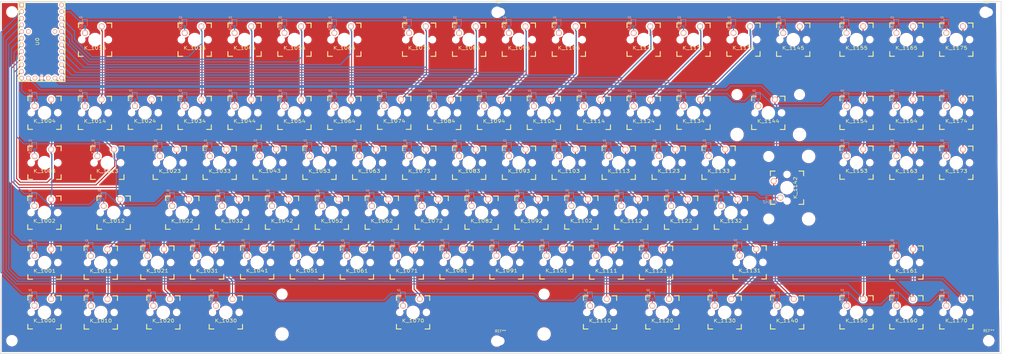
<source format=kicad_pcb>
(kicad_pcb (version 20171130) (host pcbnew "(5.0.0-rc2-dev-172-g17c0917da)")

  (general
    (thickness 1.6)
    (drawings 4)
    (tracks 894)
    (zones 0)
    (modules 191)
    (nets 125)
  )

  (page A3)
  (layers
    (0 F.Cu signal)
    (31 B.Cu signal)
    (32 B.Adhes user)
    (33 F.Adhes user)
    (34 B.Paste user)
    (35 F.Paste user)
    (36 B.SilkS user)
    (37 F.SilkS user)
    (38 B.Mask user)
    (39 F.Mask user)
    (40 Dwgs.User user)
    (41 Cmts.User user)
    (42 Eco1.User user)
    (43 Eco2.User user)
    (44 Edge.Cuts user)
    (45 Margin user)
    (46 B.CrtYd user)
    (47 F.CrtYd user)
    (48 B.Fab user)
    (49 F.Fab user)
  )

  (setup
    (last_trace_width 0.4)
    (trace_clearance 0.6)
    (zone_clearance 0.508)
    (zone_45_only no)
    (trace_min 0.4)
    (segment_width 0.2)
    (edge_width 0.15)
    (via_size 0.8)
    (via_drill 0.4)
    (via_min_size 0.4)
    (via_min_drill 0.3)
    (uvia_size 0.3)
    (uvia_drill 0.1)
    (uvias_allowed no)
    (uvia_min_size 0.2)
    (uvia_min_drill 0.1)
    (pcb_text_width 0.3)
    (pcb_text_size 1.5 1.5)
    (mod_edge_width 0.15)
    (mod_text_size 1 1)
    (mod_text_width 0.15)
    (pad_size 1.524 1.524)
    (pad_drill 0.762)
    (pad_to_mask_clearance 0.2)
    (aux_axis_origin 0 0)
    (visible_elements FFFFFF7F)
    (pcbplotparams
      (layerselection 0x010fc_ffffffff)
      (usegerberextensions false)
      (usegerberattributes false)
      (usegerberadvancedattributes false)
      (creategerberjobfile false)
      (excludeedgelayer true)
      (linewidth 0.100000)
      (plotframeref false)
      (viasonmask false)
      (mode 1)
      (useauxorigin false)
      (hpglpennumber 1)
      (hpglpenspeed 20)
      (hpglpendiameter 15)
      (psnegative false)
      (psa4output false)
      (plotreference true)
      (plotvalue true)
      (plotinvisibletext false)
      (padsonsilk false)
      (subtractmaskfromsilk false)
      (outputformat 1)
      (mirror false)
      (drillshape 1)
      (scaleselection 1)
      (outputdirectory gerbers/))
  )

  (net 0 "")
  (net 1 /row0)
  (net 2 /row1)
  (net 3 /row2)
  (net 4 /row3)
  (net 5 /col1)
  (net 6 /col4)
  (net 7 /col5)
  (net 8 /col6)
  (net 9 /col7)
  (net 10 /col2)
  (net 11 /col3)
  (net 12 /col9)
  (net 13 "Net-(U0-Pad16)")
  (net 14 /col8)
  (net 15 /col10)
  (net 16 /col11)
  (net 17 /row4)
  (net 18 /row5)
  (net 19 /col0)
  (net 20 /col17)
  (net 21 /col16)
  (net 22 /col15)
  (net 23 /col14)
  (net 24 /col13)
  (net 25 "Net-(U0-Pad29)")
  (net 26 "Net-(U0-Pad30)")
  (net 27 /col12)
  (net 28 GND)
  (net 29 VCC)
  (net 30 "Net-(U0-Pad31)")
  (net 31 "Net-(U0-Pad1)")
  (net 32 "Net-(D_1131-Pad2)")
  (net 33 "Net-(D_1012-Pad2)")
  (net 34 "Net-(D_1070-Pad2)")
  (net 35 "Net-(D_1142-Pad2)")
  (net 36 "Net-(D_1144-Pad2)")
  (net 37 "Net-(D_1013-Pad2)")
  (net 38 "Net-(D_1130-Pad2)")
  (net 39 "Net-(D_1030-Pad2)")
  (net 40 "Net-(D_1140-Pad2)")
  (net 41 "Net-(D_1110-Pad2)")
  (net 42 "Net-(D_1020-Pad2)")
  (net 43 "Net-(D_1120-Pad2)")
  (net 44 "Net-(D_1010-Pad2)")
  (net 45 "Net-(D_1011-Pad2)")
  (net 46 "Net-(D_1102-Pad2)")
  (net 47 "Net-(D_1132-Pad2)")
  (net 48 "Net-(D_1122-Pad2)")
  (net 49 "Net-(D_1145-Pad2)")
  (net 50 "Net-(D_1135-Pad2)")
  (net 51 "Net-(D_1134-Pad2)")
  (net 52 "Net-(D_1133-Pad2)")
  (net 53 "Net-(D_1121-Pad2)")
  (net 54 "Net-(D_1101-Pad2)")
  (net 55 "Net-(D_1115-Pad2)")
  (net 56 "Net-(D_1114-Pad2)")
  (net 57 "Net-(D_1113-Pad2)")
  (net 58 "Net-(D_1112-Pad2)")
  (net 59 "Net-(D_1111-Pad2)")
  (net 60 "Net-(D_1105-Pad2)")
  (net 61 "Net-(D_1104-Pad2)")
  (net 62 "Net-(D_1103-Pad2)")
  (net 63 "Net-(D_1081-Pad2)")
  (net 64 "Net-(D_1082-Pad2)")
  (net 65 "Net-(D_1095-Pad2)")
  (net 66 "Net-(D_1094-Pad2)")
  (net 67 "Net-(D_1093-Pad2)")
  (net 68 "Net-(D_1092-Pad2)")
  (net 69 "Net-(D_1091-Pad2)")
  (net 70 "Net-(D_1085-Pad2)")
  (net 71 "Net-(D_1084-Pad2)")
  (net 72 "Net-(D_1083-Pad2)")
  (net 73 "Net-(D_1062-Pad2)")
  (net 74 "Net-(D_1000-Pad2)")
  (net 75 "Net-(D_1024-Pad2)")
  (net 76 "Net-(D_1072-Pad2)")
  (net 77 "Net-(D_1071-Pad2)")
  (net 78 "Net-(D_1073-Pad2)")
  (net 79 "Net-(D_1065-Pad2)")
  (net 80 "Net-(D_1064-Pad2)")
  (net 81 "Net-(D_1075-Pad2)")
  (net 82 "Net-(D_1074-Pad2)")
  (net 83 "Net-(D_1124-Pad2)")
  (net 84 "Net-(D_1061-Pad2)")
  (net 85 "Net-(D_1055-Pad2)")
  (net 86 "Net-(D_1001-Pad2)")
  (net 87 "Net-(D_1054-Pad2)")
  (net 88 "Net-(D_1053-Pad2)")
  (net 89 "Net-(D_1052-Pad2)")
  (net 90 "Net-(D_1051-Pad2)")
  (net 91 "Net-(D_1125-Pad2)")
  (net 92 "Net-(D_1003-Pad2)")
  (net 93 "Net-(D_1002-Pad2)")
  (net 94 "Net-(D_1123-Pad2)")
  (net 95 "Net-(D_1035-Pad2)")
  (net 96 "Net-(D_1034-Pad2)")
  (net 97 "Net-(D_1033-Pad2)")
  (net 98 "Net-(D_1031-Pad2)")
  (net 99 "Net-(D_1023-Pad2)")
  (net 100 "Net-(D_1022-Pad2)")
  (net 101 "Net-(D_1021-Pad2)")
  (net 102 "Net-(D_1015-Pad2)")
  (net 103 "Net-(D_1014-Pad2)")
  (net 104 "Net-(D_1004-Pad2)")
  (net 105 "Net-(D_1032-Pad2)")
  (net 106 "Net-(D_1175-Pad2)")
  (net 107 "Net-(D_1174-Pad2)")
  (net 108 "Net-(D_1173-Pad2)")
  (net 109 "Net-(D_1170-Pad2)")
  (net 110 "Net-(D_1164-Pad2)")
  (net 111 "Net-(D_1163-Pad2)")
  (net 112 "Net-(D_1161-Pad2)")
  (net 113 "Net-(D_1160-Pad2)")
  (net 114 "Net-(D_1155-Pad2)")
  (net 115 "Net-(D_1153-Pad2)")
  (net 116 "Net-(D_1150-Pad2)")
  (net 117 "Net-(D_1154-Pad2)")
  (net 118 "Net-(D_1165-Pad2)")
  (net 119 "Net-(D_1063-Pad2)")
  (net 120 "Net-(D_1045-Pad2)")
  (net 121 "Net-(D_1043-Pad2)")
  (net 122 "Net-(D_1042-Pad2)")
  (net 123 "Net-(D_1041-Pad2)")
  (net 124 "Net-(D_1044-Pad2)")

  (net_class Default "This is the default net class."
    (clearance 0.6)
    (trace_width 0.4)
    (via_dia 0.8)
    (via_drill 0.4)
    (uvia_dia 0.3)
    (uvia_drill 0.1)
    (diff_pair_gap 0.25)
    (diff_pair_width 0.4)
    (add_net /col0)
    (add_net /col1)
    (add_net /col10)
    (add_net /col11)
    (add_net /col12)
    (add_net /col13)
    (add_net /col14)
    (add_net /col15)
    (add_net /col16)
    (add_net /col17)
    (add_net /col2)
    (add_net /col3)
    (add_net /col4)
    (add_net /col5)
    (add_net /col6)
    (add_net /col7)
    (add_net /col8)
    (add_net /col9)
    (add_net /row0)
    (add_net /row1)
    (add_net /row2)
    (add_net /row3)
    (add_net /row4)
    (add_net /row5)
    (add_net GND)
    (add_net "Net-(D_1000-Pad2)")
    (add_net "Net-(D_1001-Pad2)")
    (add_net "Net-(D_1002-Pad2)")
    (add_net "Net-(D_1003-Pad2)")
    (add_net "Net-(D_1004-Pad2)")
    (add_net "Net-(D_1010-Pad2)")
    (add_net "Net-(D_1011-Pad2)")
    (add_net "Net-(D_1012-Pad2)")
    (add_net "Net-(D_1013-Pad2)")
    (add_net "Net-(D_1014-Pad2)")
    (add_net "Net-(D_1015-Pad2)")
    (add_net "Net-(D_1020-Pad2)")
    (add_net "Net-(D_1021-Pad2)")
    (add_net "Net-(D_1022-Pad2)")
    (add_net "Net-(D_1023-Pad2)")
    (add_net "Net-(D_1024-Pad2)")
    (add_net "Net-(D_1030-Pad2)")
    (add_net "Net-(D_1031-Pad2)")
    (add_net "Net-(D_1032-Pad2)")
    (add_net "Net-(D_1033-Pad2)")
    (add_net "Net-(D_1034-Pad2)")
    (add_net "Net-(D_1035-Pad2)")
    (add_net "Net-(D_1041-Pad2)")
    (add_net "Net-(D_1042-Pad2)")
    (add_net "Net-(D_1043-Pad2)")
    (add_net "Net-(D_1044-Pad2)")
    (add_net "Net-(D_1045-Pad2)")
    (add_net "Net-(D_1051-Pad2)")
    (add_net "Net-(D_1052-Pad2)")
    (add_net "Net-(D_1053-Pad2)")
    (add_net "Net-(D_1054-Pad2)")
    (add_net "Net-(D_1055-Pad2)")
    (add_net "Net-(D_1061-Pad2)")
    (add_net "Net-(D_1062-Pad2)")
    (add_net "Net-(D_1063-Pad2)")
    (add_net "Net-(D_1064-Pad2)")
    (add_net "Net-(D_1065-Pad2)")
    (add_net "Net-(D_1070-Pad2)")
    (add_net "Net-(D_1071-Pad2)")
    (add_net "Net-(D_1072-Pad2)")
    (add_net "Net-(D_1073-Pad2)")
    (add_net "Net-(D_1074-Pad2)")
    (add_net "Net-(D_1075-Pad2)")
    (add_net "Net-(D_1081-Pad2)")
    (add_net "Net-(D_1082-Pad2)")
    (add_net "Net-(D_1083-Pad2)")
    (add_net "Net-(D_1084-Pad2)")
    (add_net "Net-(D_1085-Pad2)")
    (add_net "Net-(D_1091-Pad2)")
    (add_net "Net-(D_1092-Pad2)")
    (add_net "Net-(D_1093-Pad2)")
    (add_net "Net-(D_1094-Pad2)")
    (add_net "Net-(D_1095-Pad2)")
    (add_net "Net-(D_1101-Pad2)")
    (add_net "Net-(D_1102-Pad2)")
    (add_net "Net-(D_1103-Pad2)")
    (add_net "Net-(D_1104-Pad2)")
    (add_net "Net-(D_1105-Pad2)")
    (add_net "Net-(D_1110-Pad2)")
    (add_net "Net-(D_1111-Pad2)")
    (add_net "Net-(D_1112-Pad2)")
    (add_net "Net-(D_1113-Pad2)")
    (add_net "Net-(D_1114-Pad2)")
    (add_net "Net-(D_1115-Pad2)")
    (add_net "Net-(D_1120-Pad2)")
    (add_net "Net-(D_1121-Pad2)")
    (add_net "Net-(D_1122-Pad2)")
    (add_net "Net-(D_1123-Pad2)")
    (add_net "Net-(D_1124-Pad2)")
    (add_net "Net-(D_1125-Pad2)")
    (add_net "Net-(D_1130-Pad2)")
    (add_net "Net-(D_1131-Pad2)")
    (add_net "Net-(D_1132-Pad2)")
    (add_net "Net-(D_1133-Pad2)")
    (add_net "Net-(D_1134-Pad2)")
    (add_net "Net-(D_1135-Pad2)")
    (add_net "Net-(D_1140-Pad2)")
    (add_net "Net-(D_1142-Pad2)")
    (add_net "Net-(D_1144-Pad2)")
    (add_net "Net-(D_1145-Pad2)")
    (add_net "Net-(D_1150-Pad2)")
    (add_net "Net-(D_1153-Pad2)")
    (add_net "Net-(D_1154-Pad2)")
    (add_net "Net-(D_1155-Pad2)")
    (add_net "Net-(D_1160-Pad2)")
    (add_net "Net-(D_1161-Pad2)")
    (add_net "Net-(D_1163-Pad2)")
    (add_net "Net-(D_1164-Pad2)")
    (add_net "Net-(D_1165-Pad2)")
    (add_net "Net-(D_1170-Pad2)")
    (add_net "Net-(D_1173-Pad2)")
    (add_net "Net-(D_1174-Pad2)")
    (add_net "Net-(D_1175-Pad2)")
    (add_net "Net-(U0-Pad1)")
    (add_net "Net-(U0-Pad16)")
    (add_net "Net-(U0-Pad29)")
    (add_net "Net-(U0-Pad30)")
    (add_net "Net-(U0-Pad31)")
    (add_net VCC)
  )

  (module Diodes_SMD:D_0805 (layer B.Cu) (tedit 590CE9A4) (tstamp 5AEBC15E)
    (at 117.7913 107.65 270)
    (descr "Diode SMD in 0805 package http://datasheets.avx.com/schottky.pdf")
    (tags "smd diode")
    (path /5AA72E5E)
    (attr smd)
    (fp_text reference D_1041 (at 0 1.6 270) (layer B.SilkS)
      (effects (font (size 1 1) (thickness 0.15)) (justify mirror))
    )
    (fp_text value D (at 0 -1.7 270) (layer B.Fab)
      (effects (font (size 1 1) (thickness 0.15)) (justify mirror))
    )
    (fp_line (start -1.6 0.8) (end 1 0.8) (layer B.SilkS) (width 0.12))
    (fp_line (start -1.6 -0.8) (end 1 -0.8) (layer B.SilkS) (width 0.12))
    (fp_line (start -1 0.65) (end 1 0.65) (layer B.Fab) (width 0.1))
    (fp_line (start 1 0.65) (end 1 -0.65) (layer B.Fab) (width 0.1))
    (fp_line (start 1 -0.65) (end -1 -0.65) (layer B.Fab) (width 0.1))
    (fp_line (start -1 -0.65) (end -1 0.65) (layer B.Fab) (width 0.1))
    (fp_line (start 0.2 0.2) (end -0.1 0) (layer B.Fab) (width 0.1))
    (fp_line (start -0.1 0) (end 0.2 -0.2) (layer B.Fab) (width 0.1))
    (fp_line (start 0.2 -0.2) (end 0.2 0.2) (layer B.Fab) (width 0.1))
    (fp_line (start -0.1 0.2) (end -0.1 -0.2) (layer B.Fab) (width 0.1))
    (fp_line (start -0.1 0) (end -0.3 0) (layer B.Fab) (width 0.1))
    (fp_line (start 0.2 0) (end 0.4 0) (layer B.Fab) (width 0.1))
    (fp_line (start -1.7 0.88) (end 1.7 0.88) (layer B.CrtYd) (width 0.05))
    (fp_line (start 1.7 0.88) (end 1.7 -0.88) (layer B.CrtYd) (width 0.05))
    (fp_line (start 1.7 -0.88) (end -1.7 -0.88) (layer B.CrtYd) (width 0.05))
    (fp_line (start -1.7 -0.88) (end -1.7 0.88) (layer B.CrtYd) (width 0.05))
    (fp_line (start -1.6 0.8) (end -1.6 -0.8) (layer B.SilkS) (width 0.12))
    (fp_text user %R (at 0 1.6 270) (layer B.Fab)
      (effects (font (size 1 1) (thickness 0.15)) (justify mirror))
    )
    (pad 2 smd rect (at 1.05 0 270) (size 0.8 0.9) (layers B.Cu B.Paste B.Mask)
      (net 123 "Net-(D_1041-Pad2)"))
    (pad 1 smd rect (at -1.05 0 270) (size 0.8 0.9) (layers B.Cu B.Paste B.Mask)
      (net 2 /row1))
    (model ${KISYS3DMOD}/Diodes_SMD.3dshapes/D_0805.wrl
      (at (xyz 0 0 0))
      (scale (xyz 1 1 1))
      (rotate (xyz 0 0 0))
    )
  )

  (module Diodes_SMD:D_0805 (layer B.Cu) (tedit 590CE9A4) (tstamp 5AEBBEF0)
    (at 122.5413 69.55 270)
    (descr "Diode SMD in 0805 package http://datasheets.avx.com/schottky.pdf")
    (tags "smd diode")
    (path /5AA72E3E)
    (attr smd)
    (fp_text reference D_1043 (at 0 1.6 270) (layer B.SilkS)
      (effects (font (size 1 1) (thickness 0.15)) (justify mirror))
    )
    (fp_text value D (at 0 -1.7 270) (layer B.Fab)
      (effects (font (size 1 1) (thickness 0.15)) (justify mirror))
    )
    (fp_text user %R (at 0 1.6 270) (layer B.Fab)
      (effects (font (size 1 1) (thickness 0.15)) (justify mirror))
    )
    (fp_line (start -1.6 0.8) (end -1.6 -0.8) (layer B.SilkS) (width 0.12))
    (fp_line (start -1.7 -0.88) (end -1.7 0.88) (layer B.CrtYd) (width 0.05))
    (fp_line (start 1.7 -0.88) (end -1.7 -0.88) (layer B.CrtYd) (width 0.05))
    (fp_line (start 1.7 0.88) (end 1.7 -0.88) (layer B.CrtYd) (width 0.05))
    (fp_line (start -1.7 0.88) (end 1.7 0.88) (layer B.CrtYd) (width 0.05))
    (fp_line (start 0.2 0) (end 0.4 0) (layer B.Fab) (width 0.1))
    (fp_line (start -0.1 0) (end -0.3 0) (layer B.Fab) (width 0.1))
    (fp_line (start -0.1 0.2) (end -0.1 -0.2) (layer B.Fab) (width 0.1))
    (fp_line (start 0.2 -0.2) (end 0.2 0.2) (layer B.Fab) (width 0.1))
    (fp_line (start -0.1 0) (end 0.2 -0.2) (layer B.Fab) (width 0.1))
    (fp_line (start 0.2 0.2) (end -0.1 0) (layer B.Fab) (width 0.1))
    (fp_line (start -1 -0.65) (end -1 0.65) (layer B.Fab) (width 0.1))
    (fp_line (start 1 -0.65) (end -1 -0.65) (layer B.Fab) (width 0.1))
    (fp_line (start 1 0.65) (end 1 -0.65) (layer B.Fab) (width 0.1))
    (fp_line (start -1 0.65) (end 1 0.65) (layer B.Fab) (width 0.1))
    (fp_line (start -1.6 -0.8) (end 1 -0.8) (layer B.SilkS) (width 0.12))
    (fp_line (start -1.6 0.8) (end 1 0.8) (layer B.SilkS) (width 0.12))
    (pad 1 smd rect (at -1.05 0 270) (size 0.8 0.9) (layers B.Cu B.Paste B.Mask)
      (net 4 /row3))
    (pad 2 smd rect (at 1.05 0 270) (size 0.8 0.9) (layers B.Cu B.Paste B.Mask)
      (net 121 "Net-(D_1043-Pad2)"))
    (model ${KISYS3DMOD}/Diodes_SMD.3dshapes/D_0805.wrl
      (at (xyz 0 0 0))
      (scale (xyz 1 1 1))
      (rotate (xyz 0 0 0))
    )
  )

  (module Diodes_SMD:D_0805 (layer B.Cu) (tedit 590CE9A4) (tstamp 5AEBBED8)
    (at 112.9863 50.53 270)
    (descr "Diode SMD in 0805 package http://datasheets.avx.com/schottky.pdf")
    (tags "smd diode")
    (path /5AA72E2E)
    (attr smd)
    (fp_text reference D_1044 (at 0 1.6 270) (layer B.SilkS)
      (effects (font (size 1 1) (thickness 0.15)) (justify mirror))
    )
    (fp_text value D (at 0 -1.7 270) (layer B.Fab)
      (effects (font (size 1 1) (thickness 0.15)) (justify mirror))
    )
    (fp_line (start -1.6 0.8) (end 1 0.8) (layer B.SilkS) (width 0.12))
    (fp_line (start -1.6 -0.8) (end 1 -0.8) (layer B.SilkS) (width 0.12))
    (fp_line (start -1 0.65) (end 1 0.65) (layer B.Fab) (width 0.1))
    (fp_line (start 1 0.65) (end 1 -0.65) (layer B.Fab) (width 0.1))
    (fp_line (start 1 -0.65) (end -1 -0.65) (layer B.Fab) (width 0.1))
    (fp_line (start -1 -0.65) (end -1 0.65) (layer B.Fab) (width 0.1))
    (fp_line (start 0.2 0.2) (end -0.1 0) (layer B.Fab) (width 0.1))
    (fp_line (start -0.1 0) (end 0.2 -0.2) (layer B.Fab) (width 0.1))
    (fp_line (start 0.2 -0.2) (end 0.2 0.2) (layer B.Fab) (width 0.1))
    (fp_line (start -0.1 0.2) (end -0.1 -0.2) (layer B.Fab) (width 0.1))
    (fp_line (start -0.1 0) (end -0.3 0) (layer B.Fab) (width 0.1))
    (fp_line (start 0.2 0) (end 0.4 0) (layer B.Fab) (width 0.1))
    (fp_line (start -1.7 0.88) (end 1.7 0.88) (layer B.CrtYd) (width 0.05))
    (fp_line (start 1.7 0.88) (end 1.7 -0.88) (layer B.CrtYd) (width 0.05))
    (fp_line (start 1.7 -0.88) (end -1.7 -0.88) (layer B.CrtYd) (width 0.05))
    (fp_line (start -1.7 -0.88) (end -1.7 0.88) (layer B.CrtYd) (width 0.05))
    (fp_line (start -1.6 0.8) (end -1.6 -0.8) (layer B.SilkS) (width 0.12))
    (fp_text user %R (at 0 1.6 270) (layer B.Fab)
      (effects (font (size 1 1) (thickness 0.15)) (justify mirror))
    )
    (pad 2 smd rect (at 1.05 0 270) (size 0.8 0.9) (layers B.Cu B.Paste B.Mask)
      (net 124 "Net-(D_1044-Pad2)"))
    (pad 1 smd rect (at -1.05 0 270) (size 0.8 0.9) (layers B.Cu B.Paste B.Mask)
      (net 17 /row4))
    (model ${KISYS3DMOD}/Diodes_SMD.3dshapes/D_0805.wrl
      (at (xyz 0 0 0))
      (scale (xyz 1 1 1))
      (rotate (xyz 0 0 0))
    )
  )

  (module Diodes_SMD:D_0805 (layer B.Cu) (tedit 590CE9A4) (tstamp 5AEBBEC0)
    (at 112.9913 22.6 270)
    (descr "Diode SMD in 0805 package http://datasheets.avx.com/schottky.pdf")
    (tags "smd diode")
    (path /5AA72E1C)
    (attr smd)
    (fp_text reference D_1045 (at 0 1.6 270) (layer B.SilkS)
      (effects (font (size 1 1) (thickness 0.15)) (justify mirror))
    )
    (fp_text value D (at 0 -1.7 270) (layer B.Fab)
      (effects (font (size 1 1) (thickness 0.15)) (justify mirror))
    )
    (fp_text user %R (at 0 1.6 270) (layer B.Fab)
      (effects (font (size 1 1) (thickness 0.15)) (justify mirror))
    )
    (fp_line (start -1.6 0.8) (end -1.6 -0.8) (layer B.SilkS) (width 0.12))
    (fp_line (start -1.7 -0.88) (end -1.7 0.88) (layer B.CrtYd) (width 0.05))
    (fp_line (start 1.7 -0.88) (end -1.7 -0.88) (layer B.CrtYd) (width 0.05))
    (fp_line (start 1.7 0.88) (end 1.7 -0.88) (layer B.CrtYd) (width 0.05))
    (fp_line (start -1.7 0.88) (end 1.7 0.88) (layer B.CrtYd) (width 0.05))
    (fp_line (start 0.2 0) (end 0.4 0) (layer B.Fab) (width 0.1))
    (fp_line (start -0.1 0) (end -0.3 0) (layer B.Fab) (width 0.1))
    (fp_line (start -0.1 0.2) (end -0.1 -0.2) (layer B.Fab) (width 0.1))
    (fp_line (start 0.2 -0.2) (end 0.2 0.2) (layer B.Fab) (width 0.1))
    (fp_line (start -0.1 0) (end 0.2 -0.2) (layer B.Fab) (width 0.1))
    (fp_line (start 0.2 0.2) (end -0.1 0) (layer B.Fab) (width 0.1))
    (fp_line (start -1 -0.65) (end -1 0.65) (layer B.Fab) (width 0.1))
    (fp_line (start 1 -0.65) (end -1 -0.65) (layer B.Fab) (width 0.1))
    (fp_line (start 1 0.65) (end 1 -0.65) (layer B.Fab) (width 0.1))
    (fp_line (start -1 0.65) (end 1 0.65) (layer B.Fab) (width 0.1))
    (fp_line (start -1.6 -0.8) (end 1 -0.8) (layer B.SilkS) (width 0.12))
    (fp_line (start -1.6 0.8) (end 1 0.8) (layer B.SilkS) (width 0.12))
    (pad 1 smd rect (at -1.05 0 270) (size 0.8 0.9) (layers B.Cu B.Paste B.Mask)
      (net 18 /row5))
    (pad 2 smd rect (at 1.05 0 270) (size 0.8 0.9) (layers B.Cu B.Paste B.Mask)
      (net 120 "Net-(D_1045-Pad2)"))
    (model ${KISYS3DMOD}/Diodes_SMD.3dshapes/D_0805.wrl
      (at (xyz 0 0 0))
      (scale (xyz 1 1 1))
      (rotate (xyz 0 0 0))
    )
  )

  (module Diodes_SMD:D_0805 (layer B.Cu) (tedit 590CE9A4) (tstamp 5AEBBD38)
    (at 127.2913 88.65 270)
    (descr "Diode SMD in 0805 package http://datasheets.avx.com/schottky.pdf")
    (tags "smd diode")
    (path /5AA72E4E)
    (attr smd)
    (fp_text reference D_1042 (at 0 1.6 270) (layer B.SilkS)
      (effects (font (size 1 1) (thickness 0.15)) (justify mirror))
    )
    (fp_text value D (at 0 -1.7 270) (layer B.Fab)
      (effects (font (size 1 1) (thickness 0.15)) (justify mirror))
    )
    (fp_line (start -1.6 0.8) (end 1 0.8) (layer B.SilkS) (width 0.12))
    (fp_line (start -1.6 -0.8) (end 1 -0.8) (layer B.SilkS) (width 0.12))
    (fp_line (start -1 0.65) (end 1 0.65) (layer B.Fab) (width 0.1))
    (fp_line (start 1 0.65) (end 1 -0.65) (layer B.Fab) (width 0.1))
    (fp_line (start 1 -0.65) (end -1 -0.65) (layer B.Fab) (width 0.1))
    (fp_line (start -1 -0.65) (end -1 0.65) (layer B.Fab) (width 0.1))
    (fp_line (start 0.2 0.2) (end -0.1 0) (layer B.Fab) (width 0.1))
    (fp_line (start -0.1 0) (end 0.2 -0.2) (layer B.Fab) (width 0.1))
    (fp_line (start 0.2 -0.2) (end 0.2 0.2) (layer B.Fab) (width 0.1))
    (fp_line (start -0.1 0.2) (end -0.1 -0.2) (layer B.Fab) (width 0.1))
    (fp_line (start -0.1 0) (end -0.3 0) (layer B.Fab) (width 0.1))
    (fp_line (start 0.2 0) (end 0.4 0) (layer B.Fab) (width 0.1))
    (fp_line (start -1.7 0.88) (end 1.7 0.88) (layer B.CrtYd) (width 0.05))
    (fp_line (start 1.7 0.88) (end 1.7 -0.88) (layer B.CrtYd) (width 0.05))
    (fp_line (start 1.7 -0.88) (end -1.7 -0.88) (layer B.CrtYd) (width 0.05))
    (fp_line (start -1.7 -0.88) (end -1.7 0.88) (layer B.CrtYd) (width 0.05))
    (fp_line (start -1.6 0.8) (end -1.6 -0.8) (layer B.SilkS) (width 0.12))
    (fp_text user %R (at 0 1.6 270) (layer B.Fab)
      (effects (font (size 1 1) (thickness 0.15)) (justify mirror))
    )
    (pad 2 smd rect (at 1.05 0 270) (size 0.8 0.9) (layers B.Cu B.Paste B.Mask)
      (net 122 "Net-(D_1042-Pad2)"))
    (pad 1 smd rect (at -1.05 0 270) (size 0.8 0.9) (layers B.Cu B.Paste B.Mask)
      (net 3 /row2))
    (model ${KISYS3DMOD}/Diodes_SMD.3dshapes/D_0805.wrl
      (at (xyz 0 0 0))
      (scale (xyz 1 1 1))
      (rotate (xyz 0 0 0))
    )
  )

  (module Diodes_SMD:D_0805 (layer B.Cu) (tedit 590CE9A4) (tstamp 5AEB6D06)
    (at 160.5913 69.6 270)
    (descr "Diode SMD in 0805 package http://datasheets.avx.com/schottky.pdf")
    (tags "smd diode")
    (path /5AA9CEE3)
    (attr smd)
    (fp_text reference D_1063 (at 0 1.6 270) (layer B.SilkS)
      (effects (font (size 1 1) (thickness 0.15)) (justify mirror))
    )
    (fp_text value D (at 0 -1.7 270) (layer B.Fab)
      (effects (font (size 1 1) (thickness 0.15)) (justify mirror))
    )
    (fp_line (start -1.6 0.8) (end 1 0.8) (layer B.SilkS) (width 0.12))
    (fp_line (start -1.6 -0.8) (end 1 -0.8) (layer B.SilkS) (width 0.12))
    (fp_line (start -1 0.65) (end 1 0.65) (layer B.Fab) (width 0.1))
    (fp_line (start 1 0.65) (end 1 -0.65) (layer B.Fab) (width 0.1))
    (fp_line (start 1 -0.65) (end -1 -0.65) (layer B.Fab) (width 0.1))
    (fp_line (start -1 -0.65) (end -1 0.65) (layer B.Fab) (width 0.1))
    (fp_line (start 0.2 0.2) (end -0.1 0) (layer B.Fab) (width 0.1))
    (fp_line (start -0.1 0) (end 0.2 -0.2) (layer B.Fab) (width 0.1))
    (fp_line (start 0.2 -0.2) (end 0.2 0.2) (layer B.Fab) (width 0.1))
    (fp_line (start -0.1 0.2) (end -0.1 -0.2) (layer B.Fab) (width 0.1))
    (fp_line (start -0.1 0) (end -0.3 0) (layer B.Fab) (width 0.1))
    (fp_line (start 0.2 0) (end 0.4 0) (layer B.Fab) (width 0.1))
    (fp_line (start -1.7 0.88) (end 1.7 0.88) (layer B.CrtYd) (width 0.05))
    (fp_line (start 1.7 0.88) (end 1.7 -0.88) (layer B.CrtYd) (width 0.05))
    (fp_line (start 1.7 -0.88) (end -1.7 -0.88) (layer B.CrtYd) (width 0.05))
    (fp_line (start -1.7 -0.88) (end -1.7 0.88) (layer B.CrtYd) (width 0.05))
    (fp_line (start -1.6 0.8) (end -1.6 -0.8) (layer B.SilkS) (width 0.12))
    (fp_text user %R (at 0 1.6 270) (layer B.Fab)
      (effects (font (size 1 1) (thickness 0.15)) (justify mirror))
    )
    (pad 2 smd rect (at 1.05 0 270) (size 0.8 0.9) (layers B.Cu B.Paste B.Mask)
      (net 119 "Net-(D_1063-Pad2)"))
    (pad 1 smd rect (at -1.05 0 270) (size 0.8 0.9) (layers B.Cu B.Paste B.Mask)
      (net 4 /row3))
    (model ${KISYS3DMOD}/Diodes_SMD.3dshapes/D_0805.wrl
      (at (xyz 0 0 0))
      (scale (xyz 1 1 1))
      (rotate (xyz 0 0 0))
    )
  )

  (module Diodes_SMD:D_0805 (layer B.Cu) (tedit 590CE9A4) (tstamp 5AEB1787)
    (at 365.7363 22.58 270)
    (descr "Diode SMD in 0805 package http://datasheets.avx.com/schottky.pdf")
    (tags "smd diode")
    (path /5ABEF74A)
    (attr smd)
    (fp_text reference D_1165 (at 0 1.6 270) (layer B.SilkS)
      (effects (font (size 1 1) (thickness 0.15)) (justify mirror))
    )
    (fp_text value D (at 0 -1.7 270) (layer B.Fab)
      (effects (font (size 1 1) (thickness 0.15)) (justify mirror))
    )
    (fp_line (start -1.6 0.8) (end 1 0.8) (layer B.SilkS) (width 0.12))
    (fp_line (start -1.6 -0.8) (end 1 -0.8) (layer B.SilkS) (width 0.12))
    (fp_line (start -1 0.65) (end 1 0.65) (layer B.Fab) (width 0.1))
    (fp_line (start 1 0.65) (end 1 -0.65) (layer B.Fab) (width 0.1))
    (fp_line (start 1 -0.65) (end -1 -0.65) (layer B.Fab) (width 0.1))
    (fp_line (start -1 -0.65) (end -1 0.65) (layer B.Fab) (width 0.1))
    (fp_line (start 0.2 0.2) (end -0.1 0) (layer B.Fab) (width 0.1))
    (fp_line (start -0.1 0) (end 0.2 -0.2) (layer B.Fab) (width 0.1))
    (fp_line (start 0.2 -0.2) (end 0.2 0.2) (layer B.Fab) (width 0.1))
    (fp_line (start -0.1 0.2) (end -0.1 -0.2) (layer B.Fab) (width 0.1))
    (fp_line (start -0.1 0) (end -0.3 0) (layer B.Fab) (width 0.1))
    (fp_line (start 0.2 0) (end 0.4 0) (layer B.Fab) (width 0.1))
    (fp_line (start -1.7 0.88) (end 1.7 0.88) (layer B.CrtYd) (width 0.05))
    (fp_line (start 1.7 0.88) (end 1.7 -0.88) (layer B.CrtYd) (width 0.05))
    (fp_line (start 1.7 -0.88) (end -1.7 -0.88) (layer B.CrtYd) (width 0.05))
    (fp_line (start -1.7 -0.88) (end -1.7 0.88) (layer B.CrtYd) (width 0.05))
    (fp_line (start -1.6 0.8) (end -1.6 -0.8) (layer B.SilkS) (width 0.12))
    (fp_text user %R (at 0 1.6 270) (layer B.Fab)
      (effects (font (size 1 1) (thickness 0.15)) (justify mirror))
    )
    (pad 2 smd rect (at 1.05 0 270) (size 0.8 0.9) (layers B.Cu B.Paste B.Mask)
      (net 118 "Net-(D_1165-Pad2)"))
    (pad 1 smd rect (at -1.05 0 270) (size 0.8 0.9) (layers B.Cu B.Paste B.Mask)
      (net 18 /row5))
    (model ${KISYS3DMOD}/Diodes_SMD.3dshapes/D_0805.wrl
      (at (xyz 0 0 0))
      (scale (xyz 1 1 1))
      (rotate (xyz 0 0 0))
    )
  )

  (module Diodes_SMD:D_0805 (layer B.Cu) (tedit 590CE9A4) (tstamp 5AEA749C)
    (at 346.6863 50.555 270)
    (descr "Diode SMD in 0805 package http://datasheets.avx.com/schottky.pdf")
    (tags "smd diode")
    (path /5ABEF6F0)
    (attr smd)
    (fp_text reference D_1154 (at 0 1.6 270) (layer B.SilkS)
      (effects (font (size 1 1) (thickness 0.15)) (justify mirror))
    )
    (fp_text value D (at 0 -1.7 270) (layer B.Fab)
      (effects (font (size 1 1) (thickness 0.15)) (justify mirror))
    )
    (fp_text user %R (at 0 1.6 270) (layer B.Fab)
      (effects (font (size 1 1) (thickness 0.15)) (justify mirror))
    )
    (fp_line (start -1.6 0.8) (end -1.6 -0.8) (layer B.SilkS) (width 0.12))
    (fp_line (start -1.7 -0.88) (end -1.7 0.88) (layer B.CrtYd) (width 0.05))
    (fp_line (start 1.7 -0.88) (end -1.7 -0.88) (layer B.CrtYd) (width 0.05))
    (fp_line (start 1.7 0.88) (end 1.7 -0.88) (layer B.CrtYd) (width 0.05))
    (fp_line (start -1.7 0.88) (end 1.7 0.88) (layer B.CrtYd) (width 0.05))
    (fp_line (start 0.2 0) (end 0.4 0) (layer B.Fab) (width 0.1))
    (fp_line (start -0.1 0) (end -0.3 0) (layer B.Fab) (width 0.1))
    (fp_line (start -0.1 0.2) (end -0.1 -0.2) (layer B.Fab) (width 0.1))
    (fp_line (start 0.2 -0.2) (end 0.2 0.2) (layer B.Fab) (width 0.1))
    (fp_line (start -0.1 0) (end 0.2 -0.2) (layer B.Fab) (width 0.1))
    (fp_line (start 0.2 0.2) (end -0.1 0) (layer B.Fab) (width 0.1))
    (fp_line (start -1 -0.65) (end -1 0.65) (layer B.Fab) (width 0.1))
    (fp_line (start 1 -0.65) (end -1 -0.65) (layer B.Fab) (width 0.1))
    (fp_line (start 1 0.65) (end 1 -0.65) (layer B.Fab) (width 0.1))
    (fp_line (start -1 0.65) (end 1 0.65) (layer B.Fab) (width 0.1))
    (fp_line (start -1.6 -0.8) (end 1 -0.8) (layer B.SilkS) (width 0.12))
    (fp_line (start -1.6 0.8) (end 1 0.8) (layer B.SilkS) (width 0.12))
    (pad 1 smd rect (at -1.05 0 270) (size 0.8 0.9) (layers B.Cu B.Paste B.Mask)
      (net 17 /row4))
    (pad 2 smd rect (at 1.05 0 270) (size 0.8 0.9) (layers B.Cu B.Paste B.Mask)
      (net 117 "Net-(D_1154-Pad2)"))
    (model ${KISYS3DMOD}/Diodes_SMD.3dshapes/D_0805.wrl
      (at (xyz 0 0 0))
      (scale (xyz 1 1 1))
      (rotate (xyz 0 0 0))
    )
  )

  (module Diodes_SMD:D_0805 (layer B.Cu) (tedit 590CE9A4) (tstamp 5AEA72B8)
    (at 346.6863 126.73 270)
    (descr "Diode SMD in 0805 package http://datasheets.avx.com/schottky.pdf")
    (tags "smd diode")
    (path /5ABEF730)
    (attr smd)
    (fp_text reference D_1150 (at 0 1.6 270) (layer B.SilkS)
      (effects (font (size 1 1) (thickness 0.15)) (justify mirror))
    )
    (fp_text value D (at 0 -1.7 270) (layer B.Fab)
      (effects (font (size 1 1) (thickness 0.15)) (justify mirror))
    )
    (fp_line (start -1.6 0.8) (end 1 0.8) (layer B.SilkS) (width 0.12))
    (fp_line (start -1.6 -0.8) (end 1 -0.8) (layer B.SilkS) (width 0.12))
    (fp_line (start -1 0.65) (end 1 0.65) (layer B.Fab) (width 0.1))
    (fp_line (start 1 0.65) (end 1 -0.65) (layer B.Fab) (width 0.1))
    (fp_line (start 1 -0.65) (end -1 -0.65) (layer B.Fab) (width 0.1))
    (fp_line (start -1 -0.65) (end -1 0.65) (layer B.Fab) (width 0.1))
    (fp_line (start 0.2 0.2) (end -0.1 0) (layer B.Fab) (width 0.1))
    (fp_line (start -0.1 0) (end 0.2 -0.2) (layer B.Fab) (width 0.1))
    (fp_line (start 0.2 -0.2) (end 0.2 0.2) (layer B.Fab) (width 0.1))
    (fp_line (start -0.1 0.2) (end -0.1 -0.2) (layer B.Fab) (width 0.1))
    (fp_line (start -0.1 0) (end -0.3 0) (layer B.Fab) (width 0.1))
    (fp_line (start 0.2 0) (end 0.4 0) (layer B.Fab) (width 0.1))
    (fp_line (start -1.7 0.88) (end 1.7 0.88) (layer B.CrtYd) (width 0.05))
    (fp_line (start 1.7 0.88) (end 1.7 -0.88) (layer B.CrtYd) (width 0.05))
    (fp_line (start 1.7 -0.88) (end -1.7 -0.88) (layer B.CrtYd) (width 0.05))
    (fp_line (start -1.7 -0.88) (end -1.7 0.88) (layer B.CrtYd) (width 0.05))
    (fp_line (start -1.6 0.8) (end -1.6 -0.8) (layer B.SilkS) (width 0.12))
    (fp_text user %R (at 0 1.6 270) (layer B.Fab)
      (effects (font (size 1 1) (thickness 0.15)) (justify mirror))
    )
    (pad 2 smd rect (at 1.05 0 270) (size 0.8 0.9) (layers B.Cu B.Paste B.Mask)
      (net 116 "Net-(D_1150-Pad2)"))
    (pad 1 smd rect (at -1.05 0 270) (size 0.8 0.9) (layers B.Cu B.Paste B.Mask)
      (net 1 /row0))
    (model ${KISYS3DMOD}/Diodes_SMD.3dshapes/D_0805.wrl
      (at (xyz 0 0 0))
      (scale (xyz 1 1 1))
      (rotate (xyz 0 0 0))
    )
  )

  (module Diodes_SMD:D_0805 (layer B.Cu) (tedit 590CE9A4) (tstamp 5AEA72A0)
    (at 384.7863 22.58 270)
    (descr "Diode SMD in 0805 package http://datasheets.avx.com/schottky.pdf")
    (tags "smd diode")
    (path /5AD52349)
    (attr smd)
    (fp_text reference D_1175 (at 0 1.6 270) (layer B.SilkS)
      (effects (font (size 1 1) (thickness 0.15)) (justify mirror))
    )
    (fp_text value D (at 0 -1.7 270) (layer B.Fab)
      (effects (font (size 1 1) (thickness 0.15)) (justify mirror))
    )
    (fp_text user %R (at 0 1.6 270) (layer B.Fab)
      (effects (font (size 1 1) (thickness 0.15)) (justify mirror))
    )
    (fp_line (start -1.6 0.8) (end -1.6 -0.8) (layer B.SilkS) (width 0.12))
    (fp_line (start -1.7 -0.88) (end -1.7 0.88) (layer B.CrtYd) (width 0.05))
    (fp_line (start 1.7 -0.88) (end -1.7 -0.88) (layer B.CrtYd) (width 0.05))
    (fp_line (start 1.7 0.88) (end 1.7 -0.88) (layer B.CrtYd) (width 0.05))
    (fp_line (start -1.7 0.88) (end 1.7 0.88) (layer B.CrtYd) (width 0.05))
    (fp_line (start 0.2 0) (end 0.4 0) (layer B.Fab) (width 0.1))
    (fp_line (start -0.1 0) (end -0.3 0) (layer B.Fab) (width 0.1))
    (fp_line (start -0.1 0.2) (end -0.1 -0.2) (layer B.Fab) (width 0.1))
    (fp_line (start 0.2 -0.2) (end 0.2 0.2) (layer B.Fab) (width 0.1))
    (fp_line (start -0.1 0) (end 0.2 -0.2) (layer B.Fab) (width 0.1))
    (fp_line (start 0.2 0.2) (end -0.1 0) (layer B.Fab) (width 0.1))
    (fp_line (start -1 -0.65) (end -1 0.65) (layer B.Fab) (width 0.1))
    (fp_line (start 1 -0.65) (end -1 -0.65) (layer B.Fab) (width 0.1))
    (fp_line (start 1 0.65) (end 1 -0.65) (layer B.Fab) (width 0.1))
    (fp_line (start -1 0.65) (end 1 0.65) (layer B.Fab) (width 0.1))
    (fp_line (start -1.6 -0.8) (end 1 -0.8) (layer B.SilkS) (width 0.12))
    (fp_line (start -1.6 0.8) (end 1 0.8) (layer B.SilkS) (width 0.12))
    (pad 1 smd rect (at -1.05 0 270) (size 0.8 0.9) (layers B.Cu B.Paste B.Mask)
      (net 18 /row5))
    (pad 2 smd rect (at 1.05 0 270) (size 0.8 0.9) (layers B.Cu B.Paste B.Mask)
      (net 106 "Net-(D_1175-Pad2)"))
    (model ${KISYS3DMOD}/Diodes_SMD.3dshapes/D_0805.wrl
      (at (xyz 0 0 0))
      (scale (xyz 1 1 1))
      (rotate (xyz 0 0 0))
    )
  )

  (module Diodes_SMD:D_0805 (layer B.Cu) (tedit 590CE9A4) (tstamp 5AEA7288)
    (at 384.7913 50.505 270)
    (descr "Diode SMD in 0805 package http://datasheets.avx.com/schottky.pdf")
    (tags "smd diode")
    (path /5AD5235B)
    (attr smd)
    (fp_text reference D_1174 (at 0 1.6 270) (layer B.SilkS)
      (effects (font (size 1 1) (thickness 0.15)) (justify mirror))
    )
    (fp_text value D (at 0 -1.7 270) (layer B.Fab)
      (effects (font (size 1 1) (thickness 0.15)) (justify mirror))
    )
    (fp_line (start -1.6 0.8) (end 1 0.8) (layer B.SilkS) (width 0.12))
    (fp_line (start -1.6 -0.8) (end 1 -0.8) (layer B.SilkS) (width 0.12))
    (fp_line (start -1 0.65) (end 1 0.65) (layer B.Fab) (width 0.1))
    (fp_line (start 1 0.65) (end 1 -0.65) (layer B.Fab) (width 0.1))
    (fp_line (start 1 -0.65) (end -1 -0.65) (layer B.Fab) (width 0.1))
    (fp_line (start -1 -0.65) (end -1 0.65) (layer B.Fab) (width 0.1))
    (fp_line (start 0.2 0.2) (end -0.1 0) (layer B.Fab) (width 0.1))
    (fp_line (start -0.1 0) (end 0.2 -0.2) (layer B.Fab) (width 0.1))
    (fp_line (start 0.2 -0.2) (end 0.2 0.2) (layer B.Fab) (width 0.1))
    (fp_line (start -0.1 0.2) (end -0.1 -0.2) (layer B.Fab) (width 0.1))
    (fp_line (start -0.1 0) (end -0.3 0) (layer B.Fab) (width 0.1))
    (fp_line (start 0.2 0) (end 0.4 0) (layer B.Fab) (width 0.1))
    (fp_line (start -1.7 0.88) (end 1.7 0.88) (layer B.CrtYd) (width 0.05))
    (fp_line (start 1.7 0.88) (end 1.7 -0.88) (layer B.CrtYd) (width 0.05))
    (fp_line (start 1.7 -0.88) (end -1.7 -0.88) (layer B.CrtYd) (width 0.05))
    (fp_line (start -1.7 -0.88) (end -1.7 0.88) (layer B.CrtYd) (width 0.05))
    (fp_line (start -1.6 0.8) (end -1.6 -0.8) (layer B.SilkS) (width 0.12))
    (fp_text user %R (at 0 1.6 270) (layer B.Fab)
      (effects (font (size 1 1) (thickness 0.15)) (justify mirror))
    )
    (pad 2 smd rect (at 1.05 0 270) (size 0.8 0.9) (layers B.Cu B.Paste B.Mask)
      (net 107 "Net-(D_1174-Pad2)"))
    (pad 1 smd rect (at -1.05 0 270) (size 0.8 0.9) (layers B.Cu B.Paste B.Mask)
      (net 17 /row4))
    (model ${KISYS3DMOD}/Diodes_SMD.3dshapes/D_0805.wrl
      (at (xyz 0 0 0))
      (scale (xyz 1 1 1))
      (rotate (xyz 0 0 0))
    )
  )

  (module Diodes_SMD:D_0805 (layer B.Cu) (tedit 590CE9A4) (tstamp 5AEA7270)
    (at 384.7863 69.605 270)
    (descr "Diode SMD in 0805 package http://datasheets.avx.com/schottky.pdf")
    (tags "smd diode")
    (path /5AD5236B)
    (attr smd)
    (fp_text reference D_1173 (at 0 1.6 270) (layer B.SilkS)
      (effects (font (size 1 1) (thickness 0.15)) (justify mirror))
    )
    (fp_text value D (at 0 -1.7 270) (layer B.Fab)
      (effects (font (size 1 1) (thickness 0.15)) (justify mirror))
    )
    (fp_text user %R (at 0 1.6 270) (layer B.Fab)
      (effects (font (size 1 1) (thickness 0.15)) (justify mirror))
    )
    (fp_line (start -1.6 0.8) (end -1.6 -0.8) (layer B.SilkS) (width 0.12))
    (fp_line (start -1.7 -0.88) (end -1.7 0.88) (layer B.CrtYd) (width 0.05))
    (fp_line (start 1.7 -0.88) (end -1.7 -0.88) (layer B.CrtYd) (width 0.05))
    (fp_line (start 1.7 0.88) (end 1.7 -0.88) (layer B.CrtYd) (width 0.05))
    (fp_line (start -1.7 0.88) (end 1.7 0.88) (layer B.CrtYd) (width 0.05))
    (fp_line (start 0.2 0) (end 0.4 0) (layer B.Fab) (width 0.1))
    (fp_line (start -0.1 0) (end -0.3 0) (layer B.Fab) (width 0.1))
    (fp_line (start -0.1 0.2) (end -0.1 -0.2) (layer B.Fab) (width 0.1))
    (fp_line (start 0.2 -0.2) (end 0.2 0.2) (layer B.Fab) (width 0.1))
    (fp_line (start -0.1 0) (end 0.2 -0.2) (layer B.Fab) (width 0.1))
    (fp_line (start 0.2 0.2) (end -0.1 0) (layer B.Fab) (width 0.1))
    (fp_line (start -1 -0.65) (end -1 0.65) (layer B.Fab) (width 0.1))
    (fp_line (start 1 -0.65) (end -1 -0.65) (layer B.Fab) (width 0.1))
    (fp_line (start 1 0.65) (end 1 -0.65) (layer B.Fab) (width 0.1))
    (fp_line (start -1 0.65) (end 1 0.65) (layer B.Fab) (width 0.1))
    (fp_line (start -1.6 -0.8) (end 1 -0.8) (layer B.SilkS) (width 0.12))
    (fp_line (start -1.6 0.8) (end 1 0.8) (layer B.SilkS) (width 0.12))
    (pad 1 smd rect (at -1.05 0 270) (size 0.8 0.9) (layers B.Cu B.Paste B.Mask)
      (net 4 /row3))
    (pad 2 smd rect (at 1.05 0 270) (size 0.8 0.9) (layers B.Cu B.Paste B.Mask)
      (net 108 "Net-(D_1173-Pad2)"))
    (model ${KISYS3DMOD}/Diodes_SMD.3dshapes/D_0805.wrl
      (at (xyz 0 0 0))
      (scale (xyz 1 1 1))
      (rotate (xyz 0 0 0))
    )
  )

  (module Diodes_SMD:D_0805 (layer B.Cu) (tedit 590CE9A4) (tstamp 5AEA7258)
    (at 384.7913 126.725 270)
    (descr "Diode SMD in 0805 package http://datasheets.avx.com/schottky.pdf")
    (tags "smd diode")
    (path /5AD5239B)
    (attr smd)
    (fp_text reference D_1170 (at 0 1.6 270) (layer B.SilkS)
      (effects (font (size 1 1) (thickness 0.15)) (justify mirror))
    )
    (fp_text value D (at 0 -1.7 270) (layer B.Fab)
      (effects (font (size 1 1) (thickness 0.15)) (justify mirror))
    )
    (fp_line (start -1.6 0.8) (end 1 0.8) (layer B.SilkS) (width 0.12))
    (fp_line (start -1.6 -0.8) (end 1 -0.8) (layer B.SilkS) (width 0.12))
    (fp_line (start -1 0.65) (end 1 0.65) (layer B.Fab) (width 0.1))
    (fp_line (start 1 0.65) (end 1 -0.65) (layer B.Fab) (width 0.1))
    (fp_line (start 1 -0.65) (end -1 -0.65) (layer B.Fab) (width 0.1))
    (fp_line (start -1 -0.65) (end -1 0.65) (layer B.Fab) (width 0.1))
    (fp_line (start 0.2 0.2) (end -0.1 0) (layer B.Fab) (width 0.1))
    (fp_line (start -0.1 0) (end 0.2 -0.2) (layer B.Fab) (width 0.1))
    (fp_line (start 0.2 -0.2) (end 0.2 0.2) (layer B.Fab) (width 0.1))
    (fp_line (start -0.1 0.2) (end -0.1 -0.2) (layer B.Fab) (width 0.1))
    (fp_line (start -0.1 0) (end -0.3 0) (layer B.Fab) (width 0.1))
    (fp_line (start 0.2 0) (end 0.4 0) (layer B.Fab) (width 0.1))
    (fp_line (start -1.7 0.88) (end 1.7 0.88) (layer B.CrtYd) (width 0.05))
    (fp_line (start 1.7 0.88) (end 1.7 -0.88) (layer B.CrtYd) (width 0.05))
    (fp_line (start 1.7 -0.88) (end -1.7 -0.88) (layer B.CrtYd) (width 0.05))
    (fp_line (start -1.7 -0.88) (end -1.7 0.88) (layer B.CrtYd) (width 0.05))
    (fp_line (start -1.6 0.8) (end -1.6 -0.8) (layer B.SilkS) (width 0.12))
    (fp_text user %R (at 0 1.6 270) (layer B.Fab)
      (effects (font (size 1 1) (thickness 0.15)) (justify mirror))
    )
    (pad 2 smd rect (at 1.05 0 270) (size 0.8 0.9) (layers B.Cu B.Paste B.Mask)
      (net 109 "Net-(D_1170-Pad2)"))
    (pad 1 smd rect (at -1.05 0 270) (size 0.8 0.9) (layers B.Cu B.Paste B.Mask)
      (net 1 /row0))
    (model ${KISYS3DMOD}/Diodes_SMD.3dshapes/D_0805.wrl
      (at (xyz 0 0 0))
      (scale (xyz 1 1 1))
      (rotate (xyz 0 0 0))
    )
  )

  (module Diodes_SMD:D_0805 (layer B.Cu) (tedit 590CE9A4) (tstamp 5AEA7240)
    (at 365.7363 50.505 270)
    (descr "Diode SMD in 0805 package http://datasheets.avx.com/schottky.pdf")
    (tags "smd diode")
    (path /5ABEF75C)
    (attr smd)
    (fp_text reference D_1164 (at 0 1.6 270) (layer B.SilkS)
      (effects (font (size 1 1) (thickness 0.15)) (justify mirror))
    )
    (fp_text value D (at 0 -1.7 270) (layer B.Fab)
      (effects (font (size 1 1) (thickness 0.15)) (justify mirror))
    )
    (fp_text user %R (at 0 1.6 270) (layer B.Fab)
      (effects (font (size 1 1) (thickness 0.15)) (justify mirror))
    )
    (fp_line (start -1.6 0.8) (end -1.6 -0.8) (layer B.SilkS) (width 0.12))
    (fp_line (start -1.7 -0.88) (end -1.7 0.88) (layer B.CrtYd) (width 0.05))
    (fp_line (start 1.7 -0.88) (end -1.7 -0.88) (layer B.CrtYd) (width 0.05))
    (fp_line (start 1.7 0.88) (end 1.7 -0.88) (layer B.CrtYd) (width 0.05))
    (fp_line (start -1.7 0.88) (end 1.7 0.88) (layer B.CrtYd) (width 0.05))
    (fp_line (start 0.2 0) (end 0.4 0) (layer B.Fab) (width 0.1))
    (fp_line (start -0.1 0) (end -0.3 0) (layer B.Fab) (width 0.1))
    (fp_line (start -0.1 0.2) (end -0.1 -0.2) (layer B.Fab) (width 0.1))
    (fp_line (start 0.2 -0.2) (end 0.2 0.2) (layer B.Fab) (width 0.1))
    (fp_line (start -0.1 0) (end 0.2 -0.2) (layer B.Fab) (width 0.1))
    (fp_line (start 0.2 0.2) (end -0.1 0) (layer B.Fab) (width 0.1))
    (fp_line (start -1 -0.65) (end -1 0.65) (layer B.Fab) (width 0.1))
    (fp_line (start 1 -0.65) (end -1 -0.65) (layer B.Fab) (width 0.1))
    (fp_line (start 1 0.65) (end 1 -0.65) (layer B.Fab) (width 0.1))
    (fp_line (start -1 0.65) (end 1 0.65) (layer B.Fab) (width 0.1))
    (fp_line (start -1.6 -0.8) (end 1 -0.8) (layer B.SilkS) (width 0.12))
    (fp_line (start -1.6 0.8) (end 1 0.8) (layer B.SilkS) (width 0.12))
    (pad 1 smd rect (at -1.05 0 270) (size 0.8 0.9) (layers B.Cu B.Paste B.Mask)
      (net 17 /row4))
    (pad 2 smd rect (at 1.05 0 270) (size 0.8 0.9) (layers B.Cu B.Paste B.Mask)
      (net 110 "Net-(D_1164-Pad2)"))
    (model ${KISYS3DMOD}/Diodes_SMD.3dshapes/D_0805.wrl
      (at (xyz 0 0 0))
      (scale (xyz 1 1 1))
      (rotate (xyz 0 0 0))
    )
  )

  (module Diodes_SMD:D_0805 (layer B.Cu) (tedit 590CE9A4) (tstamp 5AEA7228)
    (at 365.7363 69.605 270)
    (descr "Diode SMD in 0805 package http://datasheets.avx.com/schottky.pdf")
    (tags "smd diode")
    (path /5ABEF76C)
    (attr smd)
    (fp_text reference D_1163 (at 0 1.6 270) (layer B.SilkS)
      (effects (font (size 1 1) (thickness 0.15)) (justify mirror))
    )
    (fp_text value D (at 0 -1.7 270) (layer B.Fab)
      (effects (font (size 1 1) (thickness 0.15)) (justify mirror))
    )
    (fp_line (start -1.6 0.8) (end 1 0.8) (layer B.SilkS) (width 0.12))
    (fp_line (start -1.6 -0.8) (end 1 -0.8) (layer B.SilkS) (width 0.12))
    (fp_line (start -1 0.65) (end 1 0.65) (layer B.Fab) (width 0.1))
    (fp_line (start 1 0.65) (end 1 -0.65) (layer B.Fab) (width 0.1))
    (fp_line (start 1 -0.65) (end -1 -0.65) (layer B.Fab) (width 0.1))
    (fp_line (start -1 -0.65) (end -1 0.65) (layer B.Fab) (width 0.1))
    (fp_line (start 0.2 0.2) (end -0.1 0) (layer B.Fab) (width 0.1))
    (fp_line (start -0.1 0) (end 0.2 -0.2) (layer B.Fab) (width 0.1))
    (fp_line (start 0.2 -0.2) (end 0.2 0.2) (layer B.Fab) (width 0.1))
    (fp_line (start -0.1 0.2) (end -0.1 -0.2) (layer B.Fab) (width 0.1))
    (fp_line (start -0.1 0) (end -0.3 0) (layer B.Fab) (width 0.1))
    (fp_line (start 0.2 0) (end 0.4 0) (layer B.Fab) (width 0.1))
    (fp_line (start -1.7 0.88) (end 1.7 0.88) (layer B.CrtYd) (width 0.05))
    (fp_line (start 1.7 0.88) (end 1.7 -0.88) (layer B.CrtYd) (width 0.05))
    (fp_line (start 1.7 -0.88) (end -1.7 -0.88) (layer B.CrtYd) (width 0.05))
    (fp_line (start -1.7 -0.88) (end -1.7 0.88) (layer B.CrtYd) (width 0.05))
    (fp_line (start -1.6 0.8) (end -1.6 -0.8) (layer B.SilkS) (width 0.12))
    (fp_text user %R (at 0 1.6 270) (layer B.Fab)
      (effects (font (size 1 1) (thickness 0.15)) (justify mirror))
    )
    (pad 2 smd rect (at 1.05 0 270) (size 0.8 0.9) (layers B.Cu B.Paste B.Mask)
      (net 111 "Net-(D_1163-Pad2)"))
    (pad 1 smd rect (at -1.05 0 270) (size 0.8 0.9) (layers B.Cu B.Paste B.Mask)
      (net 4 /row3))
    (model ${KISYS3DMOD}/Diodes_SMD.3dshapes/D_0805.wrl
      (at (xyz 0 0 0))
      (scale (xyz 1 1 1))
      (rotate (xyz 0 0 0))
    )
  )

  (module Diodes_SMD:D_0805 (layer B.Cu) (tedit 590CE9A4) (tstamp 5AEA7210)
    (at 365.7363 107.705 270)
    (descr "Diode SMD in 0805 package http://datasheets.avx.com/schottky.pdf")
    (tags "smd diode")
    (path /5ABEF78C)
    (attr smd)
    (fp_text reference D_1161 (at 0 1.6 270) (layer B.SilkS)
      (effects (font (size 1 1) (thickness 0.15)) (justify mirror))
    )
    (fp_text value D (at 0 -1.7 270) (layer B.Fab)
      (effects (font (size 1 1) (thickness 0.15)) (justify mirror))
    )
    (fp_text user %R (at 0 1.6 270) (layer B.Fab)
      (effects (font (size 1 1) (thickness 0.15)) (justify mirror))
    )
    (fp_line (start -1.6 0.8) (end -1.6 -0.8) (layer B.SilkS) (width 0.12))
    (fp_line (start -1.7 -0.88) (end -1.7 0.88) (layer B.CrtYd) (width 0.05))
    (fp_line (start 1.7 -0.88) (end -1.7 -0.88) (layer B.CrtYd) (width 0.05))
    (fp_line (start 1.7 0.88) (end 1.7 -0.88) (layer B.CrtYd) (width 0.05))
    (fp_line (start -1.7 0.88) (end 1.7 0.88) (layer B.CrtYd) (width 0.05))
    (fp_line (start 0.2 0) (end 0.4 0) (layer B.Fab) (width 0.1))
    (fp_line (start -0.1 0) (end -0.3 0) (layer B.Fab) (width 0.1))
    (fp_line (start -0.1 0.2) (end -0.1 -0.2) (layer B.Fab) (width 0.1))
    (fp_line (start 0.2 -0.2) (end 0.2 0.2) (layer B.Fab) (width 0.1))
    (fp_line (start -0.1 0) (end 0.2 -0.2) (layer B.Fab) (width 0.1))
    (fp_line (start 0.2 0.2) (end -0.1 0) (layer B.Fab) (width 0.1))
    (fp_line (start -1 -0.65) (end -1 0.65) (layer B.Fab) (width 0.1))
    (fp_line (start 1 -0.65) (end -1 -0.65) (layer B.Fab) (width 0.1))
    (fp_line (start 1 0.65) (end 1 -0.65) (layer B.Fab) (width 0.1))
    (fp_line (start -1 0.65) (end 1 0.65) (layer B.Fab) (width 0.1))
    (fp_line (start -1.6 -0.8) (end 1 -0.8) (layer B.SilkS) (width 0.12))
    (fp_line (start -1.6 0.8) (end 1 0.8) (layer B.SilkS) (width 0.12))
    (pad 1 smd rect (at -1.05 0 270) (size 0.8 0.9) (layers B.Cu B.Paste B.Mask)
      (net 2 /row1))
    (pad 2 smd rect (at 1.05 0 270) (size 0.8 0.9) (layers B.Cu B.Paste B.Mask)
      (net 112 "Net-(D_1161-Pad2)"))
    (model ${KISYS3DMOD}/Diodes_SMD.3dshapes/D_0805.wrl
      (at (xyz 0 0 0))
      (scale (xyz 1 1 1))
      (rotate (xyz 0 0 0))
    )
  )

  (module Diodes_SMD:D_0805 (layer B.Cu) (tedit 590CE9A4) (tstamp 5AEA71F8)
    (at 365.7363 126.73 270)
    (descr "Diode SMD in 0805 package http://datasheets.avx.com/schottky.pdf")
    (tags "smd diode")
    (path /5ABEF79C)
    (attr smd)
    (fp_text reference D_1160 (at 0 1.6 270) (layer B.SilkS)
      (effects (font (size 1 1) (thickness 0.15)) (justify mirror))
    )
    (fp_text value D (at 0 -1.7 270) (layer B.Fab)
      (effects (font (size 1 1) (thickness 0.15)) (justify mirror))
    )
    (fp_line (start -1.6 0.8) (end 1 0.8) (layer B.SilkS) (width 0.12))
    (fp_line (start -1.6 -0.8) (end 1 -0.8) (layer B.SilkS) (width 0.12))
    (fp_line (start -1 0.65) (end 1 0.65) (layer B.Fab) (width 0.1))
    (fp_line (start 1 0.65) (end 1 -0.65) (layer B.Fab) (width 0.1))
    (fp_line (start 1 -0.65) (end -1 -0.65) (layer B.Fab) (width 0.1))
    (fp_line (start -1 -0.65) (end -1 0.65) (layer B.Fab) (width 0.1))
    (fp_line (start 0.2 0.2) (end -0.1 0) (layer B.Fab) (width 0.1))
    (fp_line (start -0.1 0) (end 0.2 -0.2) (layer B.Fab) (width 0.1))
    (fp_line (start 0.2 -0.2) (end 0.2 0.2) (layer B.Fab) (width 0.1))
    (fp_line (start -0.1 0.2) (end -0.1 -0.2) (layer B.Fab) (width 0.1))
    (fp_line (start -0.1 0) (end -0.3 0) (layer B.Fab) (width 0.1))
    (fp_line (start 0.2 0) (end 0.4 0) (layer B.Fab) (width 0.1))
    (fp_line (start -1.7 0.88) (end 1.7 0.88) (layer B.CrtYd) (width 0.05))
    (fp_line (start 1.7 0.88) (end 1.7 -0.88) (layer B.CrtYd) (width 0.05))
    (fp_line (start 1.7 -0.88) (end -1.7 -0.88) (layer B.CrtYd) (width 0.05))
    (fp_line (start -1.7 -0.88) (end -1.7 0.88) (layer B.CrtYd) (width 0.05))
    (fp_line (start -1.6 0.8) (end -1.6 -0.8) (layer B.SilkS) (width 0.12))
    (fp_text user %R (at 0 1.6 270) (layer B.Fab)
      (effects (font (size 1 1) (thickness 0.15)) (justify mirror))
    )
    (pad 2 smd rect (at 1.05 0 270) (size 0.8 0.9) (layers B.Cu B.Paste B.Mask)
      (net 113 "Net-(D_1160-Pad2)"))
    (pad 1 smd rect (at -1.05 0 270) (size 0.8 0.9) (layers B.Cu B.Paste B.Mask)
      (net 1 /row0))
    (model ${KISYS3DMOD}/Diodes_SMD.3dshapes/D_0805.wrl
      (at (xyz 0 0 0))
      (scale (xyz 1 1 1))
      (rotate (xyz 0 0 0))
    )
  )

  (module Diodes_SMD:D_0805 (layer B.Cu) (tedit 590CE9A4) (tstamp 5AEA71E0)
    (at 346.6863 22.58 270)
    (descr "Diode SMD in 0805 package http://datasheets.avx.com/schottky.pdf")
    (tags "smd diode")
    (path /5ABEF6DE)
    (attr smd)
    (fp_text reference D_1155 (at 0 1.6 270) (layer B.SilkS)
      (effects (font (size 1 1) (thickness 0.15)) (justify mirror))
    )
    (fp_text value D (at 0 -1.7 270) (layer B.Fab)
      (effects (font (size 1 1) (thickness 0.15)) (justify mirror))
    )
    (fp_text user %R (at 0 1.6 270) (layer B.Fab)
      (effects (font (size 1 1) (thickness 0.15)) (justify mirror))
    )
    (fp_line (start -1.6 0.8) (end -1.6 -0.8) (layer B.SilkS) (width 0.12))
    (fp_line (start -1.7 -0.88) (end -1.7 0.88) (layer B.CrtYd) (width 0.05))
    (fp_line (start 1.7 -0.88) (end -1.7 -0.88) (layer B.CrtYd) (width 0.05))
    (fp_line (start 1.7 0.88) (end 1.7 -0.88) (layer B.CrtYd) (width 0.05))
    (fp_line (start -1.7 0.88) (end 1.7 0.88) (layer B.CrtYd) (width 0.05))
    (fp_line (start 0.2 0) (end 0.4 0) (layer B.Fab) (width 0.1))
    (fp_line (start -0.1 0) (end -0.3 0) (layer B.Fab) (width 0.1))
    (fp_line (start -0.1 0.2) (end -0.1 -0.2) (layer B.Fab) (width 0.1))
    (fp_line (start 0.2 -0.2) (end 0.2 0.2) (layer B.Fab) (width 0.1))
    (fp_line (start -0.1 0) (end 0.2 -0.2) (layer B.Fab) (width 0.1))
    (fp_line (start 0.2 0.2) (end -0.1 0) (layer B.Fab) (width 0.1))
    (fp_line (start -1 -0.65) (end -1 0.65) (layer B.Fab) (width 0.1))
    (fp_line (start 1 -0.65) (end -1 -0.65) (layer B.Fab) (width 0.1))
    (fp_line (start 1 0.65) (end 1 -0.65) (layer B.Fab) (width 0.1))
    (fp_line (start -1 0.65) (end 1 0.65) (layer B.Fab) (width 0.1))
    (fp_line (start -1.6 -0.8) (end 1 -0.8) (layer B.SilkS) (width 0.12))
    (fp_line (start -1.6 0.8) (end 1 0.8) (layer B.SilkS) (width 0.12))
    (pad 1 smd rect (at -1.05 0 270) (size 0.8 0.9) (layers B.Cu B.Paste B.Mask)
      (net 18 /row5))
    (pad 2 smd rect (at 1.05 0 270) (size 0.8 0.9) (layers B.Cu B.Paste B.Mask)
      (net 114 "Net-(D_1155-Pad2)"))
    (model ${KISYS3DMOD}/Diodes_SMD.3dshapes/D_0805.wrl
      (at (xyz 0 0 0))
      (scale (xyz 1 1 1))
      (rotate (xyz 0 0 0))
    )
  )

  (module Diodes_SMD:D_0805 (layer B.Cu) (tedit 590CE9A4) (tstamp 5AEA719A)
    (at 346.6863 69.555 270)
    (descr "Diode SMD in 0805 package http://datasheets.avx.com/schottky.pdf")
    (tags "smd diode")
    (path /5ABEF700)
    (attr smd)
    (fp_text reference D_1153 (at 0 1.6 270) (layer B.SilkS)
      (effects (font (size 1 1) (thickness 0.15)) (justify mirror))
    )
    (fp_text value D (at 0 -1.7 270) (layer B.Fab)
      (effects (font (size 1 1) (thickness 0.15)) (justify mirror))
    )
    (fp_line (start -1.6 0.8) (end 1 0.8) (layer B.SilkS) (width 0.12))
    (fp_line (start -1.6 -0.8) (end 1 -0.8) (layer B.SilkS) (width 0.12))
    (fp_line (start -1 0.65) (end 1 0.65) (layer B.Fab) (width 0.1))
    (fp_line (start 1 0.65) (end 1 -0.65) (layer B.Fab) (width 0.1))
    (fp_line (start 1 -0.65) (end -1 -0.65) (layer B.Fab) (width 0.1))
    (fp_line (start -1 -0.65) (end -1 0.65) (layer B.Fab) (width 0.1))
    (fp_line (start 0.2 0.2) (end -0.1 0) (layer B.Fab) (width 0.1))
    (fp_line (start -0.1 0) (end 0.2 -0.2) (layer B.Fab) (width 0.1))
    (fp_line (start 0.2 -0.2) (end 0.2 0.2) (layer B.Fab) (width 0.1))
    (fp_line (start -0.1 0.2) (end -0.1 -0.2) (layer B.Fab) (width 0.1))
    (fp_line (start -0.1 0) (end -0.3 0) (layer B.Fab) (width 0.1))
    (fp_line (start 0.2 0) (end 0.4 0) (layer B.Fab) (width 0.1))
    (fp_line (start -1.7 0.88) (end 1.7 0.88) (layer B.CrtYd) (width 0.05))
    (fp_line (start 1.7 0.88) (end 1.7 -0.88) (layer B.CrtYd) (width 0.05))
    (fp_line (start 1.7 -0.88) (end -1.7 -0.88) (layer B.CrtYd) (width 0.05))
    (fp_line (start -1.7 -0.88) (end -1.7 0.88) (layer B.CrtYd) (width 0.05))
    (fp_line (start -1.6 0.8) (end -1.6 -0.8) (layer B.SilkS) (width 0.12))
    (fp_text user %R (at 0 1.6 270) (layer B.Fab)
      (effects (font (size 1 1) (thickness 0.15)) (justify mirror))
    )
    (pad 2 smd rect (at 1.05 0 270) (size 0.8 0.9) (layers B.Cu B.Paste B.Mask)
      (net 115 "Net-(D_1153-Pad2)"))
    (pad 1 smd rect (at -1.05 0 270) (size 0.8 0.9) (layers B.Cu B.Paste B.Mask)
      (net 4 /row3))
    (model ${KISYS3DMOD}/Diodes_SMD.3dshapes/D_0805.wrl
      (at (xyz 0 0 0))
      (scale (xyz 1 1 1))
      (rotate (xyz 0 0 0))
    )
  )

  (module Diodes_SMD:D_0805 (layer B.Cu) (tedit 590CE9A4) (tstamp 5AEA239B)
    (at 36.5913 69.6 270)
    (descr "Diode SMD in 0805 package http://datasheets.avx.com/schottky.pdf")
    (tags "smd diode")
    (path /5AA595BC)
    (attr smd)
    (fp_text reference D_1003 (at 0 1.6 270) (layer B.SilkS)
      (effects (font (size 1 1) (thickness 0.15)) (justify mirror))
    )
    (fp_text value D (at 0 -1.7 270) (layer B.Fab)
      (effects (font (size 1 1) (thickness 0.15)) (justify mirror))
    )
    (fp_line (start -1.6 0.8) (end 1 0.8) (layer B.SilkS) (width 0.12))
    (fp_line (start -1.6 -0.8) (end 1 -0.8) (layer B.SilkS) (width 0.12))
    (fp_line (start -1 0.65) (end 1 0.65) (layer B.Fab) (width 0.1))
    (fp_line (start 1 0.65) (end 1 -0.65) (layer B.Fab) (width 0.1))
    (fp_line (start 1 -0.65) (end -1 -0.65) (layer B.Fab) (width 0.1))
    (fp_line (start -1 -0.65) (end -1 0.65) (layer B.Fab) (width 0.1))
    (fp_line (start 0.2 0.2) (end -0.1 0) (layer B.Fab) (width 0.1))
    (fp_line (start -0.1 0) (end 0.2 -0.2) (layer B.Fab) (width 0.1))
    (fp_line (start 0.2 -0.2) (end 0.2 0.2) (layer B.Fab) (width 0.1))
    (fp_line (start -0.1 0.2) (end -0.1 -0.2) (layer B.Fab) (width 0.1))
    (fp_line (start -0.1 0) (end -0.3 0) (layer B.Fab) (width 0.1))
    (fp_line (start 0.2 0) (end 0.4 0) (layer B.Fab) (width 0.1))
    (fp_line (start -1.7 0.88) (end 1.7 0.88) (layer B.CrtYd) (width 0.05))
    (fp_line (start 1.7 0.88) (end 1.7 -0.88) (layer B.CrtYd) (width 0.05))
    (fp_line (start 1.7 -0.88) (end -1.7 -0.88) (layer B.CrtYd) (width 0.05))
    (fp_line (start -1.7 -0.88) (end -1.7 0.88) (layer B.CrtYd) (width 0.05))
    (fp_line (start -1.6 0.8) (end -1.6 -0.8) (layer B.SilkS) (width 0.12))
    (fp_text user %R (at 0 1.6 270) (layer B.Fab)
      (effects (font (size 1 1) (thickness 0.15)) (justify mirror))
    )
    (pad 2 smd rect (at 1.05 0 270) (size 0.8 0.9) (layers B.Cu B.Paste B.Mask)
      (net 92 "Net-(D_1003-Pad2)"))
    (pad 1 smd rect (at -1.05 0 270) (size 0.8 0.9) (layers B.Cu B.Paste B.Mask)
      (net 4 /row3))
    (model ${KISYS3DMOD}/Diodes_SMD.3dshapes/D_0805.wrl
      (at (xyz 0 0 0))
      (scale (xyz 1 1 1))
      (rotate (xyz 0 0 0))
    )
  )

  (module Diodes_SMD:D_0805 (layer B.Cu) (tedit 590CE9A4) (tstamp 5AEA2355)
    (at 165.3913 88.65 270)
    (descr "Diode SMD in 0805 package http://datasheets.avx.com/schottky.pdf")
    (tags "smd diode")
    (path /5AA9CEF4)
    (attr smd)
    (fp_text reference D_1062 (at 0 1.6 270) (layer B.SilkS)
      (effects (font (size 1 1) (thickness 0.15)) (justify mirror))
    )
    (fp_text value D (at 0 -1.7 270) (layer B.Fab)
      (effects (font (size 1 1) (thickness 0.15)) (justify mirror))
    )
    (fp_text user %R (at 0 1.6 270) (layer B.Fab)
      (effects (font (size 1 1) (thickness 0.15)) (justify mirror))
    )
    (fp_line (start -1.6 0.8) (end -1.6 -0.8) (layer B.SilkS) (width 0.12))
    (fp_line (start -1.7 -0.88) (end -1.7 0.88) (layer B.CrtYd) (width 0.05))
    (fp_line (start 1.7 -0.88) (end -1.7 -0.88) (layer B.CrtYd) (width 0.05))
    (fp_line (start 1.7 0.88) (end 1.7 -0.88) (layer B.CrtYd) (width 0.05))
    (fp_line (start -1.7 0.88) (end 1.7 0.88) (layer B.CrtYd) (width 0.05))
    (fp_line (start 0.2 0) (end 0.4 0) (layer B.Fab) (width 0.1))
    (fp_line (start -0.1 0) (end -0.3 0) (layer B.Fab) (width 0.1))
    (fp_line (start -0.1 0.2) (end -0.1 -0.2) (layer B.Fab) (width 0.1))
    (fp_line (start 0.2 -0.2) (end 0.2 0.2) (layer B.Fab) (width 0.1))
    (fp_line (start -0.1 0) (end 0.2 -0.2) (layer B.Fab) (width 0.1))
    (fp_line (start 0.2 0.2) (end -0.1 0) (layer B.Fab) (width 0.1))
    (fp_line (start -1 -0.65) (end -1 0.65) (layer B.Fab) (width 0.1))
    (fp_line (start 1 -0.65) (end -1 -0.65) (layer B.Fab) (width 0.1))
    (fp_line (start 1 0.65) (end 1 -0.65) (layer B.Fab) (width 0.1))
    (fp_line (start -1 0.65) (end 1 0.65) (layer B.Fab) (width 0.1))
    (fp_line (start -1.6 -0.8) (end 1 -0.8) (layer B.SilkS) (width 0.12))
    (fp_line (start -1.6 0.8) (end 1 0.8) (layer B.SilkS) (width 0.12))
    (pad 1 smd rect (at -1.05 0 270) (size 0.8 0.9) (layers B.Cu B.Paste B.Mask)
      (net 3 /row2))
    (pad 2 smd rect (at 1.05 0 270) (size 0.8 0.9) (layers B.Cu B.Paste B.Mask)
      (net 73 "Net-(D_1062-Pad2)"))
    (model ${KISYS3DMOD}/Diodes_SMD.3dshapes/D_0805.wrl
      (at (xyz 0 0 0))
      (scale (xyz 1 1 1))
      (rotate (xyz 0 0 0))
    )
  )

  (module Diodes_SMD:D_0805 (layer B.Cu) (tedit 590CE9A4) (tstamp 5AEA223F)
    (at 36.5763 126.73 270)
    (descr "Diode SMD in 0805 package http://datasheets.avx.com/schottky.pdf")
    (tags "smd diode")
    (path /5AA59B12)
    (attr smd)
    (fp_text reference D_1000 (at 0 1.6 270) (layer B.SilkS)
      (effects (font (size 1 1) (thickness 0.15)) (justify mirror))
    )
    (fp_text value D (at 0 -1.7 270) (layer B.Fab)
      (effects (font (size 1 1) (thickness 0.15)) (justify mirror))
    )
    (fp_text user %R (at 0 1.6 270) (layer B.Fab)
      (effects (font (size 1 1) (thickness 0.15)) (justify mirror))
    )
    (fp_line (start -1.6 0.8) (end -1.6 -0.8) (layer B.SilkS) (width 0.12))
    (fp_line (start -1.7 -0.88) (end -1.7 0.88) (layer B.CrtYd) (width 0.05))
    (fp_line (start 1.7 -0.88) (end -1.7 -0.88) (layer B.CrtYd) (width 0.05))
    (fp_line (start 1.7 0.88) (end 1.7 -0.88) (layer B.CrtYd) (width 0.05))
    (fp_line (start -1.7 0.88) (end 1.7 0.88) (layer B.CrtYd) (width 0.05))
    (fp_line (start 0.2 0) (end 0.4 0) (layer B.Fab) (width 0.1))
    (fp_line (start -0.1 0) (end -0.3 0) (layer B.Fab) (width 0.1))
    (fp_line (start -0.1 0.2) (end -0.1 -0.2) (layer B.Fab) (width 0.1))
    (fp_line (start 0.2 -0.2) (end 0.2 0.2) (layer B.Fab) (width 0.1))
    (fp_line (start -0.1 0) (end 0.2 -0.2) (layer B.Fab) (width 0.1))
    (fp_line (start 0.2 0.2) (end -0.1 0) (layer B.Fab) (width 0.1))
    (fp_line (start -1 -0.65) (end -1 0.65) (layer B.Fab) (width 0.1))
    (fp_line (start 1 -0.65) (end -1 -0.65) (layer B.Fab) (width 0.1))
    (fp_line (start 1 0.65) (end 1 -0.65) (layer B.Fab) (width 0.1))
    (fp_line (start -1 0.65) (end 1 0.65) (layer B.Fab) (width 0.1))
    (fp_line (start -1.6 -0.8) (end 1 -0.8) (layer B.SilkS) (width 0.12))
    (fp_line (start -1.6 0.8) (end 1 0.8) (layer B.SilkS) (width 0.12))
    (pad 1 smd rect (at -1.05 0 270) (size 0.8 0.9) (layers B.Cu B.Paste B.Mask)
      (net 1 /row0))
    (pad 2 smd rect (at 1.05 0 270) (size 0.8 0.9) (layers B.Cu B.Paste B.Mask)
      (net 74 "Net-(D_1000-Pad2)"))
    (model ${KISYS3DMOD}/Diodes_SMD.3dshapes/D_0805.wrl
      (at (xyz 0 0 0))
      (scale (xyz 1 1 1))
      (rotate (xyz 0 0 0))
    )
  )

  (module Diodes_SMD:D_0805 (layer B.Cu) (tedit 590CE9A4) (tstamp 5AEA2227)
    (at 36.6013 107.73 270)
    (descr "Diode SMD in 0805 package http://datasheets.avx.com/schottky.pdf")
    (tags "smd diode")
    (path /5AA598BA)
    (attr smd)
    (fp_text reference D_1001 (at 0 1.6 270) (layer B.SilkS)
      (effects (font (size 1 1) (thickness 0.15)) (justify mirror))
    )
    (fp_text value D (at 0 -1.7 270) (layer B.Fab)
      (effects (font (size 1 1) (thickness 0.15)) (justify mirror))
    )
    (fp_line (start -1.6 0.8) (end 1 0.8) (layer B.SilkS) (width 0.12))
    (fp_line (start -1.6 -0.8) (end 1 -0.8) (layer B.SilkS) (width 0.12))
    (fp_line (start -1 0.65) (end 1 0.65) (layer B.Fab) (width 0.1))
    (fp_line (start 1 0.65) (end 1 -0.65) (layer B.Fab) (width 0.1))
    (fp_line (start 1 -0.65) (end -1 -0.65) (layer B.Fab) (width 0.1))
    (fp_line (start -1 -0.65) (end -1 0.65) (layer B.Fab) (width 0.1))
    (fp_line (start 0.2 0.2) (end -0.1 0) (layer B.Fab) (width 0.1))
    (fp_line (start -0.1 0) (end 0.2 -0.2) (layer B.Fab) (width 0.1))
    (fp_line (start 0.2 -0.2) (end 0.2 0.2) (layer B.Fab) (width 0.1))
    (fp_line (start -0.1 0.2) (end -0.1 -0.2) (layer B.Fab) (width 0.1))
    (fp_line (start -0.1 0) (end -0.3 0) (layer B.Fab) (width 0.1))
    (fp_line (start 0.2 0) (end 0.4 0) (layer B.Fab) (width 0.1))
    (fp_line (start -1.7 0.88) (end 1.7 0.88) (layer B.CrtYd) (width 0.05))
    (fp_line (start 1.7 0.88) (end 1.7 -0.88) (layer B.CrtYd) (width 0.05))
    (fp_line (start 1.7 -0.88) (end -1.7 -0.88) (layer B.CrtYd) (width 0.05))
    (fp_line (start -1.7 -0.88) (end -1.7 0.88) (layer B.CrtYd) (width 0.05))
    (fp_line (start -1.6 0.8) (end -1.6 -0.8) (layer B.SilkS) (width 0.12))
    (fp_text user %R (at 0 1.6 270) (layer B.Fab)
      (effects (font (size 1 1) (thickness 0.15)) (justify mirror))
    )
    (pad 2 smd rect (at 1.05 0 270) (size 0.8 0.9) (layers B.Cu B.Paste B.Mask)
      (net 86 "Net-(D_1001-Pad2)"))
    (pad 1 smd rect (at -1.05 0 270) (size 0.8 0.9) (layers B.Cu B.Paste B.Mask)
      (net 2 /row1))
    (model ${KISYS3DMOD}/Diodes_SMD.3dshapes/D_0805.wrl
      (at (xyz 0 0 0))
      (scale (xyz 1 1 1))
      (rotate (xyz 0 0 0))
    )
  )

  (module Diodes_SMD:D_0805 (layer B.Cu) (tedit 590CE9A4) (tstamp 5AEA220F)
    (at 36.5413 88.65 270)
    (descr "Diode SMD in 0805 package http://datasheets.avx.com/schottky.pdf")
    (tags "smd diode")
    (path /5AA596D9)
    (attr smd)
    (fp_text reference D_1002 (at 0 1.6 270) (layer B.SilkS)
      (effects (font (size 1 1) (thickness 0.15)) (justify mirror))
    )
    (fp_text value D (at 0 -1.7 270) (layer B.Fab)
      (effects (font (size 1 1) (thickness 0.15)) (justify mirror))
    )
    (fp_text user %R (at 0 1.6 270) (layer B.Fab)
      (effects (font (size 1 1) (thickness 0.15)) (justify mirror))
    )
    (fp_line (start -1.6 0.8) (end -1.6 -0.8) (layer B.SilkS) (width 0.12))
    (fp_line (start -1.7 -0.88) (end -1.7 0.88) (layer B.CrtYd) (width 0.05))
    (fp_line (start 1.7 -0.88) (end -1.7 -0.88) (layer B.CrtYd) (width 0.05))
    (fp_line (start 1.7 0.88) (end 1.7 -0.88) (layer B.CrtYd) (width 0.05))
    (fp_line (start -1.7 0.88) (end 1.7 0.88) (layer B.CrtYd) (width 0.05))
    (fp_line (start 0.2 0) (end 0.4 0) (layer B.Fab) (width 0.1))
    (fp_line (start -0.1 0) (end -0.3 0) (layer B.Fab) (width 0.1))
    (fp_line (start -0.1 0.2) (end -0.1 -0.2) (layer B.Fab) (width 0.1))
    (fp_line (start 0.2 -0.2) (end 0.2 0.2) (layer B.Fab) (width 0.1))
    (fp_line (start -0.1 0) (end 0.2 -0.2) (layer B.Fab) (width 0.1))
    (fp_line (start 0.2 0.2) (end -0.1 0) (layer B.Fab) (width 0.1))
    (fp_line (start -1 -0.65) (end -1 0.65) (layer B.Fab) (width 0.1))
    (fp_line (start 1 -0.65) (end -1 -0.65) (layer B.Fab) (width 0.1))
    (fp_line (start 1 0.65) (end 1 -0.65) (layer B.Fab) (width 0.1))
    (fp_line (start -1 0.65) (end 1 0.65) (layer B.Fab) (width 0.1))
    (fp_line (start -1.6 -0.8) (end 1 -0.8) (layer B.SilkS) (width 0.12))
    (fp_line (start -1.6 0.8) (end 1 0.8) (layer B.SilkS) (width 0.12))
    (pad 1 smd rect (at -1.05 0 270) (size 0.8 0.9) (layers B.Cu B.Paste B.Mask)
      (net 3 /row2))
    (pad 2 smd rect (at 1.05 0 270) (size 0.8 0.9) (layers B.Cu B.Paste B.Mask)
      (net 93 "Net-(D_1002-Pad2)"))
    (model ${KISYS3DMOD}/Diodes_SMD.3dshapes/D_0805.wrl
      (at (xyz 0 0 0))
      (scale (xyz 1 1 1))
      (rotate (xyz 0 0 0))
    )
  )

  (module Diodes_SMD:D_0805 (layer B.Cu) (tedit 590CE9A4) (tstamp 5AEA21C9)
    (at 105.8413 126.75 270)
    (descr "Diode SMD in 0805 package http://datasheets.avx.com/schottky.pdf")
    (tags "smd diode")
    (path /5AA72E01)
    (attr smd)
    (fp_text reference D_1030 (at 0 1.6 270) (layer B.SilkS)
      (effects (font (size 1 1) (thickness 0.15)) (justify mirror))
    )
    (fp_text value D (at 0 -1.7 270) (layer B.Fab)
      (effects (font (size 1 1) (thickness 0.15)) (justify mirror))
    )
    (fp_line (start -1.6 0.8) (end 1 0.8) (layer B.SilkS) (width 0.12))
    (fp_line (start -1.6 -0.8) (end 1 -0.8) (layer B.SilkS) (width 0.12))
    (fp_line (start -1 0.65) (end 1 0.65) (layer B.Fab) (width 0.1))
    (fp_line (start 1 0.65) (end 1 -0.65) (layer B.Fab) (width 0.1))
    (fp_line (start 1 -0.65) (end -1 -0.65) (layer B.Fab) (width 0.1))
    (fp_line (start -1 -0.65) (end -1 0.65) (layer B.Fab) (width 0.1))
    (fp_line (start 0.2 0.2) (end -0.1 0) (layer B.Fab) (width 0.1))
    (fp_line (start -0.1 0) (end 0.2 -0.2) (layer B.Fab) (width 0.1))
    (fp_line (start 0.2 -0.2) (end 0.2 0.2) (layer B.Fab) (width 0.1))
    (fp_line (start -0.1 0.2) (end -0.1 -0.2) (layer B.Fab) (width 0.1))
    (fp_line (start -0.1 0) (end -0.3 0) (layer B.Fab) (width 0.1))
    (fp_line (start 0.2 0) (end 0.4 0) (layer B.Fab) (width 0.1))
    (fp_line (start -1.7 0.88) (end 1.7 0.88) (layer B.CrtYd) (width 0.05))
    (fp_line (start 1.7 0.88) (end 1.7 -0.88) (layer B.CrtYd) (width 0.05))
    (fp_line (start 1.7 -0.88) (end -1.7 -0.88) (layer B.CrtYd) (width 0.05))
    (fp_line (start -1.7 -0.88) (end -1.7 0.88) (layer B.CrtYd) (width 0.05))
    (fp_line (start -1.6 0.8) (end -1.6 -0.8) (layer B.SilkS) (width 0.12))
    (fp_text user %R (at 0 1.6 270) (layer B.Fab)
      (effects (font (size 1 1) (thickness 0.15)) (justify mirror))
    )
    (pad 2 smd rect (at 1.05 0 270) (size 0.8 0.9) (layers B.Cu B.Paste B.Mask)
      (net 39 "Net-(D_1030-Pad2)"))
    (pad 1 smd rect (at -1.05 0 270) (size 0.8 0.9) (layers B.Cu B.Paste B.Mask)
      (net 1 /row0))
    (model ${KISYS3DMOD}/Diodes_SMD.3dshapes/D_0805.wrl
      (at (xyz 0 0 0))
      (scale (xyz 1 1 1))
      (rotate (xyz 0 0 0))
    )
  )

  (module Diodes_SMD:D_0805 (layer B.Cu) (tedit 590CE9A4) (tstamp 5AEA21B1)
    (at 58.1013 126.78 270)
    (descr "Diode SMD in 0805 package http://datasheets.avx.com/schottky.pdf")
    (tags "smd diode")
    (path /5AA5DB25)
    (attr smd)
    (fp_text reference D_1010 (at 0 1.6 270) (layer B.SilkS)
      (effects (font (size 1 1) (thickness 0.15)) (justify mirror))
    )
    (fp_text value D (at 0 -1.7 270) (layer B.Fab)
      (effects (font (size 1 1) (thickness 0.15)) (justify mirror))
    )
    (fp_text user %R (at 0 1.6 270) (layer B.Fab)
      (effects (font (size 1 1) (thickness 0.15)) (justify mirror))
    )
    (fp_line (start -1.6 0.8) (end -1.6 -0.8) (layer B.SilkS) (width 0.12))
    (fp_line (start -1.7 -0.88) (end -1.7 0.88) (layer B.CrtYd) (width 0.05))
    (fp_line (start 1.7 -0.88) (end -1.7 -0.88) (layer B.CrtYd) (width 0.05))
    (fp_line (start 1.7 0.88) (end 1.7 -0.88) (layer B.CrtYd) (width 0.05))
    (fp_line (start -1.7 0.88) (end 1.7 0.88) (layer B.CrtYd) (width 0.05))
    (fp_line (start 0.2 0) (end 0.4 0) (layer B.Fab) (width 0.1))
    (fp_line (start -0.1 0) (end -0.3 0) (layer B.Fab) (width 0.1))
    (fp_line (start -0.1 0.2) (end -0.1 -0.2) (layer B.Fab) (width 0.1))
    (fp_line (start 0.2 -0.2) (end 0.2 0.2) (layer B.Fab) (width 0.1))
    (fp_line (start -0.1 0) (end 0.2 -0.2) (layer B.Fab) (width 0.1))
    (fp_line (start 0.2 0.2) (end -0.1 0) (layer B.Fab) (width 0.1))
    (fp_line (start -1 -0.65) (end -1 0.65) (layer B.Fab) (width 0.1))
    (fp_line (start 1 -0.65) (end -1 -0.65) (layer B.Fab) (width 0.1))
    (fp_line (start 1 0.65) (end 1 -0.65) (layer B.Fab) (width 0.1))
    (fp_line (start -1 0.65) (end 1 0.65) (layer B.Fab) (width 0.1))
    (fp_line (start -1.6 -0.8) (end 1 -0.8) (layer B.SilkS) (width 0.12))
    (fp_line (start -1.6 0.8) (end 1 0.8) (layer B.SilkS) (width 0.12))
    (pad 1 smd rect (at -1.05 0 270) (size 0.8 0.9) (layers B.Cu B.Paste B.Mask)
      (net 1 /row0))
    (pad 2 smd rect (at 1.05 0 270) (size 0.8 0.9) (layers B.Cu B.Paste B.Mask)
      (net 44 "Net-(D_1010-Pad2)"))
    (model ${KISYS3DMOD}/Diodes_SMD.3dshapes/D_0805.wrl
      (at (xyz 0 0 0))
      (scale (xyz 1 1 1))
      (rotate (xyz 0 0 0))
    )
  )

  (module Diodes_SMD:D_0805 (layer B.Cu) (tedit 590CE9A4) (tstamp 5AEA2199)
    (at 58.0763 107.73 270)
    (descr "Diode SMD in 0805 package http://datasheets.avx.com/schottky.pdf")
    (tags "smd diode")
    (path /5AA5DB14)
    (attr smd)
    (fp_text reference D_1011 (at 0 1.6 270) (layer B.SilkS)
      (effects (font (size 1 1) (thickness 0.15)) (justify mirror))
    )
    (fp_text value D (at 0 -1.7 270) (layer B.Fab)
      (effects (font (size 1 1) (thickness 0.15)) (justify mirror))
    )
    (fp_line (start -1.6 0.8) (end 1 0.8) (layer B.SilkS) (width 0.12))
    (fp_line (start -1.6 -0.8) (end 1 -0.8) (layer B.SilkS) (width 0.12))
    (fp_line (start -1 0.65) (end 1 0.65) (layer B.Fab) (width 0.1))
    (fp_line (start 1 0.65) (end 1 -0.65) (layer B.Fab) (width 0.1))
    (fp_line (start 1 -0.65) (end -1 -0.65) (layer B.Fab) (width 0.1))
    (fp_line (start -1 -0.65) (end -1 0.65) (layer B.Fab) (width 0.1))
    (fp_line (start 0.2 0.2) (end -0.1 0) (layer B.Fab) (width 0.1))
    (fp_line (start -0.1 0) (end 0.2 -0.2) (layer B.Fab) (width 0.1))
    (fp_line (start 0.2 -0.2) (end 0.2 0.2) (layer B.Fab) (width 0.1))
    (fp_line (start -0.1 0.2) (end -0.1 -0.2) (layer B.Fab) (width 0.1))
    (fp_line (start -0.1 0) (end -0.3 0) (layer B.Fab) (width 0.1))
    (fp_line (start 0.2 0) (end 0.4 0) (layer B.Fab) (width 0.1))
    (fp_line (start -1.7 0.88) (end 1.7 0.88) (layer B.CrtYd) (width 0.05))
    (fp_line (start 1.7 0.88) (end 1.7 -0.88) (layer B.CrtYd) (width 0.05))
    (fp_line (start 1.7 -0.88) (end -1.7 -0.88) (layer B.CrtYd) (width 0.05))
    (fp_line (start -1.7 -0.88) (end -1.7 0.88) (layer B.CrtYd) (width 0.05))
    (fp_line (start -1.6 0.8) (end -1.6 -0.8) (layer B.SilkS) (width 0.12))
    (fp_text user %R (at 0 1.6 270) (layer B.Fab)
      (effects (font (size 1 1) (thickness 0.15)) (justify mirror))
    )
    (pad 2 smd rect (at 1.05 0 270) (size 0.8 0.9) (layers B.Cu B.Paste B.Mask)
      (net 45 "Net-(D_1011-Pad2)"))
    (pad 1 smd rect (at -1.05 0 270) (size 0.8 0.9) (layers B.Cu B.Paste B.Mask)
      (net 2 /row1))
    (model ${KISYS3DMOD}/Diodes_SMD.3dshapes/D_0805.wrl
      (at (xyz 0 0 0))
      (scale (xyz 1 1 1))
      (rotate (xyz 0 0 0))
    )
  )

  (module Diodes_SMD:D_0805 (layer B.Cu) (tedit 590CE9A4) (tstamp 5AEA2181)
    (at 62.9913 88.65 270)
    (descr "Diode SMD in 0805 package http://datasheets.avx.com/schottky.pdf")
    (tags "smd diode")
    (path /5AA5DB03)
    (attr smd)
    (fp_text reference D_1012 (at 0 1.6 270) (layer B.SilkS)
      (effects (font (size 1 1) (thickness 0.15)) (justify mirror))
    )
    (fp_text value D (at 0 -1.7 270) (layer B.Fab)
      (effects (font (size 1 1) (thickness 0.15)) (justify mirror))
    )
    (fp_text user %R (at 0 1.6 270) (layer B.Fab)
      (effects (font (size 1 1) (thickness 0.15)) (justify mirror))
    )
    (fp_line (start -1.6 0.8) (end -1.6 -0.8) (layer B.SilkS) (width 0.12))
    (fp_line (start -1.7 -0.88) (end -1.7 0.88) (layer B.CrtYd) (width 0.05))
    (fp_line (start 1.7 -0.88) (end -1.7 -0.88) (layer B.CrtYd) (width 0.05))
    (fp_line (start 1.7 0.88) (end 1.7 -0.88) (layer B.CrtYd) (width 0.05))
    (fp_line (start -1.7 0.88) (end 1.7 0.88) (layer B.CrtYd) (width 0.05))
    (fp_line (start 0.2 0) (end 0.4 0) (layer B.Fab) (width 0.1))
    (fp_line (start -0.1 0) (end -0.3 0) (layer B.Fab) (width 0.1))
    (fp_line (start -0.1 0.2) (end -0.1 -0.2) (layer B.Fab) (width 0.1))
    (fp_line (start 0.2 -0.2) (end 0.2 0.2) (layer B.Fab) (width 0.1))
    (fp_line (start -0.1 0) (end 0.2 -0.2) (layer B.Fab) (width 0.1))
    (fp_line (start 0.2 0.2) (end -0.1 0) (layer B.Fab) (width 0.1))
    (fp_line (start -1 -0.65) (end -1 0.65) (layer B.Fab) (width 0.1))
    (fp_line (start 1 -0.65) (end -1 -0.65) (layer B.Fab) (width 0.1))
    (fp_line (start 1 0.65) (end 1 -0.65) (layer B.Fab) (width 0.1))
    (fp_line (start -1 0.65) (end 1 0.65) (layer B.Fab) (width 0.1))
    (fp_line (start -1.6 -0.8) (end 1 -0.8) (layer B.SilkS) (width 0.12))
    (fp_line (start -1.6 0.8) (end 1 0.8) (layer B.SilkS) (width 0.12))
    (pad 1 smd rect (at -1.05 0 270) (size 0.8 0.9) (layers B.Cu B.Paste B.Mask)
      (net 3 /row2))
    (pad 2 smd rect (at 1.05 0 270) (size 0.8 0.9) (layers B.Cu B.Paste B.Mask)
      (net 33 "Net-(D_1012-Pad2)"))
    (model ${KISYS3DMOD}/Diodes_SMD.3dshapes/D_0805.wrl
      (at (xyz 0 0 0))
      (scale (xyz 1 1 1))
      (rotate (xyz 0 0 0))
    )
  )

  (module Diodes_SMD:D_0805 (layer B.Cu) (tedit 590CE9A4) (tstamp 5AEA2169)
    (at 60.5913 69.6 270)
    (descr "Diode SMD in 0805 package http://datasheets.avx.com/schottky.pdf")
    (tags "smd diode")
    (path /5AA5DAF2)
    (attr smd)
    (fp_text reference D_1013 (at 0 1.6 270) (layer B.SilkS)
      (effects (font (size 1 1) (thickness 0.15)) (justify mirror))
    )
    (fp_text value D (at 0 -1.7 270) (layer B.Fab)
      (effects (font (size 1 1) (thickness 0.15)) (justify mirror))
    )
    (fp_line (start -1.6 0.8) (end 1 0.8) (layer B.SilkS) (width 0.12))
    (fp_line (start -1.6 -0.8) (end 1 -0.8) (layer B.SilkS) (width 0.12))
    (fp_line (start -1 0.65) (end 1 0.65) (layer B.Fab) (width 0.1))
    (fp_line (start 1 0.65) (end 1 -0.65) (layer B.Fab) (width 0.1))
    (fp_line (start 1 -0.65) (end -1 -0.65) (layer B.Fab) (width 0.1))
    (fp_line (start -1 -0.65) (end -1 0.65) (layer B.Fab) (width 0.1))
    (fp_line (start 0.2 0.2) (end -0.1 0) (layer B.Fab) (width 0.1))
    (fp_line (start -0.1 0) (end 0.2 -0.2) (layer B.Fab) (width 0.1))
    (fp_line (start 0.2 -0.2) (end 0.2 0.2) (layer B.Fab) (width 0.1))
    (fp_line (start -0.1 0.2) (end -0.1 -0.2) (layer B.Fab) (width 0.1))
    (fp_line (start -0.1 0) (end -0.3 0) (layer B.Fab) (width 0.1))
    (fp_line (start 0.2 0) (end 0.4 0) (layer B.Fab) (width 0.1))
    (fp_line (start -1.7 0.88) (end 1.7 0.88) (layer B.CrtYd) (width 0.05))
    (fp_line (start 1.7 0.88) (end 1.7 -0.88) (layer B.CrtYd) (width 0.05))
    (fp_line (start 1.7 -0.88) (end -1.7 -0.88) (layer B.CrtYd) (width 0.05))
    (fp_line (start -1.7 -0.88) (end -1.7 0.88) (layer B.CrtYd) (width 0.05))
    (fp_line (start -1.6 0.8) (end -1.6 -0.8) (layer B.SilkS) (width 0.12))
    (fp_text user %R (at 0 1.6 270) (layer B.Fab)
      (effects (font (size 1 1) (thickness 0.15)) (justify mirror))
    )
    (pad 2 smd rect (at 1.05 0 270) (size 0.8 0.9) (layers B.Cu B.Paste B.Mask)
      (net 37 "Net-(D_1013-Pad2)"))
    (pad 1 smd rect (at -1.05 0 270) (size 0.8 0.9) (layers B.Cu B.Paste B.Mask)
      (net 4 /row3))
    (model ${KISYS3DMOD}/Diodes_SMD.3dshapes/D_0805.wrl
      (at (xyz 0 0 0))
      (scale (xyz 1 1 1))
      (rotate (xyz 0 0 0))
    )
  )

  (module Diodes_SMD:D_0805 (layer B.Cu) (tedit 590CE9A4) (tstamp 5AEA2151)
    (at 55.8413 50.55 270)
    (descr "Diode SMD in 0805 package http://datasheets.avx.com/schottky.pdf")
    (tags "smd diode")
    (path /5AA5DAE1)
    (attr smd)
    (fp_text reference D_1014 (at 0 1.6 270) (layer B.SilkS)
      (effects (font (size 1 1) (thickness 0.15)) (justify mirror))
    )
    (fp_text value D (at 0 -1.7 270) (layer B.Fab)
      (effects (font (size 1 1) (thickness 0.15)) (justify mirror))
    )
    (fp_text user %R (at 0 1.6 270) (layer B.Fab)
      (effects (font (size 1 1) (thickness 0.15)) (justify mirror))
    )
    (fp_line (start -1.6 0.8) (end -1.6 -0.8) (layer B.SilkS) (width 0.12))
    (fp_line (start -1.7 -0.88) (end -1.7 0.88) (layer B.CrtYd) (width 0.05))
    (fp_line (start 1.7 -0.88) (end -1.7 -0.88) (layer B.CrtYd) (width 0.05))
    (fp_line (start 1.7 0.88) (end 1.7 -0.88) (layer B.CrtYd) (width 0.05))
    (fp_line (start -1.7 0.88) (end 1.7 0.88) (layer B.CrtYd) (width 0.05))
    (fp_line (start 0.2 0) (end 0.4 0) (layer B.Fab) (width 0.1))
    (fp_line (start -0.1 0) (end -0.3 0) (layer B.Fab) (width 0.1))
    (fp_line (start -0.1 0.2) (end -0.1 -0.2) (layer B.Fab) (width 0.1))
    (fp_line (start 0.2 -0.2) (end 0.2 0.2) (layer B.Fab) (width 0.1))
    (fp_line (start -0.1 0) (end 0.2 -0.2) (layer B.Fab) (width 0.1))
    (fp_line (start 0.2 0.2) (end -0.1 0) (layer B.Fab) (width 0.1))
    (fp_line (start -1 -0.65) (end -1 0.65) (layer B.Fab) (width 0.1))
    (fp_line (start 1 -0.65) (end -1 -0.65) (layer B.Fab) (width 0.1))
    (fp_line (start 1 0.65) (end 1 -0.65) (layer B.Fab) (width 0.1))
    (fp_line (start -1 0.65) (end 1 0.65) (layer B.Fab) (width 0.1))
    (fp_line (start -1.6 -0.8) (end 1 -0.8) (layer B.SilkS) (width 0.12))
    (fp_line (start -1.6 0.8) (end 1 0.8) (layer B.SilkS) (width 0.12))
    (pad 1 smd rect (at -1.05 0 270) (size 0.8 0.9) (layers B.Cu B.Paste B.Mask)
      (net 17 /row4))
    (pad 2 smd rect (at 1.05 0 270) (size 0.8 0.9) (layers B.Cu B.Paste B.Mask)
      (net 103 "Net-(D_1014-Pad2)"))
    (model ${KISYS3DMOD}/Diodes_SMD.3dshapes/D_0805.wrl
      (at (xyz 0 0 0))
      (scale (xyz 1 1 1))
      (rotate (xyz 0 0 0))
    )
  )

  (module Diodes_SMD:D_0805 (layer B.Cu) (tedit 590CE9A4) (tstamp 5AEA2139)
    (at 55.8913 22.6 270)
    (descr "Diode SMD in 0805 package http://datasheets.avx.com/schottky.pdf")
    (tags "smd diode")
    (path /5AA5DACE)
    (attr smd)
    (fp_text reference D_1015 (at 0 1.6 270) (layer B.SilkS)
      (effects (font (size 1 1) (thickness 0.15)) (justify mirror))
    )
    (fp_text value D (at 0 -1.7 270) (layer B.Fab)
      (effects (font (size 1 1) (thickness 0.15)) (justify mirror))
    )
    (fp_line (start -1.6 0.8) (end 1 0.8) (layer B.SilkS) (width 0.12))
    (fp_line (start -1.6 -0.8) (end 1 -0.8) (layer B.SilkS) (width 0.12))
    (fp_line (start -1 0.65) (end 1 0.65) (layer B.Fab) (width 0.1))
    (fp_line (start 1 0.65) (end 1 -0.65) (layer B.Fab) (width 0.1))
    (fp_line (start 1 -0.65) (end -1 -0.65) (layer B.Fab) (width 0.1))
    (fp_line (start -1 -0.65) (end -1 0.65) (layer B.Fab) (width 0.1))
    (fp_line (start 0.2 0.2) (end -0.1 0) (layer B.Fab) (width 0.1))
    (fp_line (start -0.1 0) (end 0.2 -0.2) (layer B.Fab) (width 0.1))
    (fp_line (start 0.2 -0.2) (end 0.2 0.2) (layer B.Fab) (width 0.1))
    (fp_line (start -0.1 0.2) (end -0.1 -0.2) (layer B.Fab) (width 0.1))
    (fp_line (start -0.1 0) (end -0.3 0) (layer B.Fab) (width 0.1))
    (fp_line (start 0.2 0) (end 0.4 0) (layer B.Fab) (width 0.1))
    (fp_line (start -1.7 0.88) (end 1.7 0.88) (layer B.CrtYd) (width 0.05))
    (fp_line (start 1.7 0.88) (end 1.7 -0.88) (layer B.CrtYd) (width 0.05))
    (fp_line (start 1.7 -0.88) (end -1.7 -0.88) (layer B.CrtYd) (width 0.05))
    (fp_line (start -1.7 -0.88) (end -1.7 0.88) (layer B.CrtYd) (width 0.05))
    (fp_line (start -1.6 0.8) (end -1.6 -0.8) (layer B.SilkS) (width 0.12))
    (fp_text user %R (at 0 1.6 270) (layer B.Fab)
      (effects (font (size 1 1) (thickness 0.15)) (justify mirror))
    )
    (pad 2 smd rect (at 1.05 0 270) (size 0.8 0.9) (layers B.Cu B.Paste B.Mask)
      (net 102 "Net-(D_1015-Pad2)"))
    (pad 1 smd rect (at -1.05 0 270) (size 0.8 0.9) (layers B.Cu B.Paste B.Mask)
      (net 18 /row5))
    (model ${KISYS3DMOD}/Diodes_SMD.3dshapes/D_0805.wrl
      (at (xyz 0 0 0))
      (scale (xyz 1 1 1))
      (rotate (xyz 0 0 0))
    )
  )

  (module Diodes_SMD:D_0805 (layer B.Cu) (tedit 590CE9A4) (tstamp 5AEA2121)
    (at 81.9563 126.755 270)
    (descr "Diode SMD in 0805 package http://datasheets.avx.com/schottky.pdf")
    (tags "smd diode")
    (path /5AA5E7D9)
    (attr smd)
    (fp_text reference D_1020 (at 0 1.6 270) (layer B.SilkS)
      (effects (font (size 1 1) (thickness 0.15)) (justify mirror))
    )
    (fp_text value D (at 0 -1.7 270) (layer B.Fab)
      (effects (font (size 1 1) (thickness 0.15)) (justify mirror))
    )
    (fp_text user %R (at 0 1.6 270) (layer B.Fab)
      (effects (font (size 1 1) (thickness 0.15)) (justify mirror))
    )
    (fp_line (start -1.6 0.8) (end -1.6 -0.8) (layer B.SilkS) (width 0.12))
    (fp_line (start -1.7 -0.88) (end -1.7 0.88) (layer B.CrtYd) (width 0.05))
    (fp_line (start 1.7 -0.88) (end -1.7 -0.88) (layer B.CrtYd) (width 0.05))
    (fp_line (start 1.7 0.88) (end 1.7 -0.88) (layer B.CrtYd) (width 0.05))
    (fp_line (start -1.7 0.88) (end 1.7 0.88) (layer B.CrtYd) (width 0.05))
    (fp_line (start 0.2 0) (end 0.4 0) (layer B.Fab) (width 0.1))
    (fp_line (start -0.1 0) (end -0.3 0) (layer B.Fab) (width 0.1))
    (fp_line (start -0.1 0.2) (end -0.1 -0.2) (layer B.Fab) (width 0.1))
    (fp_line (start 0.2 -0.2) (end 0.2 0.2) (layer B.Fab) (width 0.1))
    (fp_line (start -0.1 0) (end 0.2 -0.2) (layer B.Fab) (width 0.1))
    (fp_line (start 0.2 0.2) (end -0.1 0) (layer B.Fab) (width 0.1))
    (fp_line (start -1 -0.65) (end -1 0.65) (layer B.Fab) (width 0.1))
    (fp_line (start 1 -0.65) (end -1 -0.65) (layer B.Fab) (width 0.1))
    (fp_line (start 1 0.65) (end 1 -0.65) (layer B.Fab) (width 0.1))
    (fp_line (start -1 0.65) (end 1 0.65) (layer B.Fab) (width 0.1))
    (fp_line (start -1.6 -0.8) (end 1 -0.8) (layer B.SilkS) (width 0.12))
    (fp_line (start -1.6 0.8) (end 1 0.8) (layer B.SilkS) (width 0.12))
    (pad 1 smd rect (at -1.05 0 270) (size 0.8 0.9) (layers B.Cu B.Paste B.Mask)
      (net 1 /row0))
    (pad 2 smd rect (at 1.05 0 270) (size 0.8 0.9) (layers B.Cu B.Paste B.Mask)
      (net 42 "Net-(D_1020-Pad2)"))
    (model ${KISYS3DMOD}/Diodes_SMD.3dshapes/D_0805.wrl
      (at (xyz 0 0 0))
      (scale (xyz 1 1 1))
      (rotate (xyz 0 0 0))
    )
  )

  (module Diodes_SMD:D_0805 (layer B.Cu) (tedit 590CE9A4) (tstamp 5AEA2109)
    (at 79.6913 107.7 270)
    (descr "Diode SMD in 0805 package http://datasheets.avx.com/schottky.pdf")
    (tags "smd diode")
    (path /5AA5E7C8)
    (attr smd)
    (fp_text reference D_1021 (at 0 1.6 270) (layer B.SilkS)
      (effects (font (size 1 1) (thickness 0.15)) (justify mirror))
    )
    (fp_text value D (at 0 -1.7 270) (layer B.Fab)
      (effects (font (size 1 1) (thickness 0.15)) (justify mirror))
    )
    (fp_line (start -1.6 0.8) (end 1 0.8) (layer B.SilkS) (width 0.12))
    (fp_line (start -1.6 -0.8) (end 1 -0.8) (layer B.SilkS) (width 0.12))
    (fp_line (start -1 0.65) (end 1 0.65) (layer B.Fab) (width 0.1))
    (fp_line (start 1 0.65) (end 1 -0.65) (layer B.Fab) (width 0.1))
    (fp_line (start 1 -0.65) (end -1 -0.65) (layer B.Fab) (width 0.1))
    (fp_line (start -1 -0.65) (end -1 0.65) (layer B.Fab) (width 0.1))
    (fp_line (start 0.2 0.2) (end -0.1 0) (layer B.Fab) (width 0.1))
    (fp_line (start -0.1 0) (end 0.2 -0.2) (layer B.Fab) (width 0.1))
    (fp_line (start 0.2 -0.2) (end 0.2 0.2) (layer B.Fab) (width 0.1))
    (fp_line (start -0.1 0.2) (end -0.1 -0.2) (layer B.Fab) (width 0.1))
    (fp_line (start -0.1 0) (end -0.3 0) (layer B.Fab) (width 0.1))
    (fp_line (start 0.2 0) (end 0.4 0) (layer B.Fab) (width 0.1))
    (fp_line (start -1.7 0.88) (end 1.7 0.88) (layer B.CrtYd) (width 0.05))
    (fp_line (start 1.7 0.88) (end 1.7 -0.88) (layer B.CrtYd) (width 0.05))
    (fp_line (start 1.7 -0.88) (end -1.7 -0.88) (layer B.CrtYd) (width 0.05))
    (fp_line (start -1.7 -0.88) (end -1.7 0.88) (layer B.CrtYd) (width 0.05))
    (fp_line (start -1.6 0.8) (end -1.6 -0.8) (layer B.SilkS) (width 0.12))
    (fp_text user %R (at 0 1.6 270) (layer B.Fab)
      (effects (font (size 1 1) (thickness 0.15)) (justify mirror))
    )
    (pad 2 smd rect (at 1.05 0 270) (size 0.8 0.9) (layers B.Cu B.Paste B.Mask)
      (net 101 "Net-(D_1021-Pad2)"))
    (pad 1 smd rect (at -1.05 0 270) (size 0.8 0.9) (layers B.Cu B.Paste B.Mask)
      (net 2 /row1))
    (model ${KISYS3DMOD}/Diodes_SMD.3dshapes/D_0805.wrl
      (at (xyz 0 0 0))
      (scale (xyz 1 1 1))
      (rotate (xyz 0 0 0))
    )
  )

  (module Diodes_SMD:D_0805 (layer B.Cu) (tedit 590CE9A4) (tstamp 5AEA20F1)
    (at 89.1913 88.65 270)
    (descr "Diode SMD in 0805 package http://datasheets.avx.com/schottky.pdf")
    (tags "smd diode")
    (path /5AA5E7B7)
    (attr smd)
    (fp_text reference D_1022 (at 0 1.6 270) (layer B.SilkS)
      (effects (font (size 1 1) (thickness 0.15)) (justify mirror))
    )
    (fp_text value D (at 0 -1.7 270) (layer B.Fab)
      (effects (font (size 1 1) (thickness 0.15)) (justify mirror))
    )
    (fp_text user %R (at 0 1.6 270) (layer B.Fab)
      (effects (font (size 1 1) (thickness 0.15)) (justify mirror))
    )
    (fp_line (start -1.6 0.8) (end -1.6 -0.8) (layer B.SilkS) (width 0.12))
    (fp_line (start -1.7 -0.88) (end -1.7 0.88) (layer B.CrtYd) (width 0.05))
    (fp_line (start 1.7 -0.88) (end -1.7 -0.88) (layer B.CrtYd) (width 0.05))
    (fp_line (start 1.7 0.88) (end 1.7 -0.88) (layer B.CrtYd) (width 0.05))
    (fp_line (start -1.7 0.88) (end 1.7 0.88) (layer B.CrtYd) (width 0.05))
    (fp_line (start 0.2 0) (end 0.4 0) (layer B.Fab) (width 0.1))
    (fp_line (start -0.1 0) (end -0.3 0) (layer B.Fab) (width 0.1))
    (fp_line (start -0.1 0.2) (end -0.1 -0.2) (layer B.Fab) (width 0.1))
    (fp_line (start 0.2 -0.2) (end 0.2 0.2) (layer B.Fab) (width 0.1))
    (fp_line (start -0.1 0) (end 0.2 -0.2) (layer B.Fab) (width 0.1))
    (fp_line (start 0.2 0.2) (end -0.1 0) (layer B.Fab) (width 0.1))
    (fp_line (start -1 -0.65) (end -1 0.65) (layer B.Fab) (width 0.1))
    (fp_line (start 1 -0.65) (end -1 -0.65) (layer B.Fab) (width 0.1))
    (fp_line (start 1 0.65) (end 1 -0.65) (layer B.Fab) (width 0.1))
    (fp_line (start -1 0.65) (end 1 0.65) (layer B.Fab) (width 0.1))
    (fp_line (start -1.6 -0.8) (end 1 -0.8) (layer B.SilkS) (width 0.12))
    (fp_line (start -1.6 0.8) (end 1 0.8) (layer B.SilkS) (width 0.12))
    (pad 1 smd rect (at -1.05 0 270) (size 0.8 0.9) (layers B.Cu B.Paste B.Mask)
      (net 3 /row2))
    (pad 2 smd rect (at 1.05 0 270) (size 0.8 0.9) (layers B.Cu B.Paste B.Mask)
      (net 100 "Net-(D_1022-Pad2)"))
    (model ${KISYS3DMOD}/Diodes_SMD.3dshapes/D_0805.wrl
      (at (xyz 0 0 0))
      (scale (xyz 1 1 1))
      (rotate (xyz 0 0 0))
    )
  )

  (module Diodes_SMD:D_0805 (layer B.Cu) (tedit 590CE9A4) (tstamp 5AEA20D9)
    (at 84.4413 69.605 270)
    (descr "Diode SMD in 0805 package http://datasheets.avx.com/schottky.pdf")
    (tags "smd diode")
    (path /5AA5E7A6)
    (attr smd)
    (fp_text reference D_1023 (at 0 1.6 270) (layer B.SilkS)
      (effects (font (size 1 1) (thickness 0.15)) (justify mirror))
    )
    (fp_text value D (at 0 -1.7 270) (layer B.Fab)
      (effects (font (size 1 1) (thickness 0.15)) (justify mirror))
    )
    (fp_line (start -1.6 0.8) (end 1 0.8) (layer B.SilkS) (width 0.12))
    (fp_line (start -1.6 -0.8) (end 1 -0.8) (layer B.SilkS) (width 0.12))
    (fp_line (start -1 0.65) (end 1 0.65) (layer B.Fab) (width 0.1))
    (fp_line (start 1 0.65) (end 1 -0.65) (layer B.Fab) (width 0.1))
    (fp_line (start 1 -0.65) (end -1 -0.65) (layer B.Fab) (width 0.1))
    (fp_line (start -1 -0.65) (end -1 0.65) (layer B.Fab) (width 0.1))
    (fp_line (start 0.2 0.2) (end -0.1 0) (layer B.Fab) (width 0.1))
    (fp_line (start -0.1 0) (end 0.2 -0.2) (layer B.Fab) (width 0.1))
    (fp_line (start 0.2 -0.2) (end 0.2 0.2) (layer B.Fab) (width 0.1))
    (fp_line (start -0.1 0.2) (end -0.1 -0.2) (layer B.Fab) (width 0.1))
    (fp_line (start -0.1 0) (end -0.3 0) (layer B.Fab) (width 0.1))
    (fp_line (start 0.2 0) (end 0.4 0) (layer B.Fab) (width 0.1))
    (fp_line (start -1.7 0.88) (end 1.7 0.88) (layer B.CrtYd) (width 0.05))
    (fp_line (start 1.7 0.88) (end 1.7 -0.88) (layer B.CrtYd) (width 0.05))
    (fp_line (start 1.7 -0.88) (end -1.7 -0.88) (layer B.CrtYd) (width 0.05))
    (fp_line (start -1.7 -0.88) (end -1.7 0.88) (layer B.CrtYd) (width 0.05))
    (fp_line (start -1.6 0.8) (end -1.6 -0.8) (layer B.SilkS) (width 0.12))
    (fp_text user %R (at 0 1.6 270) (layer B.Fab)
      (effects (font (size 1 1) (thickness 0.15)) (justify mirror))
    )
    (pad 2 smd rect (at 1.05 0 270) (size 0.8 0.9) (layers B.Cu B.Paste B.Mask)
      (net 99 "Net-(D_1023-Pad2)"))
    (pad 1 smd rect (at -1.05 0 270) (size 0.8 0.9) (layers B.Cu B.Paste B.Mask)
      (net 4 /row3))
    (model ${KISYS3DMOD}/Diodes_SMD.3dshapes/D_0805.wrl
      (at (xyz 0 0 0))
      (scale (xyz 1 1 1))
      (rotate (xyz 0 0 0))
    )
  )

  (module Diodes_SMD:D_0805 (layer B.Cu) (tedit 590CE9A4) (tstamp 5AEA20C1)
    (at 155.8913 107.7 270)
    (descr "Diode SMD in 0805 package http://datasheets.avx.com/schottky.pdf")
    (tags "smd diode")
    (path /5AA9CF05)
    (attr smd)
    (fp_text reference D_1061 (at 0 1.6 270) (layer B.SilkS)
      (effects (font (size 1 1) (thickness 0.15)) (justify mirror))
    )
    (fp_text value D (at 0 -1.7 270) (layer B.Fab)
      (effects (font (size 1 1) (thickness 0.15)) (justify mirror))
    )
    (fp_text user %R (at 0 1.6 270) (layer B.Fab)
      (effects (font (size 1 1) (thickness 0.15)) (justify mirror))
    )
    (fp_line (start -1.6 0.8) (end -1.6 -0.8) (layer B.SilkS) (width 0.12))
    (fp_line (start -1.7 -0.88) (end -1.7 0.88) (layer B.CrtYd) (width 0.05))
    (fp_line (start 1.7 -0.88) (end -1.7 -0.88) (layer B.CrtYd) (width 0.05))
    (fp_line (start 1.7 0.88) (end 1.7 -0.88) (layer B.CrtYd) (width 0.05))
    (fp_line (start -1.7 0.88) (end 1.7 0.88) (layer B.CrtYd) (width 0.05))
    (fp_line (start 0.2 0) (end 0.4 0) (layer B.Fab) (width 0.1))
    (fp_line (start -0.1 0) (end -0.3 0) (layer B.Fab) (width 0.1))
    (fp_line (start -0.1 0.2) (end -0.1 -0.2) (layer B.Fab) (width 0.1))
    (fp_line (start 0.2 -0.2) (end 0.2 0.2) (layer B.Fab) (width 0.1))
    (fp_line (start -0.1 0) (end 0.2 -0.2) (layer B.Fab) (width 0.1))
    (fp_line (start 0.2 0.2) (end -0.1 0) (layer B.Fab) (width 0.1))
    (fp_line (start -1 -0.65) (end -1 0.65) (layer B.Fab) (width 0.1))
    (fp_line (start 1 -0.65) (end -1 -0.65) (layer B.Fab) (width 0.1))
    (fp_line (start 1 0.65) (end 1 -0.65) (layer B.Fab) (width 0.1))
    (fp_line (start -1 0.65) (end 1 0.65) (layer B.Fab) (width 0.1))
    (fp_line (start -1.6 -0.8) (end 1 -0.8) (layer B.SilkS) (width 0.12))
    (fp_line (start -1.6 0.8) (end 1 0.8) (layer B.SilkS) (width 0.12))
    (pad 1 smd rect (at -1.05 0 270) (size 0.8 0.9) (layers B.Cu B.Paste B.Mask)
      (net 2 /row1))
    (pad 2 smd rect (at 1.05 0 270) (size 0.8 0.9) (layers B.Cu B.Paste B.Mask)
      (net 84 "Net-(D_1061-Pad2)"))
    (model ${KISYS3DMOD}/Diodes_SMD.3dshapes/D_0805.wrl
      (at (xyz 0 0 0))
      (scale (xyz 1 1 1))
      (rotate (xyz 0 0 0))
    )
  )

  (module Diodes_SMD:D_0805 (layer B.Cu) (tedit 590CE9A4) (tstamp 5AEA20A9)
    (at 36.5913 50.5 270)
    (descr "Diode SMD in 0805 package http://datasheets.avx.com/schottky.pdf")
    (tags "smd diode")
    (path /5AAC8351)
    (attr smd)
    (fp_text reference D_1004 (at 0 1.6 270) (layer B.SilkS)
      (effects (font (size 1 1) (thickness 0.15)) (justify mirror))
    )
    (fp_text value D (at 0 -1.7 270) (layer B.Fab)
      (effects (font (size 1 1) (thickness 0.15)) (justify mirror))
    )
    (fp_line (start -1.6 0.8) (end 1 0.8) (layer B.SilkS) (width 0.12))
    (fp_line (start -1.6 -0.8) (end 1 -0.8) (layer B.SilkS) (width 0.12))
    (fp_line (start -1 0.65) (end 1 0.65) (layer B.Fab) (width 0.1))
    (fp_line (start 1 0.65) (end 1 -0.65) (layer B.Fab) (width 0.1))
    (fp_line (start 1 -0.65) (end -1 -0.65) (layer B.Fab) (width 0.1))
    (fp_line (start -1 -0.65) (end -1 0.65) (layer B.Fab) (width 0.1))
    (fp_line (start 0.2 0.2) (end -0.1 0) (layer B.Fab) (width 0.1))
    (fp_line (start -0.1 0) (end 0.2 -0.2) (layer B.Fab) (width 0.1))
    (fp_line (start 0.2 -0.2) (end 0.2 0.2) (layer B.Fab) (width 0.1))
    (fp_line (start -0.1 0.2) (end -0.1 -0.2) (layer B.Fab) (width 0.1))
    (fp_line (start -0.1 0) (end -0.3 0) (layer B.Fab) (width 0.1))
    (fp_line (start 0.2 0) (end 0.4 0) (layer B.Fab) (width 0.1))
    (fp_line (start -1.7 0.88) (end 1.7 0.88) (layer B.CrtYd) (width 0.05))
    (fp_line (start 1.7 0.88) (end 1.7 -0.88) (layer B.CrtYd) (width 0.05))
    (fp_line (start 1.7 -0.88) (end -1.7 -0.88) (layer B.CrtYd) (width 0.05))
    (fp_line (start -1.7 -0.88) (end -1.7 0.88) (layer B.CrtYd) (width 0.05))
    (fp_line (start -1.6 0.8) (end -1.6 -0.8) (layer B.SilkS) (width 0.12))
    (fp_text user %R (at 0 1.6 270) (layer B.Fab)
      (effects (font (size 1 1) (thickness 0.15)) (justify mirror))
    )
    (pad 2 smd rect (at 1.05 0 270) (size 0.8 0.9) (layers B.Cu B.Paste B.Mask)
      (net 104 "Net-(D_1004-Pad2)"))
    (pad 1 smd rect (at -1.05 0 270) (size 0.8 0.9) (layers B.Cu B.Paste B.Mask)
      (net 17 /row4))
    (model ${KISYS3DMOD}/Diodes_SMD.3dshapes/D_0805.wrl
      (at (xyz 0 0 0))
      (scale (xyz 1 1 1))
      (rotate (xyz 0 0 0))
    )
  )

  (module Diodes_SMD:D_0805 (layer B.Cu) (tedit 590CE9A4) (tstamp 5AEA2091)
    (at 98.6913 107.7 270)
    (descr "Diode SMD in 0805 package http://datasheets.avx.com/schottky.pdf")
    (tags "smd diode")
    (path /5AA72DF0)
    (attr smd)
    (fp_text reference D_1031 (at 0 1.6 270) (layer B.SilkS)
      (effects (font (size 1 1) (thickness 0.15)) (justify mirror))
    )
    (fp_text value D (at 0 -1.7 270) (layer B.Fab)
      (effects (font (size 1 1) (thickness 0.15)) (justify mirror))
    )
    (fp_text user %R (at 0 1.6 270) (layer B.Fab)
      (effects (font (size 1 1) (thickness 0.15)) (justify mirror))
    )
    (fp_line (start -1.6 0.8) (end -1.6 -0.8) (layer B.SilkS) (width 0.12))
    (fp_line (start -1.7 -0.88) (end -1.7 0.88) (layer B.CrtYd) (width 0.05))
    (fp_line (start 1.7 -0.88) (end -1.7 -0.88) (layer B.CrtYd) (width 0.05))
    (fp_line (start 1.7 0.88) (end 1.7 -0.88) (layer B.CrtYd) (width 0.05))
    (fp_line (start -1.7 0.88) (end 1.7 0.88) (layer B.CrtYd) (width 0.05))
    (fp_line (start 0.2 0) (end 0.4 0) (layer B.Fab) (width 0.1))
    (fp_line (start -0.1 0) (end -0.3 0) (layer B.Fab) (width 0.1))
    (fp_line (start -0.1 0.2) (end -0.1 -0.2) (layer B.Fab) (width 0.1))
    (fp_line (start 0.2 -0.2) (end 0.2 0.2) (layer B.Fab) (width 0.1))
    (fp_line (start -0.1 0) (end 0.2 -0.2) (layer B.Fab) (width 0.1))
    (fp_line (start 0.2 0.2) (end -0.1 0) (layer B.Fab) (width 0.1))
    (fp_line (start -1 -0.65) (end -1 0.65) (layer B.Fab) (width 0.1))
    (fp_line (start 1 -0.65) (end -1 -0.65) (layer B.Fab) (width 0.1))
    (fp_line (start 1 0.65) (end 1 -0.65) (layer B.Fab) (width 0.1))
    (fp_line (start -1 0.65) (end 1 0.65) (layer B.Fab) (width 0.1))
    (fp_line (start -1.6 -0.8) (end 1 -0.8) (layer B.SilkS) (width 0.12))
    (fp_line (start -1.6 0.8) (end 1 0.8) (layer B.SilkS) (width 0.12))
    (pad 1 smd rect (at -1.05 0 270) (size 0.8 0.9) (layers B.Cu B.Paste B.Mask)
      (net 2 /row1))
    (pad 2 smd rect (at 1.05 0 270) (size 0.8 0.9) (layers B.Cu B.Paste B.Mask)
      (net 98 "Net-(D_1031-Pad2)"))
    (model ${KISYS3DMOD}/Diodes_SMD.3dshapes/D_0805.wrl
      (at (xyz 0 0 0))
      (scale (xyz 1 1 1))
      (rotate (xyz 0 0 0))
    )
  )

  (module Diodes_SMD:D_0805 (layer B.Cu) (tedit 590CE9A4) (tstamp 5AEA2079)
    (at 108.2413 88.65 270)
    (descr "Diode SMD in 0805 package http://datasheets.avx.com/schottky.pdf")
    (tags "smd diode")
    (path /5AA72DDF)
    (attr smd)
    (fp_text reference D_1032 (at 0 1.6 270) (layer B.SilkS)
      (effects (font (size 1 1) (thickness 0.15)) (justify mirror))
    )
    (fp_text value D (at 0 -1.7 270) (layer B.Fab)
      (effects (font (size 1 1) (thickness 0.15)) (justify mirror))
    )
    (fp_line (start -1.6 0.8) (end 1 0.8) (layer B.SilkS) (width 0.12))
    (fp_line (start -1.6 -0.8) (end 1 -0.8) (layer B.SilkS) (width 0.12))
    (fp_line (start -1 0.65) (end 1 0.65) (layer B.Fab) (width 0.1))
    (fp_line (start 1 0.65) (end 1 -0.65) (layer B.Fab) (width 0.1))
    (fp_line (start 1 -0.65) (end -1 -0.65) (layer B.Fab) (width 0.1))
    (fp_line (start -1 -0.65) (end -1 0.65) (layer B.Fab) (width 0.1))
    (fp_line (start 0.2 0.2) (end -0.1 0) (layer B.Fab) (width 0.1))
    (fp_line (start -0.1 0) (end 0.2 -0.2) (layer B.Fab) (width 0.1))
    (fp_line (start 0.2 -0.2) (end 0.2 0.2) (layer B.Fab) (width 0.1))
    (fp_line (start -0.1 0.2) (end -0.1 -0.2) (layer B.Fab) (width 0.1))
    (fp_line (start -0.1 0) (end -0.3 0) (layer B.Fab) (width 0.1))
    (fp_line (start 0.2 0) (end 0.4 0) (layer B.Fab) (width 0.1))
    (fp_line (start -1.7 0.88) (end 1.7 0.88) (layer B.CrtYd) (width 0.05))
    (fp_line (start 1.7 0.88) (end 1.7 -0.88) (layer B.CrtYd) (width 0.05))
    (fp_line (start 1.7 -0.88) (end -1.7 -0.88) (layer B.CrtYd) (width 0.05))
    (fp_line (start -1.7 -0.88) (end -1.7 0.88) (layer B.CrtYd) (width 0.05))
    (fp_line (start -1.6 0.8) (end -1.6 -0.8) (layer B.SilkS) (width 0.12))
    (fp_text user %R (at 0 1.6 270) (layer B.Fab)
      (effects (font (size 1 1) (thickness 0.15)) (justify mirror))
    )
    (pad 2 smd rect (at 1.05 0 270) (size 0.8 0.9) (layers B.Cu B.Paste B.Mask)
      (net 105 "Net-(D_1032-Pad2)"))
    (pad 1 smd rect (at -1.05 0 270) (size 0.8 0.9) (layers B.Cu B.Paste B.Mask)
      (net 3 /row2))
    (model ${KISYS3DMOD}/Diodes_SMD.3dshapes/D_0805.wrl
      (at (xyz 0 0 0))
      (scale (xyz 1 1 1))
      (rotate (xyz 0 0 0))
    )
  )

  (module Diodes_SMD:D_0805 (layer B.Cu) (tedit 590CE9A4) (tstamp 5AEA2061)
    (at 103.4913 69.6 270)
    (descr "Diode SMD in 0805 package http://datasheets.avx.com/schottky.pdf")
    (tags "smd diode")
    (path /5AA72DCE)
    (attr smd)
    (fp_text reference D_1033 (at 0 1.6 270) (layer B.SilkS)
      (effects (font (size 1 1) (thickness 0.15)) (justify mirror))
    )
    (fp_text value D (at 0 -1.7 270) (layer B.Fab)
      (effects (font (size 1 1) (thickness 0.15)) (justify mirror))
    )
    (fp_text user %R (at 0 1.6 270) (layer B.Fab)
      (effects (font (size 1 1) (thickness 0.15)) (justify mirror))
    )
    (fp_line (start -1.6 0.8) (end -1.6 -0.8) (layer B.SilkS) (width 0.12))
    (fp_line (start -1.7 -0.88) (end -1.7 0.88) (layer B.CrtYd) (width 0.05))
    (fp_line (start 1.7 -0.88) (end -1.7 -0.88) (layer B.CrtYd) (width 0.05))
    (fp_line (start 1.7 0.88) (end 1.7 -0.88) (layer B.CrtYd) (width 0.05))
    (fp_line (start -1.7 0.88) (end 1.7 0.88) (layer B.CrtYd) (width 0.05))
    (fp_line (start 0.2 0) (end 0.4 0) (layer B.Fab) (width 0.1))
    (fp_line (start -0.1 0) (end -0.3 0) (layer B.Fab) (width 0.1))
    (fp_line (start -0.1 0.2) (end -0.1 -0.2) (layer B.Fab) (width 0.1))
    (fp_line (start 0.2 -0.2) (end 0.2 0.2) (layer B.Fab) (width 0.1))
    (fp_line (start -0.1 0) (end 0.2 -0.2) (layer B.Fab) (width 0.1))
    (fp_line (start 0.2 0.2) (end -0.1 0) (layer B.Fab) (width 0.1))
    (fp_line (start -1 -0.65) (end -1 0.65) (layer B.Fab) (width 0.1))
    (fp_line (start 1 -0.65) (end -1 -0.65) (layer B.Fab) (width 0.1))
    (fp_line (start 1 0.65) (end 1 -0.65) (layer B.Fab) (width 0.1))
    (fp_line (start -1 0.65) (end 1 0.65) (layer B.Fab) (width 0.1))
    (fp_line (start -1.6 -0.8) (end 1 -0.8) (layer B.SilkS) (width 0.12))
    (fp_line (start -1.6 0.8) (end 1 0.8) (layer B.SilkS) (width 0.12))
    (pad 1 smd rect (at -1.05 0 270) (size 0.8 0.9) (layers B.Cu B.Paste B.Mask)
      (net 4 /row3))
    (pad 2 smd rect (at 1.05 0 270) (size 0.8 0.9) (layers B.Cu B.Paste B.Mask)
      (net 97 "Net-(D_1033-Pad2)"))
    (model ${KISYS3DMOD}/Diodes_SMD.3dshapes/D_0805.wrl
      (at (xyz 0 0 0))
      (scale (xyz 1 1 1))
      (rotate (xyz 0 0 0))
    )
  )

  (module Diodes_SMD:D_0805 (layer B.Cu) (tedit 590CE9A4) (tstamp 5AEA2049)
    (at 93.9363 50.53 270)
    (descr "Diode SMD in 0805 package http://datasheets.avx.com/schottky.pdf")
    (tags "smd diode")
    (path /5AA72DBD)
    (attr smd)
    (fp_text reference D_1034 (at 0 1.6 270) (layer B.SilkS)
      (effects (font (size 1 1) (thickness 0.15)) (justify mirror))
    )
    (fp_text value D (at 0 -1.7 270) (layer B.Fab)
      (effects (font (size 1 1) (thickness 0.15)) (justify mirror))
    )
    (fp_line (start -1.6 0.8) (end 1 0.8) (layer B.SilkS) (width 0.12))
    (fp_line (start -1.6 -0.8) (end 1 -0.8) (layer B.SilkS) (width 0.12))
    (fp_line (start -1 0.65) (end 1 0.65) (layer B.Fab) (width 0.1))
    (fp_line (start 1 0.65) (end 1 -0.65) (layer B.Fab) (width 0.1))
    (fp_line (start 1 -0.65) (end -1 -0.65) (layer B.Fab) (width 0.1))
    (fp_line (start -1 -0.65) (end -1 0.65) (layer B.Fab) (width 0.1))
    (fp_line (start 0.2 0.2) (end -0.1 0) (layer B.Fab) (width 0.1))
    (fp_line (start -0.1 0) (end 0.2 -0.2) (layer B.Fab) (width 0.1))
    (fp_line (start 0.2 -0.2) (end 0.2 0.2) (layer B.Fab) (width 0.1))
    (fp_line (start -0.1 0.2) (end -0.1 -0.2) (layer B.Fab) (width 0.1))
    (fp_line (start -0.1 0) (end -0.3 0) (layer B.Fab) (width 0.1))
    (fp_line (start 0.2 0) (end 0.4 0) (layer B.Fab) (width 0.1))
    (fp_line (start -1.7 0.88) (end 1.7 0.88) (layer B.CrtYd) (width 0.05))
    (fp_line (start 1.7 0.88) (end 1.7 -0.88) (layer B.CrtYd) (width 0.05))
    (fp_line (start 1.7 -0.88) (end -1.7 -0.88) (layer B.CrtYd) (width 0.05))
    (fp_line (start -1.7 -0.88) (end -1.7 0.88) (layer B.CrtYd) (width 0.05))
    (fp_line (start -1.6 0.8) (end -1.6 -0.8) (layer B.SilkS) (width 0.12))
    (fp_text user %R (at 0 1.6 270) (layer B.Fab)
      (effects (font (size 1 1) (thickness 0.15)) (justify mirror))
    )
    (pad 2 smd rect (at 1.05 0 270) (size 0.8 0.9) (layers B.Cu B.Paste B.Mask)
      (net 96 "Net-(D_1034-Pad2)"))
    (pad 1 smd rect (at -1.05 0 270) (size 0.8 0.9) (layers B.Cu B.Paste B.Mask)
      (net 17 /row4))
    (model ${KISYS3DMOD}/Diodes_SMD.3dshapes/D_0805.wrl
      (at (xyz 0 0 0))
      (scale (xyz 1 1 1))
      (rotate (xyz 0 0 0))
    )
  )

  (module Diodes_SMD:D_0805 (layer B.Cu) (tedit 590CE9A4) (tstamp 5AEA2031)
    (at 93.9413 22.6 270)
    (descr "Diode SMD in 0805 package http://datasheets.avx.com/schottky.pdf")
    (tags "smd diode")
    (path /5AA72DAA)
    (attr smd)
    (fp_text reference D_1035 (at 0 1.6 270) (layer B.SilkS)
      (effects (font (size 1 1) (thickness 0.15)) (justify mirror))
    )
    (fp_text value D (at 0 -1.7 270) (layer B.Fab)
      (effects (font (size 1 1) (thickness 0.15)) (justify mirror))
    )
    (fp_text user %R (at 0 1.6 270) (layer B.Fab)
      (effects (font (size 1 1) (thickness 0.15)) (justify mirror))
    )
    (fp_line (start -1.6 0.8) (end -1.6 -0.8) (layer B.SilkS) (width 0.12))
    (fp_line (start -1.7 -0.88) (end -1.7 0.88) (layer B.CrtYd) (width 0.05))
    (fp_line (start 1.7 -0.88) (end -1.7 -0.88) (layer B.CrtYd) (width 0.05))
    (fp_line (start 1.7 0.88) (end 1.7 -0.88) (layer B.CrtYd) (width 0.05))
    (fp_line (start -1.7 0.88) (end 1.7 0.88) (layer B.CrtYd) (width 0.05))
    (fp_line (start 0.2 0) (end 0.4 0) (layer B.Fab) (width 0.1))
    (fp_line (start -0.1 0) (end -0.3 0) (layer B.Fab) (width 0.1))
    (fp_line (start -0.1 0.2) (end -0.1 -0.2) (layer B.Fab) (width 0.1))
    (fp_line (start 0.2 -0.2) (end 0.2 0.2) (layer B.Fab) (width 0.1))
    (fp_line (start -0.1 0) (end 0.2 -0.2) (layer B.Fab) (width 0.1))
    (fp_line (start 0.2 0.2) (end -0.1 0) (layer B.Fab) (width 0.1))
    (fp_line (start -1 -0.65) (end -1 0.65) (layer B.Fab) (width 0.1))
    (fp_line (start 1 -0.65) (end -1 -0.65) (layer B.Fab) (width 0.1))
    (fp_line (start 1 0.65) (end 1 -0.65) (layer B.Fab) (width 0.1))
    (fp_line (start -1 0.65) (end 1 0.65) (layer B.Fab) (width 0.1))
    (fp_line (start -1.6 -0.8) (end 1 -0.8) (layer B.SilkS) (width 0.12))
    (fp_line (start -1.6 0.8) (end 1 0.8) (layer B.SilkS) (width 0.12))
    (pad 1 smd rect (at -1.05 0 270) (size 0.8 0.9) (layers B.Cu B.Paste B.Mask)
      (net 18 /row5))
    (pad 2 smd rect (at 1.05 0 270) (size 0.8 0.9) (layers B.Cu B.Paste B.Mask)
      (net 95 "Net-(D_1035-Pad2)"))
    (model ${KISYS3DMOD}/Diodes_SMD.3dshapes/D_0805.wrl
      (at (xyz 0 0 0))
      (scale (xyz 1 1 1))
      (rotate (xyz 0 0 0))
    )
  )

  (module Diodes_SMD:D_0805 (layer B.Cu) (tedit 590CE9A4) (tstamp 5AEA2019)
    (at 136.7913 107.65 270)
    (descr "Diode SMD in 0805 package http://datasheets.avx.com/schottky.pdf")
    (tags "smd diode")
    (path /5AA72ECA)
    (attr smd)
    (fp_text reference D_1051 (at 0 1.6 270) (layer B.SilkS)
      (effects (font (size 1 1) (thickness 0.15)) (justify mirror))
    )
    (fp_text value D (at 0 -1.7 270) (layer B.Fab)
      (effects (font (size 1 1) (thickness 0.15)) (justify mirror))
    )
    (fp_line (start -1.6 0.8) (end 1 0.8) (layer B.SilkS) (width 0.12))
    (fp_line (start -1.6 -0.8) (end 1 -0.8) (layer B.SilkS) (width 0.12))
    (fp_line (start -1 0.65) (end 1 0.65) (layer B.Fab) (width 0.1))
    (fp_line (start 1 0.65) (end 1 -0.65) (layer B.Fab) (width 0.1))
    (fp_line (start 1 -0.65) (end -1 -0.65) (layer B.Fab) (width 0.1))
    (fp_line (start -1 -0.65) (end -1 0.65) (layer B.Fab) (width 0.1))
    (fp_line (start 0.2 0.2) (end -0.1 0) (layer B.Fab) (width 0.1))
    (fp_line (start -0.1 0) (end 0.2 -0.2) (layer B.Fab) (width 0.1))
    (fp_line (start 0.2 -0.2) (end 0.2 0.2) (layer B.Fab) (width 0.1))
    (fp_line (start -0.1 0.2) (end -0.1 -0.2) (layer B.Fab) (width 0.1))
    (fp_line (start -0.1 0) (end -0.3 0) (layer B.Fab) (width 0.1))
    (fp_line (start 0.2 0) (end 0.4 0) (layer B.Fab) (width 0.1))
    (fp_line (start -1.7 0.88) (end 1.7 0.88) (layer B.CrtYd) (width 0.05))
    (fp_line (start 1.7 0.88) (end 1.7 -0.88) (layer B.CrtYd) (width 0.05))
    (fp_line (start 1.7 -0.88) (end -1.7 -0.88) (layer B.CrtYd) (width 0.05))
    (fp_line (start -1.7 -0.88) (end -1.7 0.88) (layer B.CrtYd) (width 0.05))
    (fp_line (start -1.6 0.8) (end -1.6 -0.8) (layer B.SilkS) (width 0.12))
    (fp_text user %R (at 0 1.6 270) (layer B.Fab)
      (effects (font (size 1 1) (thickness 0.15)) (justify mirror))
    )
    (pad 2 smd rect (at 1.05 0 270) (size 0.8 0.9) (layers B.Cu B.Paste B.Mask)
      (net 90 "Net-(D_1051-Pad2)"))
    (pad 1 smd rect (at -1.05 0 270) (size 0.8 0.9) (layers B.Cu B.Paste B.Mask)
      (net 2 /row1))
    (model ${KISYS3DMOD}/Diodes_SMD.3dshapes/D_0805.wrl
      (at (xyz 0 0 0))
      (scale (xyz 1 1 1))
      (rotate (xyz 0 0 0))
    )
  )

  (module Diodes_SMD:D_0805 (layer B.Cu) (tedit 590CE9A4) (tstamp 5AEA2001)
    (at 146.3413 88.65 270)
    (descr "Diode SMD in 0805 package http://datasheets.avx.com/schottky.pdf")
    (tags "smd diode")
    (path /5AA72EBA)
    (attr smd)
    (fp_text reference D_1052 (at 0 1.6 270) (layer B.SilkS)
      (effects (font (size 1 1) (thickness 0.15)) (justify mirror))
    )
    (fp_text value D (at 0 -1.7 270) (layer B.Fab)
      (effects (font (size 1 1) (thickness 0.15)) (justify mirror))
    )
    (fp_text user %R (at 0 1.6 270) (layer B.Fab)
      (effects (font (size 1 1) (thickness 0.15)) (justify mirror))
    )
    (fp_line (start -1.6 0.8) (end -1.6 -0.8) (layer B.SilkS) (width 0.12))
    (fp_line (start -1.7 -0.88) (end -1.7 0.88) (layer B.CrtYd) (width 0.05))
    (fp_line (start 1.7 -0.88) (end -1.7 -0.88) (layer B.CrtYd) (width 0.05))
    (fp_line (start 1.7 0.88) (end 1.7 -0.88) (layer B.CrtYd) (width 0.05))
    (fp_line (start -1.7 0.88) (end 1.7 0.88) (layer B.CrtYd) (width 0.05))
    (fp_line (start 0.2 0) (end 0.4 0) (layer B.Fab) (width 0.1))
    (fp_line (start -0.1 0) (end -0.3 0) (layer B.Fab) (width 0.1))
    (fp_line (start -0.1 0.2) (end -0.1 -0.2) (layer B.Fab) (width 0.1))
    (fp_line (start 0.2 -0.2) (end 0.2 0.2) (layer B.Fab) (width 0.1))
    (fp_line (start -0.1 0) (end 0.2 -0.2) (layer B.Fab) (width 0.1))
    (fp_line (start 0.2 0.2) (end -0.1 0) (layer B.Fab) (width 0.1))
    (fp_line (start -1 -0.65) (end -1 0.65) (layer B.Fab) (width 0.1))
    (fp_line (start 1 -0.65) (end -1 -0.65) (layer B.Fab) (width 0.1))
    (fp_line (start 1 0.65) (end 1 -0.65) (layer B.Fab) (width 0.1))
    (fp_line (start -1 0.65) (end 1 0.65) (layer B.Fab) (width 0.1))
    (fp_line (start -1.6 -0.8) (end 1 -0.8) (layer B.SilkS) (width 0.12))
    (fp_line (start -1.6 0.8) (end 1 0.8) (layer B.SilkS) (width 0.12))
    (pad 1 smd rect (at -1.05 0 270) (size 0.8 0.9) (layers B.Cu B.Paste B.Mask)
      (net 3 /row2))
    (pad 2 smd rect (at 1.05 0 270) (size 0.8 0.9) (layers B.Cu B.Paste B.Mask)
      (net 89 "Net-(D_1052-Pad2)"))
    (model ${KISYS3DMOD}/Diodes_SMD.3dshapes/D_0805.wrl
      (at (xyz 0 0 0))
      (scale (xyz 1 1 1))
      (rotate (xyz 0 0 0))
    )
  )

  (module Diodes_SMD:D_0805 (layer B.Cu) (tedit 590CE9A4) (tstamp 5AEA1FE9)
    (at 141.5913 69.605 270)
    (descr "Diode SMD in 0805 package http://datasheets.avx.com/schottky.pdf")
    (tags "smd diode")
    (path /5AA72EAA)
    (attr smd)
    (fp_text reference D_1053 (at 0 1.6 270) (layer B.SilkS)
      (effects (font (size 1 1) (thickness 0.15)) (justify mirror))
    )
    (fp_text value D (at 0 -1.7 270) (layer B.Fab)
      (effects (font (size 1 1) (thickness 0.15)) (justify mirror))
    )
    (fp_line (start -1.6 0.8) (end 1 0.8) (layer B.SilkS) (width 0.12))
    (fp_line (start -1.6 -0.8) (end 1 -0.8) (layer B.SilkS) (width 0.12))
    (fp_line (start -1 0.65) (end 1 0.65) (layer B.Fab) (width 0.1))
    (fp_line (start 1 0.65) (end 1 -0.65) (layer B.Fab) (width 0.1))
    (fp_line (start 1 -0.65) (end -1 -0.65) (layer B.Fab) (width 0.1))
    (fp_line (start -1 -0.65) (end -1 0.65) (layer B.Fab) (width 0.1))
    (fp_line (start 0.2 0.2) (end -0.1 0) (layer B.Fab) (width 0.1))
    (fp_line (start -0.1 0) (end 0.2 -0.2) (layer B.Fab) (width 0.1))
    (fp_line (start 0.2 -0.2) (end 0.2 0.2) (layer B.Fab) (width 0.1))
    (fp_line (start -0.1 0.2) (end -0.1 -0.2) (layer B.Fab) (width 0.1))
    (fp_line (start -0.1 0) (end -0.3 0) (layer B.Fab) (width 0.1))
    (fp_line (start 0.2 0) (end 0.4 0) (layer B.Fab) (width 0.1))
    (fp_line (start -1.7 0.88) (end 1.7 0.88) (layer B.CrtYd) (width 0.05))
    (fp_line (start 1.7 0.88) (end 1.7 -0.88) (layer B.CrtYd) (width 0.05))
    (fp_line (start 1.7 -0.88) (end -1.7 -0.88) (layer B.CrtYd) (width 0.05))
    (fp_line (start -1.7 -0.88) (end -1.7 0.88) (layer B.CrtYd) (width 0.05))
    (fp_line (start -1.6 0.8) (end -1.6 -0.8) (layer B.SilkS) (width 0.12))
    (fp_text user %R (at 0 1.6 270) (layer B.Fab)
      (effects (font (size 1 1) (thickness 0.15)) (justify mirror))
    )
    (pad 2 smd rect (at 1.05 0 270) (size 0.8 0.9) (layers B.Cu B.Paste B.Mask)
      (net 88 "Net-(D_1053-Pad2)"))
    (pad 1 smd rect (at -1.05 0 270) (size 0.8 0.9) (layers B.Cu B.Paste B.Mask)
      (net 4 /row3))
    (model ${KISYS3DMOD}/Diodes_SMD.3dshapes/D_0805.wrl
      (at (xyz 0 0 0))
      (scale (xyz 1 1 1))
      (rotate (xyz 0 0 0))
    )
  )

  (module Diodes_SMD:D_0805 (layer B.Cu) (tedit 590CE9A4) (tstamp 5AEA1FD1)
    (at 132.0363 50.555 270)
    (descr "Diode SMD in 0805 package http://datasheets.avx.com/schottky.pdf")
    (tags "smd diode")
    (path /5AA72E9A)
    (attr smd)
    (fp_text reference D_1054 (at 0 1.6 270) (layer B.SilkS)
      (effects (font (size 1 1) (thickness 0.15)) (justify mirror))
    )
    (fp_text value D (at 0 -1.7 270) (layer B.Fab)
      (effects (font (size 1 1) (thickness 0.15)) (justify mirror))
    )
    (fp_text user %R (at 0 1.6 270) (layer B.Fab)
      (effects (font (size 1 1) (thickness 0.15)) (justify mirror))
    )
    (fp_line (start -1.6 0.8) (end -1.6 -0.8) (layer B.SilkS) (width 0.12))
    (fp_line (start -1.7 -0.88) (end -1.7 0.88) (layer B.CrtYd) (width 0.05))
    (fp_line (start 1.7 -0.88) (end -1.7 -0.88) (layer B.CrtYd) (width 0.05))
    (fp_line (start 1.7 0.88) (end 1.7 -0.88) (layer B.CrtYd) (width 0.05))
    (fp_line (start -1.7 0.88) (end 1.7 0.88) (layer B.CrtYd) (width 0.05))
    (fp_line (start 0.2 0) (end 0.4 0) (layer B.Fab) (width 0.1))
    (fp_line (start -0.1 0) (end -0.3 0) (layer B.Fab) (width 0.1))
    (fp_line (start -0.1 0.2) (end -0.1 -0.2) (layer B.Fab) (width 0.1))
    (fp_line (start 0.2 -0.2) (end 0.2 0.2) (layer B.Fab) (width 0.1))
    (fp_line (start -0.1 0) (end 0.2 -0.2) (layer B.Fab) (width 0.1))
    (fp_line (start 0.2 0.2) (end -0.1 0) (layer B.Fab) (width 0.1))
    (fp_line (start -1 -0.65) (end -1 0.65) (layer B.Fab) (width 0.1))
    (fp_line (start 1 -0.65) (end -1 -0.65) (layer B.Fab) (width 0.1))
    (fp_line (start 1 0.65) (end 1 -0.65) (layer B.Fab) (width 0.1))
    (fp_line (start -1 0.65) (end 1 0.65) (layer B.Fab) (width 0.1))
    (fp_line (start -1.6 -0.8) (end 1 -0.8) (layer B.SilkS) (width 0.12))
    (fp_line (start -1.6 0.8) (end 1 0.8) (layer B.SilkS) (width 0.12))
    (pad 1 smd rect (at -1.05 0 270) (size 0.8 0.9) (layers B.Cu B.Paste B.Mask)
      (net 17 /row4))
    (pad 2 smd rect (at 1.05 0 270) (size 0.8 0.9) (layers B.Cu B.Paste B.Mask)
      (net 87 "Net-(D_1054-Pad2)"))
    (model ${KISYS3DMOD}/Diodes_SMD.3dshapes/D_0805.wrl
      (at (xyz 0 0 0))
      (scale (xyz 1 1 1))
      (rotate (xyz 0 0 0))
    )
  )

  (module Diodes_SMD:D_0805 (layer B.Cu) (tedit 590CE9A4) (tstamp 5AEA1FB9)
    (at 132.0413 22.6 270)
    (descr "Diode SMD in 0805 package http://datasheets.avx.com/schottky.pdf")
    (tags "smd diode")
    (path /5AA72E88)
    (attr smd)
    (fp_text reference D_1055 (at 0 1.6 270) (layer B.SilkS)
      (effects (font (size 1 1) (thickness 0.15)) (justify mirror))
    )
    (fp_text value D (at 0 -1.7 270) (layer B.Fab)
      (effects (font (size 1 1) (thickness 0.15)) (justify mirror))
    )
    (fp_line (start -1.6 0.8) (end 1 0.8) (layer B.SilkS) (width 0.12))
    (fp_line (start -1.6 -0.8) (end 1 -0.8) (layer B.SilkS) (width 0.12))
    (fp_line (start -1 0.65) (end 1 0.65) (layer B.Fab) (width 0.1))
    (fp_line (start 1 0.65) (end 1 -0.65) (layer B.Fab) (width 0.1))
    (fp_line (start 1 -0.65) (end -1 -0.65) (layer B.Fab) (width 0.1))
    (fp_line (start -1 -0.65) (end -1 0.65) (layer B.Fab) (width 0.1))
    (fp_line (start 0.2 0.2) (end -0.1 0) (layer B.Fab) (width 0.1))
    (fp_line (start -0.1 0) (end 0.2 -0.2) (layer B.Fab) (width 0.1))
    (fp_line (start 0.2 -0.2) (end 0.2 0.2) (layer B.Fab) (width 0.1))
    (fp_line (start -0.1 0.2) (end -0.1 -0.2) (layer B.Fab) (width 0.1))
    (fp_line (start -0.1 0) (end -0.3 0) (layer B.Fab) (width 0.1))
    (fp_line (start 0.2 0) (end 0.4 0) (layer B.Fab) (width 0.1))
    (fp_line (start -1.7 0.88) (end 1.7 0.88) (layer B.CrtYd) (width 0.05))
    (fp_line (start 1.7 0.88) (end 1.7 -0.88) (layer B.CrtYd) (width 0.05))
    (fp_line (start 1.7 -0.88) (end -1.7 -0.88) (layer B.CrtYd) (width 0.05))
    (fp_line (start -1.7 -0.88) (end -1.7 0.88) (layer B.CrtYd) (width 0.05))
    (fp_line (start -1.6 0.8) (end -1.6 -0.8) (layer B.SilkS) (width 0.12))
    (fp_text user %R (at 0 1.6 270) (layer B.Fab)
      (effects (font (size 1 1) (thickness 0.15)) (justify mirror))
    )
    (pad 2 smd rect (at 1.05 0 270) (size 0.8 0.9) (layers B.Cu B.Paste B.Mask)
      (net 85 "Net-(D_1055-Pad2)"))
    (pad 1 smd rect (at -1.05 0 270) (size 0.8 0.9) (layers B.Cu B.Paste B.Mask)
      (net 18 /row5))
    (model ${KISYS3DMOD}/Diodes_SMD.3dshapes/D_0805.wrl
      (at (xyz 0 0 0))
      (scale (xyz 1 1 1))
      (rotate (xyz 0 0 0))
    )
  )

  (module Diodes_SMD:D_0805 (layer B.Cu) (tedit 590CE9A4) (tstamp 5AEA1FA1)
    (at 74.9413 50.5 270)
    (descr "Diode SMD in 0805 package http://datasheets.avx.com/schottky.pdf")
    (tags "smd diode")
    (path /5AA5E795)
    (attr smd)
    (fp_text reference D_1024 (at 0 1.6 270) (layer B.SilkS)
      (effects (font (size 1 1) (thickness 0.15)) (justify mirror))
    )
    (fp_text value D (at 0 -1.7 270) (layer B.Fab)
      (effects (font (size 1 1) (thickness 0.15)) (justify mirror))
    )
    (fp_text user %R (at 0 1.6 270) (layer B.Fab)
      (effects (font (size 1 1) (thickness 0.15)) (justify mirror))
    )
    (fp_line (start -1.6 0.8) (end -1.6 -0.8) (layer B.SilkS) (width 0.12))
    (fp_line (start -1.7 -0.88) (end -1.7 0.88) (layer B.CrtYd) (width 0.05))
    (fp_line (start 1.7 -0.88) (end -1.7 -0.88) (layer B.CrtYd) (width 0.05))
    (fp_line (start 1.7 0.88) (end 1.7 -0.88) (layer B.CrtYd) (width 0.05))
    (fp_line (start -1.7 0.88) (end 1.7 0.88) (layer B.CrtYd) (width 0.05))
    (fp_line (start 0.2 0) (end 0.4 0) (layer B.Fab) (width 0.1))
    (fp_line (start -0.1 0) (end -0.3 0) (layer B.Fab) (width 0.1))
    (fp_line (start -0.1 0.2) (end -0.1 -0.2) (layer B.Fab) (width 0.1))
    (fp_line (start 0.2 -0.2) (end 0.2 0.2) (layer B.Fab) (width 0.1))
    (fp_line (start -0.1 0) (end 0.2 -0.2) (layer B.Fab) (width 0.1))
    (fp_line (start 0.2 0.2) (end -0.1 0) (layer B.Fab) (width 0.1))
    (fp_line (start -1 -0.65) (end -1 0.65) (layer B.Fab) (width 0.1))
    (fp_line (start 1 -0.65) (end -1 -0.65) (layer B.Fab) (width 0.1))
    (fp_line (start 1 0.65) (end 1 -0.65) (layer B.Fab) (width 0.1))
    (fp_line (start -1 0.65) (end 1 0.65) (layer B.Fab) (width 0.1))
    (fp_line (start -1.6 -0.8) (end 1 -0.8) (layer B.SilkS) (width 0.12))
    (fp_line (start -1.6 0.8) (end 1 0.8) (layer B.SilkS) (width 0.12))
    (pad 1 smd rect (at -1.05 0 270) (size 0.8 0.9) (layers B.Cu B.Paste B.Mask)
      (net 17 /row4))
    (pad 2 smd rect (at 1.05 0 270) (size 0.8 0.9) (layers B.Cu B.Paste B.Mask)
      (net 75 "Net-(D_1024-Pad2)"))
    (model ${KISYS3DMOD}/Diodes_SMD.3dshapes/D_0805.wrl
      (at (xyz 0 0 0))
      (scale (xyz 1 1 1))
      (rotate (xyz 0 0 0))
    )
  )

  (module Diodes_SMD:D_0805 (layer B.Cu) (tedit 590CE9A4) (tstamp 5AEA1F89)
    (at 189.1913 50.55 270)
    (descr "Diode SMD in 0805 package http://datasheets.avx.com/schottky.pdf")
    (tags "smd diode")
    (path /5AA9CFAF)
    (attr smd)
    (fp_text reference D_1084 (at 0 1.6 270) (layer B.SilkS)
      (effects (font (size 1 1) (thickness 0.15)) (justify mirror))
    )
    (fp_text value D (at 0 -1.7 270) (layer B.Fab)
      (effects (font (size 1 1) (thickness 0.15)) (justify mirror))
    )
    (fp_line (start -1.6 0.8) (end 1 0.8) (layer B.SilkS) (width 0.12))
    (fp_line (start -1.6 -0.8) (end 1 -0.8) (layer B.SilkS) (width 0.12))
    (fp_line (start -1 0.65) (end 1 0.65) (layer B.Fab) (width 0.1))
    (fp_line (start 1 0.65) (end 1 -0.65) (layer B.Fab) (width 0.1))
    (fp_line (start 1 -0.65) (end -1 -0.65) (layer B.Fab) (width 0.1))
    (fp_line (start -1 -0.65) (end -1 0.65) (layer B.Fab) (width 0.1))
    (fp_line (start 0.2 0.2) (end -0.1 0) (layer B.Fab) (width 0.1))
    (fp_line (start -0.1 0) (end 0.2 -0.2) (layer B.Fab) (width 0.1))
    (fp_line (start 0.2 -0.2) (end 0.2 0.2) (layer B.Fab) (width 0.1))
    (fp_line (start -0.1 0.2) (end -0.1 -0.2) (layer B.Fab) (width 0.1))
    (fp_line (start -0.1 0) (end -0.3 0) (layer B.Fab) (width 0.1))
    (fp_line (start 0.2 0) (end 0.4 0) (layer B.Fab) (width 0.1))
    (fp_line (start -1.7 0.88) (end 1.7 0.88) (layer B.CrtYd) (width 0.05))
    (fp_line (start 1.7 0.88) (end 1.7 -0.88) (layer B.CrtYd) (width 0.05))
    (fp_line (start 1.7 -0.88) (end -1.7 -0.88) (layer B.CrtYd) (width 0.05))
    (fp_line (start -1.7 -0.88) (end -1.7 0.88) (layer B.CrtYd) (width 0.05))
    (fp_line (start -1.6 0.8) (end -1.6 -0.8) (layer B.SilkS) (width 0.12))
    (fp_text user %R (at 0 1.6 270) (layer B.Fab)
      (effects (font (size 1 1) (thickness 0.15)) (justify mirror))
    )
    (pad 2 smd rect (at 1.05 0 270) (size 0.8 0.9) (layers B.Cu B.Paste B.Mask)
      (net 71 "Net-(D_1084-Pad2)"))
    (pad 1 smd rect (at -1.05 0 270) (size 0.8 0.9) (layers B.Cu B.Paste B.Mask)
      (net 17 /row4))
    (model ${KISYS3DMOD}/Diodes_SMD.3dshapes/D_0805.wrl
      (at (xyz 0 0 0))
      (scale (xyz 1 1 1))
      (rotate (xyz 0 0 0))
    )
  )

  (module Diodes_SMD:D_0805 (layer B.Cu) (tedit 590CE9A4) (tstamp 5AEA1F71)
    (at 151.0863 50.555 270)
    (descr "Diode SMD in 0805 package http://datasheets.avx.com/schottky.pdf")
    (tags "smd diode")
    (path /5AA9CED2)
    (attr smd)
    (fp_text reference D_1064 (at 0 1.6 270) (layer B.SilkS)
      (effects (font (size 1 1) (thickness 0.15)) (justify mirror))
    )
    (fp_text value D (at 0 -1.7 270) (layer B.Fab)
      (effects (font (size 1 1) (thickness 0.15)) (justify mirror))
    )
    (fp_text user %R (at 0 1.6 270) (layer B.Fab)
      (effects (font (size 1 1) (thickness 0.15)) (justify mirror))
    )
    (fp_line (start -1.6 0.8) (end -1.6 -0.8) (layer B.SilkS) (width 0.12))
    (fp_line (start -1.7 -0.88) (end -1.7 0.88) (layer B.CrtYd) (width 0.05))
    (fp_line (start 1.7 -0.88) (end -1.7 -0.88) (layer B.CrtYd) (width 0.05))
    (fp_line (start 1.7 0.88) (end 1.7 -0.88) (layer B.CrtYd) (width 0.05))
    (fp_line (start -1.7 0.88) (end 1.7 0.88) (layer B.CrtYd) (width 0.05))
    (fp_line (start 0.2 0) (end 0.4 0) (layer B.Fab) (width 0.1))
    (fp_line (start -0.1 0) (end -0.3 0) (layer B.Fab) (width 0.1))
    (fp_line (start -0.1 0.2) (end -0.1 -0.2) (layer B.Fab) (width 0.1))
    (fp_line (start 0.2 -0.2) (end 0.2 0.2) (layer B.Fab) (width 0.1))
    (fp_line (start -0.1 0) (end 0.2 -0.2) (layer B.Fab) (width 0.1))
    (fp_line (start 0.2 0.2) (end -0.1 0) (layer B.Fab) (width 0.1))
    (fp_line (start -1 -0.65) (end -1 0.65) (layer B.Fab) (width 0.1))
    (fp_line (start 1 -0.65) (end -1 -0.65) (layer B.Fab) (width 0.1))
    (fp_line (start 1 0.65) (end 1 -0.65) (layer B.Fab) (width 0.1))
    (fp_line (start -1 0.65) (end 1 0.65) (layer B.Fab) (width 0.1))
    (fp_line (start -1.6 -0.8) (end 1 -0.8) (layer B.SilkS) (width 0.12))
    (fp_line (start -1.6 0.8) (end 1 0.8) (layer B.SilkS) (width 0.12))
    (pad 1 smd rect (at -1.05 0 270) (size 0.8 0.9) (layers B.Cu B.Paste B.Mask)
      (net 17 /row4))
    (pad 2 smd rect (at 1.05 0 270) (size 0.8 0.9) (layers B.Cu B.Paste B.Mask)
      (net 80 "Net-(D_1064-Pad2)"))
    (model ${KISYS3DMOD}/Diodes_SMD.3dshapes/D_0805.wrl
      (at (xyz 0 0 0))
      (scale (xyz 1 1 1))
      (rotate (xyz 0 0 0))
    )
  )

  (module Diodes_SMD:D_0805 (layer B.Cu) (tedit 590CE9A4) (tstamp 5AEA1F59)
    (at 151.0913 22.6 270)
    (descr "Diode SMD in 0805 package http://datasheets.avx.com/schottky.pdf")
    (tags "smd diode")
    (path /5AA9CEBF)
    (attr smd)
    (fp_text reference D_1065 (at 0 1.6 270) (layer B.SilkS)
      (effects (font (size 1 1) (thickness 0.15)) (justify mirror))
    )
    (fp_text value D (at 0 -1.7 270) (layer B.Fab)
      (effects (font (size 1 1) (thickness 0.15)) (justify mirror))
    )
    (fp_line (start -1.6 0.8) (end 1 0.8) (layer B.SilkS) (width 0.12))
    (fp_line (start -1.6 -0.8) (end 1 -0.8) (layer B.SilkS) (width 0.12))
    (fp_line (start -1 0.65) (end 1 0.65) (layer B.Fab) (width 0.1))
    (fp_line (start 1 0.65) (end 1 -0.65) (layer B.Fab) (width 0.1))
    (fp_line (start 1 -0.65) (end -1 -0.65) (layer B.Fab) (width 0.1))
    (fp_line (start -1 -0.65) (end -1 0.65) (layer B.Fab) (width 0.1))
    (fp_line (start 0.2 0.2) (end -0.1 0) (layer B.Fab) (width 0.1))
    (fp_line (start -0.1 0) (end 0.2 -0.2) (layer B.Fab) (width 0.1))
    (fp_line (start 0.2 -0.2) (end 0.2 0.2) (layer B.Fab) (width 0.1))
    (fp_line (start -0.1 0.2) (end -0.1 -0.2) (layer B.Fab) (width 0.1))
    (fp_line (start -0.1 0) (end -0.3 0) (layer B.Fab) (width 0.1))
    (fp_line (start 0.2 0) (end 0.4 0) (layer B.Fab) (width 0.1))
    (fp_line (start -1.7 0.88) (end 1.7 0.88) (layer B.CrtYd) (width 0.05))
    (fp_line (start 1.7 0.88) (end 1.7 -0.88) (layer B.CrtYd) (width 0.05))
    (fp_line (start 1.7 -0.88) (end -1.7 -0.88) (layer B.CrtYd) (width 0.05))
    (fp_line (start -1.7 -0.88) (end -1.7 0.88) (layer B.CrtYd) (width 0.05))
    (fp_line (start -1.6 0.8) (end -1.6 -0.8) (layer B.SilkS) (width 0.12))
    (fp_text user %R (at 0 1.6 270) (layer B.Fab)
      (effects (font (size 1 1) (thickness 0.15)) (justify mirror))
    )
    (pad 2 smd rect (at 1.05 0 270) (size 0.8 0.9) (layers B.Cu B.Paste B.Mask)
      (net 79 "Net-(D_1065-Pad2)"))
    (pad 1 smd rect (at -1.05 0 270) (size 0.8 0.9) (layers B.Cu B.Paste B.Mask)
      (net 18 /row5))
    (model ${KISYS3DMOD}/Diodes_SMD.3dshapes/D_0805.wrl
      (at (xyz 0 0 0))
      (scale (xyz 1 1 1))
      (rotate (xyz 0 0 0))
    )
  )

  (module Diodes_SMD:D_0805 (layer B.Cu) (tedit 590CE9A4) (tstamp 5AEA1F41)
    (at 177.3413 126.75 270)
    (descr "Diode SMD in 0805 package http://datasheets.avx.com/schottky.pdf")
    (tags "smd diode")
    (path /5AA9CF83)
    (attr smd)
    (fp_text reference D_1070 (at 0 1.6 270) (layer B.SilkS)
      (effects (font (size 1 1) (thickness 0.15)) (justify mirror))
    )
    (fp_text value D (at 0 -1.7 270) (layer B.Fab)
      (effects (font (size 1 1) (thickness 0.15)) (justify mirror))
    )
    (fp_text user %R (at 0 1.6 270) (layer B.Fab)
      (effects (font (size 1 1) (thickness 0.15)) (justify mirror))
    )
    (fp_line (start -1.6 0.8) (end -1.6 -0.8) (layer B.SilkS) (width 0.12))
    (fp_line (start -1.7 -0.88) (end -1.7 0.88) (layer B.CrtYd) (width 0.05))
    (fp_line (start 1.7 -0.88) (end -1.7 -0.88) (layer B.CrtYd) (width 0.05))
    (fp_line (start 1.7 0.88) (end 1.7 -0.88) (layer B.CrtYd) (width 0.05))
    (fp_line (start -1.7 0.88) (end 1.7 0.88) (layer B.CrtYd) (width 0.05))
    (fp_line (start 0.2 0) (end 0.4 0) (layer B.Fab) (width 0.1))
    (fp_line (start -0.1 0) (end -0.3 0) (layer B.Fab) (width 0.1))
    (fp_line (start -0.1 0.2) (end -0.1 -0.2) (layer B.Fab) (width 0.1))
    (fp_line (start 0.2 -0.2) (end 0.2 0.2) (layer B.Fab) (width 0.1))
    (fp_line (start -0.1 0) (end 0.2 -0.2) (layer B.Fab) (width 0.1))
    (fp_line (start 0.2 0.2) (end -0.1 0) (layer B.Fab) (width 0.1))
    (fp_line (start -1 -0.65) (end -1 0.65) (layer B.Fab) (width 0.1))
    (fp_line (start 1 -0.65) (end -1 -0.65) (layer B.Fab) (width 0.1))
    (fp_line (start 1 0.65) (end 1 -0.65) (layer B.Fab) (width 0.1))
    (fp_line (start -1 0.65) (end 1 0.65) (layer B.Fab) (width 0.1))
    (fp_line (start -1.6 -0.8) (end 1 -0.8) (layer B.SilkS) (width 0.12))
    (fp_line (start -1.6 0.8) (end 1 0.8) (layer B.SilkS) (width 0.12))
    (pad 1 smd rect (at -1.05 0 270) (size 0.8 0.9) (layers B.Cu B.Paste B.Mask)
      (net 1 /row0))
    (pad 2 smd rect (at 1.05 0 270) (size 0.8 0.9) (layers B.Cu B.Paste B.Mask)
      (net 34 "Net-(D_1070-Pad2)"))
    (model ${KISYS3DMOD}/Diodes_SMD.3dshapes/D_0805.wrl
      (at (xyz 0 0 0))
      (scale (xyz 1 1 1))
      (rotate (xyz 0 0 0))
    )
  )

  (module Diodes_SMD:D_0805 (layer B.Cu) (tedit 590CE9A4) (tstamp 5AEA1F29)
    (at 174.9413 107.7 270)
    (descr "Diode SMD in 0805 package http://datasheets.avx.com/schottky.pdf")
    (tags "smd diode")
    (path /5AA9CF73)
    (attr smd)
    (fp_text reference D_1071 (at 0 1.6 270) (layer B.SilkS)
      (effects (font (size 1 1) (thickness 0.15)) (justify mirror))
    )
    (fp_text value D (at 0 -1.7 270) (layer B.Fab)
      (effects (font (size 1 1) (thickness 0.15)) (justify mirror))
    )
    (fp_line (start -1.6 0.8) (end 1 0.8) (layer B.SilkS) (width 0.12))
    (fp_line (start -1.6 -0.8) (end 1 -0.8) (layer B.SilkS) (width 0.12))
    (fp_line (start -1 0.65) (end 1 0.65) (layer B.Fab) (width 0.1))
    (fp_line (start 1 0.65) (end 1 -0.65) (layer B.Fab) (width 0.1))
    (fp_line (start 1 -0.65) (end -1 -0.65) (layer B.Fab) (width 0.1))
    (fp_line (start -1 -0.65) (end -1 0.65) (layer B.Fab) (width 0.1))
    (fp_line (start 0.2 0.2) (end -0.1 0) (layer B.Fab) (width 0.1))
    (fp_line (start -0.1 0) (end 0.2 -0.2) (layer B.Fab) (width 0.1))
    (fp_line (start 0.2 -0.2) (end 0.2 0.2) (layer B.Fab) (width 0.1))
    (fp_line (start -0.1 0.2) (end -0.1 -0.2) (layer B.Fab) (width 0.1))
    (fp_line (start -0.1 0) (end -0.3 0) (layer B.Fab) (width 0.1))
    (fp_line (start 0.2 0) (end 0.4 0) (layer B.Fab) (width 0.1))
    (fp_line (start -1.7 0.88) (end 1.7 0.88) (layer B.CrtYd) (width 0.05))
    (fp_line (start 1.7 0.88) (end 1.7 -0.88) (layer B.CrtYd) (width 0.05))
    (fp_line (start 1.7 -0.88) (end -1.7 -0.88) (layer B.CrtYd) (width 0.05))
    (fp_line (start -1.7 -0.88) (end -1.7 0.88) (layer B.CrtYd) (width 0.05))
    (fp_line (start -1.6 0.8) (end -1.6 -0.8) (layer B.SilkS) (width 0.12))
    (fp_text user %R (at 0 1.6 270) (layer B.Fab)
      (effects (font (size 1 1) (thickness 0.15)) (justify mirror))
    )
    (pad 2 smd rect (at 1.05 0 270) (size 0.8 0.9) (layers B.Cu B.Paste B.Mask)
      (net 77 "Net-(D_1071-Pad2)"))
    (pad 1 smd rect (at -1.05 0 270) (size 0.8 0.9) (layers B.Cu B.Paste B.Mask)
      (net 2 /row1))
    (model ${KISYS3DMOD}/Diodes_SMD.3dshapes/D_0805.wrl
      (at (xyz 0 0 0))
      (scale (xyz 1 1 1))
      (rotate (xyz 0 0 0))
    )
  )

  (module Diodes_SMD:D_0805 (layer B.Cu) (tedit 590CE9A4) (tstamp 5AEA1F11)
    (at 184.4413 88.65 270)
    (descr "Diode SMD in 0805 package http://datasheets.avx.com/schottky.pdf")
    (tags "smd diode")
    (path /5AA9CF63)
    (attr smd)
    (fp_text reference D_1072 (at 0 1.6 270) (layer B.SilkS)
      (effects (font (size 1 1) (thickness 0.15)) (justify mirror))
    )
    (fp_text value D (at 0 -1.7 270) (layer B.Fab)
      (effects (font (size 1 1) (thickness 0.15)) (justify mirror))
    )
    (fp_text user %R (at 0 1.6 270) (layer B.Fab)
      (effects (font (size 1 1) (thickness 0.15)) (justify mirror))
    )
    (fp_line (start -1.6 0.8) (end -1.6 -0.8) (layer B.SilkS) (width 0.12))
    (fp_line (start -1.7 -0.88) (end -1.7 0.88) (layer B.CrtYd) (width 0.05))
    (fp_line (start 1.7 -0.88) (end -1.7 -0.88) (layer B.CrtYd) (width 0.05))
    (fp_line (start 1.7 0.88) (end 1.7 -0.88) (layer B.CrtYd) (width 0.05))
    (fp_line (start -1.7 0.88) (end 1.7 0.88) (layer B.CrtYd) (width 0.05))
    (fp_line (start 0.2 0) (end 0.4 0) (layer B.Fab) (width 0.1))
    (fp_line (start -0.1 0) (end -0.3 0) (layer B.Fab) (width 0.1))
    (fp_line (start -0.1 0.2) (end -0.1 -0.2) (layer B.Fab) (width 0.1))
    (fp_line (start 0.2 -0.2) (end 0.2 0.2) (layer B.Fab) (width 0.1))
    (fp_line (start -0.1 0) (end 0.2 -0.2) (layer B.Fab) (width 0.1))
    (fp_line (start 0.2 0.2) (end -0.1 0) (layer B.Fab) (width 0.1))
    (fp_line (start -1 -0.65) (end -1 0.65) (layer B.Fab) (width 0.1))
    (fp_line (start 1 -0.65) (end -1 -0.65) (layer B.Fab) (width 0.1))
    (fp_line (start 1 0.65) (end 1 -0.65) (layer B.Fab) (width 0.1))
    (fp_line (start -1 0.65) (end 1 0.65) (layer B.Fab) (width 0.1))
    (fp_line (start -1.6 -0.8) (end 1 -0.8) (layer B.SilkS) (width 0.12))
    (fp_line (start -1.6 0.8) (end 1 0.8) (layer B.SilkS) (width 0.12))
    (pad 1 smd rect (at -1.05 0 270) (size 0.8 0.9) (layers B.Cu B.Paste B.Mask)
      (net 3 /row2))
    (pad 2 smd rect (at 1.05 0 270) (size 0.8 0.9) (layers B.Cu B.Paste B.Mask)
      (net 76 "Net-(D_1072-Pad2)"))
    (model ${KISYS3DMOD}/Diodes_SMD.3dshapes/D_0805.wrl
      (at (xyz 0 0 0))
      (scale (xyz 1 1 1))
      (rotate (xyz 0 0 0))
    )
  )

  (module Diodes_SMD:D_0805 (layer B.Cu) (tedit 590CE9A4) (tstamp 5AEA1EF9)
    (at 179.6913 69.6 270)
    (descr "Diode SMD in 0805 package http://datasheets.avx.com/schottky.pdf")
    (tags "smd diode")
    (path /5AA9CF53)
    (attr smd)
    (fp_text reference D_1073 (at 0 1.6 270) (layer B.SilkS)
      (effects (font (size 1 1) (thickness 0.15)) (justify mirror))
    )
    (fp_text value D (at 0 -1.7 270) (layer B.Fab)
      (effects (font (size 1 1) (thickness 0.15)) (justify mirror))
    )
    (fp_line (start -1.6 0.8) (end 1 0.8) (layer B.SilkS) (width 0.12))
    (fp_line (start -1.6 -0.8) (end 1 -0.8) (layer B.SilkS) (width 0.12))
    (fp_line (start -1 0.65) (end 1 0.65) (layer B.Fab) (width 0.1))
    (fp_line (start 1 0.65) (end 1 -0.65) (layer B.Fab) (width 0.1))
    (fp_line (start 1 -0.65) (end -1 -0.65) (layer B.Fab) (width 0.1))
    (fp_line (start -1 -0.65) (end -1 0.65) (layer B.Fab) (width 0.1))
    (fp_line (start 0.2 0.2) (end -0.1 0) (layer B.Fab) (width 0.1))
    (fp_line (start -0.1 0) (end 0.2 -0.2) (layer B.Fab) (width 0.1))
    (fp_line (start 0.2 -0.2) (end 0.2 0.2) (layer B.Fab) (width 0.1))
    (fp_line (start -0.1 0.2) (end -0.1 -0.2) (layer B.Fab) (width 0.1))
    (fp_line (start -0.1 0) (end -0.3 0) (layer B.Fab) (width 0.1))
    (fp_line (start 0.2 0) (end 0.4 0) (layer B.Fab) (width 0.1))
    (fp_line (start -1.7 0.88) (end 1.7 0.88) (layer B.CrtYd) (width 0.05))
    (fp_line (start 1.7 0.88) (end 1.7 -0.88) (layer B.CrtYd) (width 0.05))
    (fp_line (start 1.7 -0.88) (end -1.7 -0.88) (layer B.CrtYd) (width 0.05))
    (fp_line (start -1.7 -0.88) (end -1.7 0.88) (layer B.CrtYd) (width 0.05))
    (fp_line (start -1.6 0.8) (end -1.6 -0.8) (layer B.SilkS) (width 0.12))
    (fp_text user %R (at 0 1.6 270) (layer B.Fab)
      (effects (font (size 1 1) (thickness 0.15)) (justify mirror))
    )
    (pad 2 smd rect (at 1.05 0 270) (size 0.8 0.9) (layers B.Cu B.Paste B.Mask)
      (net 78 "Net-(D_1073-Pad2)"))
    (pad 1 smd rect (at -1.05 0 270) (size 0.8 0.9) (layers B.Cu B.Paste B.Mask)
      (net 4 /row3))
    (model ${KISYS3DMOD}/Diodes_SMD.3dshapes/D_0805.wrl
      (at (xyz 0 0 0))
      (scale (xyz 1 1 1))
      (rotate (xyz 0 0 0))
    )
  )

  (module Diodes_SMD:D_0805 (layer B.Cu) (tedit 590CE9A4) (tstamp 5AEA1EE1)
    (at 170.1413 50.5 270)
    (descr "Diode SMD in 0805 package http://datasheets.avx.com/schottky.pdf")
    (tags "smd diode")
    (path /5AA9CF43)
    (attr smd)
    (fp_text reference D_1074 (at 0 1.6 270) (layer B.SilkS)
      (effects (font (size 1 1) (thickness 0.15)) (justify mirror))
    )
    (fp_text value D (at 0 -1.7 270) (layer B.Fab)
      (effects (font (size 1 1) (thickness 0.15)) (justify mirror))
    )
    (fp_text user %R (at 0 1.6 270) (layer B.Fab)
      (effects (font (size 1 1) (thickness 0.15)) (justify mirror))
    )
    (fp_line (start -1.6 0.8) (end -1.6 -0.8) (layer B.SilkS) (width 0.12))
    (fp_line (start -1.7 -0.88) (end -1.7 0.88) (layer B.CrtYd) (width 0.05))
    (fp_line (start 1.7 -0.88) (end -1.7 -0.88) (layer B.CrtYd) (width 0.05))
    (fp_line (start 1.7 0.88) (end 1.7 -0.88) (layer B.CrtYd) (width 0.05))
    (fp_line (start -1.7 0.88) (end 1.7 0.88) (layer B.CrtYd) (width 0.05))
    (fp_line (start 0.2 0) (end 0.4 0) (layer B.Fab) (width 0.1))
    (fp_line (start -0.1 0) (end -0.3 0) (layer B.Fab) (width 0.1))
    (fp_line (start -0.1 0.2) (end -0.1 -0.2) (layer B.Fab) (width 0.1))
    (fp_line (start 0.2 -0.2) (end 0.2 0.2) (layer B.Fab) (width 0.1))
    (fp_line (start -0.1 0) (end 0.2 -0.2) (layer B.Fab) (width 0.1))
    (fp_line (start 0.2 0.2) (end -0.1 0) (layer B.Fab) (width 0.1))
    (fp_line (start -1 -0.65) (end -1 0.65) (layer B.Fab) (width 0.1))
    (fp_line (start 1 -0.65) (end -1 -0.65) (layer B.Fab) (width 0.1))
    (fp_line (start 1 0.65) (end 1 -0.65) (layer B.Fab) (width 0.1))
    (fp_line (start -1 0.65) (end 1 0.65) (layer B.Fab) (width 0.1))
    (fp_line (start -1.6 -0.8) (end 1 -0.8) (layer B.SilkS) (width 0.12))
    (fp_line (start -1.6 0.8) (end 1 0.8) (layer B.SilkS) (width 0.12))
    (pad 1 smd rect (at -1.05 0 270) (size 0.8 0.9) (layers B.Cu B.Paste B.Mask)
      (net 17 /row4))
    (pad 2 smd rect (at 1.05 0 270) (size 0.8 0.9) (layers B.Cu B.Paste B.Mask)
      (net 82 "Net-(D_1074-Pad2)"))
    (model ${KISYS3DMOD}/Diodes_SMD.3dshapes/D_0805.wrl
      (at (xyz 0 0 0))
      (scale (xyz 1 1 1))
      (rotate (xyz 0 0 0))
    )
  )

  (module Diodes_SMD:D_0805 (layer B.Cu) (tedit 590CE9A4) (tstamp 5AEA1EC9)
    (at 179.6413 22.6 270)
    (descr "Diode SMD in 0805 package http://datasheets.avx.com/schottky.pdf")
    (tags "smd diode")
    (path /5AA9CF31)
    (attr smd)
    (fp_text reference D_1075 (at 0 1.6 270) (layer B.SilkS)
      (effects (font (size 1 1) (thickness 0.15)) (justify mirror))
    )
    (fp_text value D (at 0 -1.7 270) (layer B.Fab)
      (effects (font (size 1 1) (thickness 0.15)) (justify mirror))
    )
    (fp_line (start -1.6 0.8) (end 1 0.8) (layer B.SilkS) (width 0.12))
    (fp_line (start -1.6 -0.8) (end 1 -0.8) (layer B.SilkS) (width 0.12))
    (fp_line (start -1 0.65) (end 1 0.65) (layer B.Fab) (width 0.1))
    (fp_line (start 1 0.65) (end 1 -0.65) (layer B.Fab) (width 0.1))
    (fp_line (start 1 -0.65) (end -1 -0.65) (layer B.Fab) (width 0.1))
    (fp_line (start -1 -0.65) (end -1 0.65) (layer B.Fab) (width 0.1))
    (fp_line (start 0.2 0.2) (end -0.1 0) (layer B.Fab) (width 0.1))
    (fp_line (start -0.1 0) (end 0.2 -0.2) (layer B.Fab) (width 0.1))
    (fp_line (start 0.2 -0.2) (end 0.2 0.2) (layer B.Fab) (width 0.1))
    (fp_line (start -0.1 0.2) (end -0.1 -0.2) (layer B.Fab) (width 0.1))
    (fp_line (start -0.1 0) (end -0.3 0) (layer B.Fab) (width 0.1))
    (fp_line (start 0.2 0) (end 0.4 0) (layer B.Fab) (width 0.1))
    (fp_line (start -1.7 0.88) (end 1.7 0.88) (layer B.CrtYd) (width 0.05))
    (fp_line (start 1.7 0.88) (end 1.7 -0.88) (layer B.CrtYd) (width 0.05))
    (fp_line (start 1.7 -0.88) (end -1.7 -0.88) (layer B.CrtYd) (width 0.05))
    (fp_line (start -1.7 -0.88) (end -1.7 0.88) (layer B.CrtYd) (width 0.05))
    (fp_line (start -1.6 0.8) (end -1.6 -0.8) (layer B.SilkS) (width 0.12))
    (fp_text user %R (at 0 1.6 270) (layer B.Fab)
      (effects (font (size 1 1) (thickness 0.15)) (justify mirror))
    )
    (pad 2 smd rect (at 1.05 0 270) (size 0.8 0.9) (layers B.Cu B.Paste B.Mask)
      (net 81 "Net-(D_1075-Pad2)"))
    (pad 1 smd rect (at -1.05 0 270) (size 0.8 0.9) (layers B.Cu B.Paste B.Mask)
      (net 18 /row5))
    (model ${KISYS3DMOD}/Diodes_SMD.3dshapes/D_0805.wrl
      (at (xyz 0 0 0))
      (scale (xyz 1 1 1))
      (rotate (xyz 0 0 0))
    )
  )

  (module Diodes_SMD:D_0805 (layer B.Cu) (tedit 590CE9A4) (tstamp 5AEA1EB1)
    (at 193.9413 107.65 270)
    (descr "Diode SMD in 0805 package http://datasheets.avx.com/schottky.pdf")
    (tags "smd diode")
    (path /5AA9CFDF)
    (attr smd)
    (fp_text reference D_1081 (at 0 1.6 270) (layer B.SilkS)
      (effects (font (size 1 1) (thickness 0.15)) (justify mirror))
    )
    (fp_text value D (at 0 -1.7 270) (layer B.Fab)
      (effects (font (size 1 1) (thickness 0.15)) (justify mirror))
    )
    (fp_text user %R (at 0 1.6 270) (layer B.Fab)
      (effects (font (size 1 1) (thickness 0.15)) (justify mirror))
    )
    (fp_line (start -1.6 0.8) (end -1.6 -0.8) (layer B.SilkS) (width 0.12))
    (fp_line (start -1.7 -0.88) (end -1.7 0.88) (layer B.CrtYd) (width 0.05))
    (fp_line (start 1.7 -0.88) (end -1.7 -0.88) (layer B.CrtYd) (width 0.05))
    (fp_line (start 1.7 0.88) (end 1.7 -0.88) (layer B.CrtYd) (width 0.05))
    (fp_line (start -1.7 0.88) (end 1.7 0.88) (layer B.CrtYd) (width 0.05))
    (fp_line (start 0.2 0) (end 0.4 0) (layer B.Fab) (width 0.1))
    (fp_line (start -0.1 0) (end -0.3 0) (layer B.Fab) (width 0.1))
    (fp_line (start -0.1 0.2) (end -0.1 -0.2) (layer B.Fab) (width 0.1))
    (fp_line (start 0.2 -0.2) (end 0.2 0.2) (layer B.Fab) (width 0.1))
    (fp_line (start -0.1 0) (end 0.2 -0.2) (layer B.Fab) (width 0.1))
    (fp_line (start 0.2 0.2) (end -0.1 0) (layer B.Fab) (width 0.1))
    (fp_line (start -1 -0.65) (end -1 0.65) (layer B.Fab) (width 0.1))
    (fp_line (start 1 -0.65) (end -1 -0.65) (layer B.Fab) (width 0.1))
    (fp_line (start 1 0.65) (end 1 -0.65) (layer B.Fab) (width 0.1))
    (fp_line (start -1 0.65) (end 1 0.65) (layer B.Fab) (width 0.1))
    (fp_line (start -1.6 -0.8) (end 1 -0.8) (layer B.SilkS) (width 0.12))
    (fp_line (start -1.6 0.8) (end 1 0.8) (layer B.SilkS) (width 0.12))
    (pad 1 smd rect (at -1.05 0 270) (size 0.8 0.9) (layers B.Cu B.Paste B.Mask)
      (net 2 /row1))
    (pad 2 smd rect (at 1.05 0 270) (size 0.8 0.9) (layers B.Cu B.Paste B.Mask)
      (net 63 "Net-(D_1081-Pad2)"))
    (model ${KISYS3DMOD}/Diodes_SMD.3dshapes/D_0805.wrl
      (at (xyz 0 0 0))
      (scale (xyz 1 1 1))
      (rotate (xyz 0 0 0))
    )
  )

  (module Diodes_SMD:D_0805 (layer B.Cu) (tedit 590CE9A4) (tstamp 5AEA1E99)
    (at 322.5113 22.605 270)
    (descr "Diode SMD in 0805 package http://datasheets.avx.com/schottky.pdf")
    (tags "smd diode")
    (path /5ABB81C2)
    (attr smd)
    (fp_text reference D_1145 (at 0 1.6 270) (layer B.SilkS)
      (effects (font (size 1 1) (thickness 0.15)) (justify mirror))
    )
    (fp_text value D (at 0 -1.7 270) (layer B.Fab)
      (effects (font (size 1 1) (thickness 0.15)) (justify mirror))
    )
    (fp_line (start -1.6 0.8) (end 1 0.8) (layer B.SilkS) (width 0.12))
    (fp_line (start -1.6 -0.8) (end 1 -0.8) (layer B.SilkS) (width 0.12))
    (fp_line (start -1 0.65) (end 1 0.65) (layer B.Fab) (width 0.1))
    (fp_line (start 1 0.65) (end 1 -0.65) (layer B.Fab) (width 0.1))
    (fp_line (start 1 -0.65) (end -1 -0.65) (layer B.Fab) (width 0.1))
    (fp_line (start -1 -0.65) (end -1 0.65) (layer B.Fab) (width 0.1))
    (fp_line (start 0.2 0.2) (end -0.1 0) (layer B.Fab) (width 0.1))
    (fp_line (start -0.1 0) (end 0.2 -0.2) (layer B.Fab) (width 0.1))
    (fp_line (start 0.2 -0.2) (end 0.2 0.2) (layer B.Fab) (width 0.1))
    (fp_line (start -0.1 0.2) (end -0.1 -0.2) (layer B.Fab) (width 0.1))
    (fp_line (start -0.1 0) (end -0.3 0) (layer B.Fab) (width 0.1))
    (fp_line (start 0.2 0) (end 0.4 0) (layer B.Fab) (width 0.1))
    (fp_line (start -1.7 0.88) (end 1.7 0.88) (layer B.CrtYd) (width 0.05))
    (fp_line (start 1.7 0.88) (end 1.7 -0.88) (layer B.CrtYd) (width 0.05))
    (fp_line (start 1.7 -0.88) (end -1.7 -0.88) (layer B.CrtYd) (width 0.05))
    (fp_line (start -1.7 -0.88) (end -1.7 0.88) (layer B.CrtYd) (width 0.05))
    (fp_line (start -1.6 0.8) (end -1.6 -0.8) (layer B.SilkS) (width 0.12))
    (fp_text user %R (at 0 1.6 270) (layer B.Fab)
      (effects (font (size 1 1) (thickness 0.15)) (justify mirror))
    )
    (pad 2 smd rect (at 1.05 0 270) (size 0.8 0.9) (layers B.Cu B.Paste B.Mask)
      (net 49 "Net-(D_1145-Pad2)"))
    (pad 1 smd rect (at -1.05 0 270) (size 0.8 0.9) (layers B.Cu B.Paste B.Mask)
      (net 18 /row5))
    (model ${KISYS3DMOD}/Diodes_SMD.3dshapes/D_0805.wrl
      (at (xyz 0 0 0))
      (scale (xyz 1 1 1))
      (rotate (xyz 0 0 0))
    )
  )

  (module Diodes_SMD:D_0805 (layer B.Cu) (tedit 590CE9A4) (tstamp 5AEA1E81)
    (at 198.7413 69.6 270)
    (descr "Diode SMD in 0805 package http://datasheets.avx.com/schottky.pdf")
    (tags "smd diode")
    (path /5AA9CFBF)
    (attr smd)
    (fp_text reference D_1083 (at 0 1.6 270) (layer B.SilkS)
      (effects (font (size 1 1) (thickness 0.15)) (justify mirror))
    )
    (fp_text value D (at 0 -1.7 270) (layer B.Fab)
      (effects (font (size 1 1) (thickness 0.15)) (justify mirror))
    )
    (fp_text user %R (at 0 1.6 270) (layer B.Fab)
      (effects (font (size 1 1) (thickness 0.15)) (justify mirror))
    )
    (fp_line (start -1.6 0.8) (end -1.6 -0.8) (layer B.SilkS) (width 0.12))
    (fp_line (start -1.7 -0.88) (end -1.7 0.88) (layer B.CrtYd) (width 0.05))
    (fp_line (start 1.7 -0.88) (end -1.7 -0.88) (layer B.CrtYd) (width 0.05))
    (fp_line (start 1.7 0.88) (end 1.7 -0.88) (layer B.CrtYd) (width 0.05))
    (fp_line (start -1.7 0.88) (end 1.7 0.88) (layer B.CrtYd) (width 0.05))
    (fp_line (start 0.2 0) (end 0.4 0) (layer B.Fab) (width 0.1))
    (fp_line (start -0.1 0) (end -0.3 0) (layer B.Fab) (width 0.1))
    (fp_line (start -0.1 0.2) (end -0.1 -0.2) (layer B.Fab) (width 0.1))
    (fp_line (start 0.2 -0.2) (end 0.2 0.2) (layer B.Fab) (width 0.1))
    (fp_line (start -0.1 0) (end 0.2 -0.2) (layer B.Fab) (width 0.1))
    (fp_line (start 0.2 0.2) (end -0.1 0) (layer B.Fab) (width 0.1))
    (fp_line (start -1 -0.65) (end -1 0.65) (layer B.Fab) (width 0.1))
    (fp_line (start 1 -0.65) (end -1 -0.65) (layer B.Fab) (width 0.1))
    (fp_line (start 1 0.65) (end 1 -0.65) (layer B.Fab) (width 0.1))
    (fp_line (start -1 0.65) (end 1 0.65) (layer B.Fab) (width 0.1))
    (fp_line (start -1.6 -0.8) (end 1 -0.8) (layer B.SilkS) (width 0.12))
    (fp_line (start -1.6 0.8) (end 1 0.8) (layer B.SilkS) (width 0.12))
    (pad 1 smd rect (at -1.05 0 270) (size 0.8 0.9) (layers B.Cu B.Paste B.Mask)
      (net 4 /row3))
    (pad 2 smd rect (at 1.05 0 270) (size 0.8 0.9) (layers B.Cu B.Paste B.Mask)
      (net 72 "Net-(D_1083-Pad2)"))
    (model ${KISYS3DMOD}/Diodes_SMD.3dshapes/D_0805.wrl
      (at (xyz 0 0 0))
      (scale (xyz 1 1 1))
      (rotate (xyz 0 0 0))
    )
  )

  (module Diodes_SMD:D_0805 (layer B.Cu) (tedit 590CE9A4) (tstamp 5AEA1E3B)
    (at 198.7413 22.6 270)
    (descr "Diode SMD in 0805 package http://datasheets.avx.com/schottky.pdf")
    (tags "smd diode")
    (path /5AA9CF9D)
    (attr smd)
    (fp_text reference D_1085 (at 0 1.6 270) (layer B.SilkS)
      (effects (font (size 1 1) (thickness 0.15)) (justify mirror))
    )
    (fp_text value D (at 0 -1.7 270) (layer B.Fab)
      (effects (font (size 1 1) (thickness 0.15)) (justify mirror))
    )
    (fp_line (start -1.6 0.8) (end 1 0.8) (layer B.SilkS) (width 0.12))
    (fp_line (start -1.6 -0.8) (end 1 -0.8) (layer B.SilkS) (width 0.12))
    (fp_line (start -1 0.65) (end 1 0.65) (layer B.Fab) (width 0.1))
    (fp_line (start 1 0.65) (end 1 -0.65) (layer B.Fab) (width 0.1))
    (fp_line (start 1 -0.65) (end -1 -0.65) (layer B.Fab) (width 0.1))
    (fp_line (start -1 -0.65) (end -1 0.65) (layer B.Fab) (width 0.1))
    (fp_line (start 0.2 0.2) (end -0.1 0) (layer B.Fab) (width 0.1))
    (fp_line (start -0.1 0) (end 0.2 -0.2) (layer B.Fab) (width 0.1))
    (fp_line (start 0.2 -0.2) (end 0.2 0.2) (layer B.Fab) (width 0.1))
    (fp_line (start -0.1 0.2) (end -0.1 -0.2) (layer B.Fab) (width 0.1))
    (fp_line (start -0.1 0) (end -0.3 0) (layer B.Fab) (width 0.1))
    (fp_line (start 0.2 0) (end 0.4 0) (layer B.Fab) (width 0.1))
    (fp_line (start -1.7 0.88) (end 1.7 0.88) (layer B.CrtYd) (width 0.05))
    (fp_line (start 1.7 0.88) (end 1.7 -0.88) (layer B.CrtYd) (width 0.05))
    (fp_line (start 1.7 -0.88) (end -1.7 -0.88) (layer B.CrtYd) (width 0.05))
    (fp_line (start -1.7 -0.88) (end -1.7 0.88) (layer B.CrtYd) (width 0.05))
    (fp_line (start -1.6 0.8) (end -1.6 -0.8) (layer B.SilkS) (width 0.12))
    (fp_text user %R (at 0 1.6 270) (layer B.Fab)
      (effects (font (size 1 1) (thickness 0.15)) (justify mirror))
    )
    (pad 2 smd rect (at 1.05 0 270) (size 0.8 0.9) (layers B.Cu B.Paste B.Mask)
      (net 70 "Net-(D_1085-Pad2)"))
    (pad 1 smd rect (at -1.05 0 270) (size 0.8 0.9) (layers B.Cu B.Paste B.Mask)
      (net 18 /row5))
    (model ${KISYS3DMOD}/Diodes_SMD.3dshapes/D_0805.wrl
      (at (xyz 0 0 0))
      (scale (xyz 1 1 1))
      (rotate (xyz 0 0 0))
    )
  )

  (module Diodes_SMD:D_0805 (layer B.Cu) (tedit 590CE9A4) (tstamp 5AEA1E23)
    (at 212.9913 107.65 270)
    (descr "Diode SMD in 0805 package http://datasheets.avx.com/schottky.pdf")
    (tags "smd diode")
    (path /5AA9D063)
    (attr smd)
    (fp_text reference D_1091 (at 0 1.6 270) (layer B.SilkS)
      (effects (font (size 1 1) (thickness 0.15)) (justify mirror))
    )
    (fp_text value D (at 0 -1.7 270) (layer B.Fab)
      (effects (font (size 1 1) (thickness 0.15)) (justify mirror))
    )
    (fp_text user %R (at 0 1.6 270) (layer B.Fab)
      (effects (font (size 1 1) (thickness 0.15)) (justify mirror))
    )
    (fp_line (start -1.6 0.8) (end -1.6 -0.8) (layer B.SilkS) (width 0.12))
    (fp_line (start -1.7 -0.88) (end -1.7 0.88) (layer B.CrtYd) (width 0.05))
    (fp_line (start 1.7 -0.88) (end -1.7 -0.88) (layer B.CrtYd) (width 0.05))
    (fp_line (start 1.7 0.88) (end 1.7 -0.88) (layer B.CrtYd) (width 0.05))
    (fp_line (start -1.7 0.88) (end 1.7 0.88) (layer B.CrtYd) (width 0.05))
    (fp_line (start 0.2 0) (end 0.4 0) (layer B.Fab) (width 0.1))
    (fp_line (start -0.1 0) (end -0.3 0) (layer B.Fab) (width 0.1))
    (fp_line (start -0.1 0.2) (end -0.1 -0.2) (layer B.Fab) (width 0.1))
    (fp_line (start 0.2 -0.2) (end 0.2 0.2) (layer B.Fab) (width 0.1))
    (fp_line (start -0.1 0) (end 0.2 -0.2) (layer B.Fab) (width 0.1))
    (fp_line (start 0.2 0.2) (end -0.1 0) (layer B.Fab) (width 0.1))
    (fp_line (start -1 -0.65) (end -1 0.65) (layer B.Fab) (width 0.1))
    (fp_line (start 1 -0.65) (end -1 -0.65) (layer B.Fab) (width 0.1))
    (fp_line (start 1 0.65) (end 1 -0.65) (layer B.Fab) (width 0.1))
    (fp_line (start -1 0.65) (end 1 0.65) (layer B.Fab) (width 0.1))
    (fp_line (start -1.6 -0.8) (end 1 -0.8) (layer B.SilkS) (width 0.12))
    (fp_line (start -1.6 0.8) (end 1 0.8) (layer B.SilkS) (width 0.12))
    (pad 1 smd rect (at -1.05 0 270) (size 0.8 0.9) (layers B.Cu B.Paste B.Mask)
      (net 2 /row1))
    (pad 2 smd rect (at 1.05 0 270) (size 0.8 0.9) (layers B.Cu B.Paste B.Mask)
      (net 69 "Net-(D_1091-Pad2)"))
    (model ${KISYS3DMOD}/Diodes_SMD.3dshapes/D_0805.wrl
      (at (xyz 0 0 0))
      (scale (xyz 1 1 1))
      (rotate (xyz 0 0 0))
    )
  )

  (module Diodes_SMD:D_0805 (layer B.Cu) (tedit 590CE9A4) (tstamp 5AEA1E0B)
    (at 222.5413 88.65 270)
    (descr "Diode SMD in 0805 package http://datasheets.avx.com/schottky.pdf")
    (tags "smd diode")
    (path /5AA9D053)
    (attr smd)
    (fp_text reference D_1092 (at 0 1.6 270) (layer B.SilkS)
      (effects (font (size 1 1) (thickness 0.15)) (justify mirror))
    )
    (fp_text value D (at 0 -1.7 270) (layer B.Fab)
      (effects (font (size 1 1) (thickness 0.15)) (justify mirror))
    )
    (fp_line (start -1.6 0.8) (end 1 0.8) (layer B.SilkS) (width 0.12))
    (fp_line (start -1.6 -0.8) (end 1 -0.8) (layer B.SilkS) (width 0.12))
    (fp_line (start -1 0.65) (end 1 0.65) (layer B.Fab) (width 0.1))
    (fp_line (start 1 0.65) (end 1 -0.65) (layer B.Fab) (width 0.1))
    (fp_line (start 1 -0.65) (end -1 -0.65) (layer B.Fab) (width 0.1))
    (fp_line (start -1 -0.65) (end -1 0.65) (layer B.Fab) (width 0.1))
    (fp_line (start 0.2 0.2) (end -0.1 0) (layer B.Fab) (width 0.1))
    (fp_line (start -0.1 0) (end 0.2 -0.2) (layer B.Fab) (width 0.1))
    (fp_line (start 0.2 -0.2) (end 0.2 0.2) (layer B.Fab) (width 0.1))
    (fp_line (start -0.1 0.2) (end -0.1 -0.2) (layer B.Fab) (width 0.1))
    (fp_line (start -0.1 0) (end -0.3 0) (layer B.Fab) (width 0.1))
    (fp_line (start 0.2 0) (end 0.4 0) (layer B.Fab) (width 0.1))
    (fp_line (start -1.7 0.88) (end 1.7 0.88) (layer B.CrtYd) (width 0.05))
    (fp_line (start 1.7 0.88) (end 1.7 -0.88) (layer B.CrtYd) (width 0.05))
    (fp_line (start 1.7 -0.88) (end -1.7 -0.88) (layer B.CrtYd) (width 0.05))
    (fp_line (start -1.7 -0.88) (end -1.7 0.88) (layer B.CrtYd) (width 0.05))
    (fp_line (start -1.6 0.8) (end -1.6 -0.8) (layer B.SilkS) (width 0.12))
    (fp_text user %R (at 0 1.6 270) (layer B.Fab)
      (effects (font (size 1 1) (thickness 0.15)) (justify mirror))
    )
    (pad 2 smd rect (at 1.05 0 270) (size 0.8 0.9) (layers B.Cu B.Paste B.Mask)
      (net 68 "Net-(D_1092-Pad2)"))
    (pad 1 smd rect (at -1.05 0 270) (size 0.8 0.9) (layers B.Cu B.Paste B.Mask)
      (net 3 /row2))
    (model ${KISYS3DMOD}/Diodes_SMD.3dshapes/D_0805.wrl
      (at (xyz 0 0 0))
      (scale (xyz 1 1 1))
      (rotate (xyz 0 0 0))
    )
  )

  (module Diodes_SMD:D_0805 (layer B.Cu) (tedit 590CE9A4) (tstamp 5AEA1DF3)
    (at 217.7913 69.605 270)
    (descr "Diode SMD in 0805 package http://datasheets.avx.com/schottky.pdf")
    (tags "smd diode")
    (path /5AA9D043)
    (attr smd)
    (fp_text reference D_1093 (at 0 1.6 270) (layer B.SilkS)
      (effects (font (size 1 1) (thickness 0.15)) (justify mirror))
    )
    (fp_text value D (at 0 -1.7 270) (layer B.Fab)
      (effects (font (size 1 1) (thickness 0.15)) (justify mirror))
    )
    (fp_text user %R (at 0 1.6 270) (layer B.Fab)
      (effects (font (size 1 1) (thickness 0.15)) (justify mirror))
    )
    (fp_line (start -1.6 0.8) (end -1.6 -0.8) (layer B.SilkS) (width 0.12))
    (fp_line (start -1.7 -0.88) (end -1.7 0.88) (layer B.CrtYd) (width 0.05))
    (fp_line (start 1.7 -0.88) (end -1.7 -0.88) (layer B.CrtYd) (width 0.05))
    (fp_line (start 1.7 0.88) (end 1.7 -0.88) (layer B.CrtYd) (width 0.05))
    (fp_line (start -1.7 0.88) (end 1.7 0.88) (layer B.CrtYd) (width 0.05))
    (fp_line (start 0.2 0) (end 0.4 0) (layer B.Fab) (width 0.1))
    (fp_line (start -0.1 0) (end -0.3 0) (layer B.Fab) (width 0.1))
    (fp_line (start -0.1 0.2) (end -0.1 -0.2) (layer B.Fab) (width 0.1))
    (fp_line (start 0.2 -0.2) (end 0.2 0.2) (layer B.Fab) (width 0.1))
    (fp_line (start -0.1 0) (end 0.2 -0.2) (layer B.Fab) (width 0.1))
    (fp_line (start 0.2 0.2) (end -0.1 0) (layer B.Fab) (width 0.1))
    (fp_line (start -1 -0.65) (end -1 0.65) (layer B.Fab) (width 0.1))
    (fp_line (start 1 -0.65) (end -1 -0.65) (layer B.Fab) (width 0.1))
    (fp_line (start 1 0.65) (end 1 -0.65) (layer B.Fab) (width 0.1))
    (fp_line (start -1 0.65) (end 1 0.65) (layer B.Fab) (width 0.1))
    (fp_line (start -1.6 -0.8) (end 1 -0.8) (layer B.SilkS) (width 0.12))
    (fp_line (start -1.6 0.8) (end 1 0.8) (layer B.SilkS) (width 0.12))
    (pad 1 smd rect (at -1.05 0 270) (size 0.8 0.9) (layers B.Cu B.Paste B.Mask)
      (net 4 /row3))
    (pad 2 smd rect (at 1.05 0 270) (size 0.8 0.9) (layers B.Cu B.Paste B.Mask)
      (net 67 "Net-(D_1093-Pad2)"))
    (model ${KISYS3DMOD}/Diodes_SMD.3dshapes/D_0805.wrl
      (at (xyz 0 0 0))
      (scale (xyz 1 1 1))
      (rotate (xyz 0 0 0))
    )
  )

  (module Diodes_SMD:D_0805 (layer B.Cu) (tedit 590CE9A4) (tstamp 5AEA1DDB)
    (at 208.2413 50.55 270)
    (descr "Diode SMD in 0805 package http://datasheets.avx.com/schottky.pdf")
    (tags "smd diode")
    (path /5AA9D033)
    (attr smd)
    (fp_text reference D_1094 (at 0 1.6 270) (layer B.SilkS)
      (effects (font (size 1 1) (thickness 0.15)) (justify mirror))
    )
    (fp_text value D (at 0 -1.7 270) (layer B.Fab)
      (effects (font (size 1 1) (thickness 0.15)) (justify mirror))
    )
    (fp_line (start -1.6 0.8) (end 1 0.8) (layer B.SilkS) (width 0.12))
    (fp_line (start -1.6 -0.8) (end 1 -0.8) (layer B.SilkS) (width 0.12))
    (fp_line (start -1 0.65) (end 1 0.65) (layer B.Fab) (width 0.1))
    (fp_line (start 1 0.65) (end 1 -0.65) (layer B.Fab) (width 0.1))
    (fp_line (start 1 -0.65) (end -1 -0.65) (layer B.Fab) (width 0.1))
    (fp_line (start -1 -0.65) (end -1 0.65) (layer B.Fab) (width 0.1))
    (fp_line (start 0.2 0.2) (end -0.1 0) (layer B.Fab) (width 0.1))
    (fp_line (start -0.1 0) (end 0.2 -0.2) (layer B.Fab) (width 0.1))
    (fp_line (start 0.2 -0.2) (end 0.2 0.2) (layer B.Fab) (width 0.1))
    (fp_line (start -0.1 0.2) (end -0.1 -0.2) (layer B.Fab) (width 0.1))
    (fp_line (start -0.1 0) (end -0.3 0) (layer B.Fab) (width 0.1))
    (fp_line (start 0.2 0) (end 0.4 0) (layer B.Fab) (width 0.1))
    (fp_line (start -1.7 0.88) (end 1.7 0.88) (layer B.CrtYd) (width 0.05))
    (fp_line (start 1.7 0.88) (end 1.7 -0.88) (layer B.CrtYd) (width 0.05))
    (fp_line (start 1.7 -0.88) (end -1.7 -0.88) (layer B.CrtYd) (width 0.05))
    (fp_line (start -1.7 -0.88) (end -1.7 0.88) (layer B.CrtYd) (width 0.05))
    (fp_line (start -1.6 0.8) (end -1.6 -0.8) (layer B.SilkS) (width 0.12))
    (fp_text user %R (at 0 1.6 270) (layer B.Fab)
      (effects (font (size 1 1) (thickness 0.15)) (justify mirror))
    )
    (pad 2 smd rect (at 1.05 0 270) (size 0.8 0.9) (layers B.Cu B.Paste B.Mask)
      (net 66 "Net-(D_1094-Pad2)"))
    (pad 1 smd rect (at -1.05 0 270) (size 0.8 0.9) (layers B.Cu B.Paste B.Mask)
      (net 17 /row4))
    (model ${KISYS3DMOD}/Diodes_SMD.3dshapes/D_0805.wrl
      (at (xyz 0 0 0))
      (scale (xyz 1 1 1))
      (rotate (xyz 0 0 0))
    )
  )

  (module Diodes_SMD:D_0805 (layer B.Cu) (tedit 590CE9A4) (tstamp 5AEA1DC3)
    (at 217.7413 22.6 270)
    (descr "Diode SMD in 0805 package http://datasheets.avx.com/schottky.pdf")
    (tags "smd diode")
    (path /5AA9D021)
    (attr smd)
    (fp_text reference D_1095 (at 0 1.6 270) (layer B.SilkS)
      (effects (font (size 1 1) (thickness 0.15)) (justify mirror))
    )
    (fp_text value D (at 0 -1.7 270) (layer B.Fab)
      (effects (font (size 1 1) (thickness 0.15)) (justify mirror))
    )
    (fp_text user %R (at 0 1.6 270) (layer B.Fab)
      (effects (font (size 1 1) (thickness 0.15)) (justify mirror))
    )
    (fp_line (start -1.6 0.8) (end -1.6 -0.8) (layer B.SilkS) (width 0.12))
    (fp_line (start -1.7 -0.88) (end -1.7 0.88) (layer B.CrtYd) (width 0.05))
    (fp_line (start 1.7 -0.88) (end -1.7 -0.88) (layer B.CrtYd) (width 0.05))
    (fp_line (start 1.7 0.88) (end 1.7 -0.88) (layer B.CrtYd) (width 0.05))
    (fp_line (start -1.7 0.88) (end 1.7 0.88) (layer B.CrtYd) (width 0.05))
    (fp_line (start 0.2 0) (end 0.4 0) (layer B.Fab) (width 0.1))
    (fp_line (start -0.1 0) (end -0.3 0) (layer B.Fab) (width 0.1))
    (fp_line (start -0.1 0.2) (end -0.1 -0.2) (layer B.Fab) (width 0.1))
    (fp_line (start 0.2 -0.2) (end 0.2 0.2) (layer B.Fab) (width 0.1))
    (fp_line (start -0.1 0) (end 0.2 -0.2) (layer B.Fab) (width 0.1))
    (fp_line (start 0.2 0.2) (end -0.1 0) (layer B.Fab) (width 0.1))
    (fp_line (start -1 -0.65) (end -1 0.65) (layer B.Fab) (width 0.1))
    (fp_line (start 1 -0.65) (end -1 -0.65) (layer B.Fab) (width 0.1))
    (fp_line (start 1 0.65) (end 1 -0.65) (layer B.Fab) (width 0.1))
    (fp_line (start -1 0.65) (end 1 0.65) (layer B.Fab) (width 0.1))
    (fp_line (start -1.6 -0.8) (end 1 -0.8) (layer B.SilkS) (width 0.12))
    (fp_line (start -1.6 0.8) (end 1 0.8) (layer B.SilkS) (width 0.12))
    (pad 1 smd rect (at -1.05 0 270) (size 0.8 0.9) (layers B.Cu B.Paste B.Mask)
      (net 18 /row5))
    (pad 2 smd rect (at 1.05 0 270) (size 0.8 0.9) (layers B.Cu B.Paste B.Mask)
      (net 65 "Net-(D_1095-Pad2)"))
    (model ${KISYS3DMOD}/Diodes_SMD.3dshapes/D_0805.wrl
      (at (xyz 0 0 0))
      (scale (xyz 1 1 1))
      (rotate (xyz 0 0 0))
    )
  )

  (module Diodes_SMD:D_0805 (layer B.Cu) (tedit 590CE9A4) (tstamp 5AEA1DAB)
    (at 232.0913 107.65 270)
    (descr "Diode SMD in 0805 package http://datasheets.avx.com/schottky.pdf")
    (tags "smd diode")
    (path /5AA9D0CF)
    (attr smd)
    (fp_text reference D_1101 (at 0 1.6 270) (layer B.SilkS)
      (effects (font (size 1 1) (thickness 0.15)) (justify mirror))
    )
    (fp_text value D (at 0 -1.7 270) (layer B.Fab)
      (effects (font (size 1 1) (thickness 0.15)) (justify mirror))
    )
    (fp_line (start -1.6 0.8) (end 1 0.8) (layer B.SilkS) (width 0.12))
    (fp_line (start -1.6 -0.8) (end 1 -0.8) (layer B.SilkS) (width 0.12))
    (fp_line (start -1 0.65) (end 1 0.65) (layer B.Fab) (width 0.1))
    (fp_line (start 1 0.65) (end 1 -0.65) (layer B.Fab) (width 0.1))
    (fp_line (start 1 -0.65) (end -1 -0.65) (layer B.Fab) (width 0.1))
    (fp_line (start -1 -0.65) (end -1 0.65) (layer B.Fab) (width 0.1))
    (fp_line (start 0.2 0.2) (end -0.1 0) (layer B.Fab) (width 0.1))
    (fp_line (start -0.1 0) (end 0.2 -0.2) (layer B.Fab) (width 0.1))
    (fp_line (start 0.2 -0.2) (end 0.2 0.2) (layer B.Fab) (width 0.1))
    (fp_line (start -0.1 0.2) (end -0.1 -0.2) (layer B.Fab) (width 0.1))
    (fp_line (start -0.1 0) (end -0.3 0) (layer B.Fab) (width 0.1))
    (fp_line (start 0.2 0) (end 0.4 0) (layer B.Fab) (width 0.1))
    (fp_line (start -1.7 0.88) (end 1.7 0.88) (layer B.CrtYd) (width 0.05))
    (fp_line (start 1.7 0.88) (end 1.7 -0.88) (layer B.CrtYd) (width 0.05))
    (fp_line (start 1.7 -0.88) (end -1.7 -0.88) (layer B.CrtYd) (width 0.05))
    (fp_line (start -1.7 -0.88) (end -1.7 0.88) (layer B.CrtYd) (width 0.05))
    (fp_line (start -1.6 0.8) (end -1.6 -0.8) (layer B.SilkS) (width 0.12))
    (fp_text user %R (at 0 1.6 270) (layer B.Fab)
      (effects (font (size 1 1) (thickness 0.15)) (justify mirror))
    )
    (pad 2 smd rect (at 1.05 0 270) (size 0.8 0.9) (layers B.Cu B.Paste B.Mask)
      (net 54 "Net-(D_1101-Pad2)"))
    (pad 1 smd rect (at -1.05 0 270) (size 0.8 0.9) (layers B.Cu B.Paste B.Mask)
      (net 2 /row1))
    (model ${KISYS3DMOD}/Diodes_SMD.3dshapes/D_0805.wrl
      (at (xyz 0 0 0))
      (scale (xyz 1 1 1))
      (rotate (xyz 0 0 0))
    )
  )

  (module Diodes_SMD:D_0805 (layer B.Cu) (tedit 590CE9A4) (tstamp 5AEA1D93)
    (at 241.5913 88.605 270)
    (descr "Diode SMD in 0805 package http://datasheets.avx.com/schottky.pdf")
    (tags "smd diode")
    (path /5AA9D0BF)
    (attr smd)
    (fp_text reference D_1102 (at 0 1.6 270) (layer B.SilkS)
      (effects (font (size 1 1) (thickness 0.15)) (justify mirror))
    )
    (fp_text value D (at 0 -1.7 270) (layer B.Fab)
      (effects (font (size 1 1) (thickness 0.15)) (justify mirror))
    )
    (fp_text user %R (at 0 1.6 270) (layer B.Fab)
      (effects (font (size 1 1) (thickness 0.15)) (justify mirror))
    )
    (fp_line (start -1.6 0.8) (end -1.6 -0.8) (layer B.SilkS) (width 0.12))
    (fp_line (start -1.7 -0.88) (end -1.7 0.88) (layer B.CrtYd) (width 0.05))
    (fp_line (start 1.7 -0.88) (end -1.7 -0.88) (layer B.CrtYd) (width 0.05))
    (fp_line (start 1.7 0.88) (end 1.7 -0.88) (layer B.CrtYd) (width 0.05))
    (fp_line (start -1.7 0.88) (end 1.7 0.88) (layer B.CrtYd) (width 0.05))
    (fp_line (start 0.2 0) (end 0.4 0) (layer B.Fab) (width 0.1))
    (fp_line (start -0.1 0) (end -0.3 0) (layer B.Fab) (width 0.1))
    (fp_line (start -0.1 0.2) (end -0.1 -0.2) (layer B.Fab) (width 0.1))
    (fp_line (start 0.2 -0.2) (end 0.2 0.2) (layer B.Fab) (width 0.1))
    (fp_line (start -0.1 0) (end 0.2 -0.2) (layer B.Fab) (width 0.1))
    (fp_line (start 0.2 0.2) (end -0.1 0) (layer B.Fab) (width 0.1))
    (fp_line (start -1 -0.65) (end -1 0.65) (layer B.Fab) (width 0.1))
    (fp_line (start 1 -0.65) (end -1 -0.65) (layer B.Fab) (width 0.1))
    (fp_line (start 1 0.65) (end 1 -0.65) (layer B.Fab) (width 0.1))
    (fp_line (start -1 0.65) (end 1 0.65) (layer B.Fab) (width 0.1))
    (fp_line (start -1.6 -0.8) (end 1 -0.8) (layer B.SilkS) (width 0.12))
    (fp_line (start -1.6 0.8) (end 1 0.8) (layer B.SilkS) (width 0.12))
    (pad 1 smd rect (at -1.05 0 270) (size 0.8 0.9) (layers B.Cu B.Paste B.Mask)
      (net 3 /row2))
    (pad 2 smd rect (at 1.05 0 270) (size 0.8 0.9) (layers B.Cu B.Paste B.Mask)
      (net 46 "Net-(D_1102-Pad2)"))
    (model ${KISYS3DMOD}/Diodes_SMD.3dshapes/D_0805.wrl
      (at (xyz 0 0 0))
      (scale (xyz 1 1 1))
      (rotate (xyz 0 0 0))
    )
  )

  (module Diodes_SMD:D_0805 (layer B.Cu) (tedit 590CE9A4) (tstamp 5AEA1D7B)
    (at 236.7913 69.6 270)
    (descr "Diode SMD in 0805 package http://datasheets.avx.com/schottky.pdf")
    (tags "smd diode")
    (path /5AA9D0AF)
    (attr smd)
    (fp_text reference D_1103 (at 0 1.6 270) (layer B.SilkS)
      (effects (font (size 1 1) (thickness 0.15)) (justify mirror))
    )
    (fp_text value D (at 0 -1.7 270) (layer B.Fab)
      (effects (font (size 1 1) (thickness 0.15)) (justify mirror))
    )
    (fp_line (start -1.6 0.8) (end 1 0.8) (layer B.SilkS) (width 0.12))
    (fp_line (start -1.6 -0.8) (end 1 -0.8) (layer B.SilkS) (width 0.12))
    (fp_line (start -1 0.65) (end 1 0.65) (layer B.Fab) (width 0.1))
    (fp_line (start 1 0.65) (end 1 -0.65) (layer B.Fab) (width 0.1))
    (fp_line (start 1 -0.65) (end -1 -0.65) (layer B.Fab) (width 0.1))
    (fp_line (start -1 -0.65) (end -1 0.65) (layer B.Fab) (width 0.1))
    (fp_line (start 0.2 0.2) (end -0.1 0) (layer B.Fab) (width 0.1))
    (fp_line (start -0.1 0) (end 0.2 -0.2) (layer B.Fab) (width 0.1))
    (fp_line (start 0.2 -0.2) (end 0.2 0.2) (layer B.Fab) (width 0.1))
    (fp_line (start -0.1 0.2) (end -0.1 -0.2) (layer B.Fab) (width 0.1))
    (fp_line (start -0.1 0) (end -0.3 0) (layer B.Fab) (width 0.1))
    (fp_line (start 0.2 0) (end 0.4 0) (layer B.Fab) (width 0.1))
    (fp_line (start -1.7 0.88) (end 1.7 0.88) (layer B.CrtYd) (width 0.05))
    (fp_line (start 1.7 0.88) (end 1.7 -0.88) (layer B.CrtYd) (width 0.05))
    (fp_line (start 1.7 -0.88) (end -1.7 -0.88) (layer B.CrtYd) (width 0.05))
    (fp_line (start -1.7 -0.88) (end -1.7 0.88) (layer B.CrtYd) (width 0.05))
    (fp_line (start -1.6 0.8) (end -1.6 -0.8) (layer B.SilkS) (width 0.12))
    (fp_text user %R (at 0 1.6 270) (layer B.Fab)
      (effects (font (size 1 1) (thickness 0.15)) (justify mirror))
    )
    (pad 2 smd rect (at 1.05 0 270) (size 0.8 0.9) (layers B.Cu B.Paste B.Mask)
      (net 62 "Net-(D_1103-Pad2)"))
    (pad 1 smd rect (at -1.05 0 270) (size 0.8 0.9) (layers B.Cu B.Paste B.Mask)
      (net 4 /row3))
    (model ${KISYS3DMOD}/Diodes_SMD.3dshapes/D_0805.wrl
      (at (xyz 0 0 0))
      (scale (xyz 1 1 1))
      (rotate (xyz 0 0 0))
    )
  )

  (module Diodes_SMD:D_0805 (layer B.Cu) (tedit 590CE9A4) (tstamp 5AEA1D63)
    (at 203.4913 88.65 270)
    (descr "Diode SMD in 0805 package http://datasheets.avx.com/schottky.pdf")
    (tags "smd diode")
    (path /5AA9CFCF)
    (attr smd)
    (fp_text reference D_1082 (at 0 1.6 270) (layer B.SilkS)
      (effects (font (size 1 1) (thickness 0.15)) (justify mirror))
    )
    (fp_text value D (at 0 -1.7 270) (layer B.Fab)
      (effects (font (size 1 1) (thickness 0.15)) (justify mirror))
    )
    (fp_text user %R (at 0 1.6 270) (layer B.Fab)
      (effects (font (size 1 1) (thickness 0.15)) (justify mirror))
    )
    (fp_line (start -1.6 0.8) (end -1.6 -0.8) (layer B.SilkS) (width 0.12))
    (fp_line (start -1.7 -0.88) (end -1.7 0.88) (layer B.CrtYd) (width 0.05))
    (fp_line (start 1.7 -0.88) (end -1.7 -0.88) (layer B.CrtYd) (width 0.05))
    (fp_line (start 1.7 0.88) (end 1.7 -0.88) (layer B.CrtYd) (width 0.05))
    (fp_line (start -1.7 0.88) (end 1.7 0.88) (layer B.CrtYd) (width 0.05))
    (fp_line (start 0.2 0) (end 0.4 0) (layer B.Fab) (width 0.1))
    (fp_line (start -0.1 0) (end -0.3 0) (layer B.Fab) (width 0.1))
    (fp_line (start -0.1 0.2) (end -0.1 -0.2) (layer B.Fab) (width 0.1))
    (fp_line (start 0.2 -0.2) (end 0.2 0.2) (layer B.Fab) (width 0.1))
    (fp_line (start -0.1 0) (end 0.2 -0.2) (layer B.Fab) (width 0.1))
    (fp_line (start 0.2 0.2) (end -0.1 0) (layer B.Fab) (width 0.1))
    (fp_line (start -1 -0.65) (end -1 0.65) (layer B.Fab) (width 0.1))
    (fp_line (start 1 -0.65) (end -1 -0.65) (layer B.Fab) (width 0.1))
    (fp_line (start 1 0.65) (end 1 -0.65) (layer B.Fab) (width 0.1))
    (fp_line (start -1 0.65) (end 1 0.65) (layer B.Fab) (width 0.1))
    (fp_line (start -1.6 -0.8) (end 1 -0.8) (layer B.SilkS) (width 0.12))
    (fp_line (start -1.6 0.8) (end 1 0.8) (layer B.SilkS) (width 0.12))
    (pad 1 smd rect (at -1.05 0 270) (size 0.8 0.9) (layers B.Cu B.Paste B.Mask)
      (net 3 /row2))
    (pad 2 smd rect (at 1.05 0 270) (size 0.8 0.9) (layers B.Cu B.Paste B.Mask)
      (net 64 "Net-(D_1082-Pad2)"))
    (model ${KISYS3DMOD}/Diodes_SMD.3dshapes/D_0805.wrl
      (at (xyz 0 0 0))
      (scale (xyz 1 1 1))
      (rotate (xyz 0 0 0))
    )
  )

  (module Diodes_SMD:D_0805 (layer B.Cu) (tedit 590CE9A4) (tstamp 5AEA1D4B)
    (at 284.4413 22.6 270)
    (descr "Diode SMD in 0805 package http://datasheets.avx.com/schottky.pdf")
    (tags "smd diode")
    (path /5ABB80EA)
    (attr smd)
    (fp_text reference D_1125 (at 0 1.6 270) (layer B.SilkS)
      (effects (font (size 1 1) (thickness 0.15)) (justify mirror))
    )
    (fp_text value D (at 0 -1.7 270) (layer B.Fab)
      (effects (font (size 1 1) (thickness 0.15)) (justify mirror))
    )
    (fp_line (start -1.6 0.8) (end 1 0.8) (layer B.SilkS) (width 0.12))
    (fp_line (start -1.6 -0.8) (end 1 -0.8) (layer B.SilkS) (width 0.12))
    (fp_line (start -1 0.65) (end 1 0.65) (layer B.Fab) (width 0.1))
    (fp_line (start 1 0.65) (end 1 -0.65) (layer B.Fab) (width 0.1))
    (fp_line (start 1 -0.65) (end -1 -0.65) (layer B.Fab) (width 0.1))
    (fp_line (start -1 -0.65) (end -1 0.65) (layer B.Fab) (width 0.1))
    (fp_line (start 0.2 0.2) (end -0.1 0) (layer B.Fab) (width 0.1))
    (fp_line (start -0.1 0) (end 0.2 -0.2) (layer B.Fab) (width 0.1))
    (fp_line (start 0.2 -0.2) (end 0.2 0.2) (layer B.Fab) (width 0.1))
    (fp_line (start -0.1 0.2) (end -0.1 -0.2) (layer B.Fab) (width 0.1))
    (fp_line (start -0.1 0) (end -0.3 0) (layer B.Fab) (width 0.1))
    (fp_line (start 0.2 0) (end 0.4 0) (layer B.Fab) (width 0.1))
    (fp_line (start -1.7 0.88) (end 1.7 0.88) (layer B.CrtYd) (width 0.05))
    (fp_line (start 1.7 0.88) (end 1.7 -0.88) (layer B.CrtYd) (width 0.05))
    (fp_line (start 1.7 -0.88) (end -1.7 -0.88) (layer B.CrtYd) (width 0.05))
    (fp_line (start -1.7 -0.88) (end -1.7 0.88) (layer B.CrtYd) (width 0.05))
    (fp_line (start -1.6 0.8) (end -1.6 -0.8) (layer B.SilkS) (width 0.12))
    (fp_text user %R (at 0 1.6 270) (layer B.Fab)
      (effects (font (size 1 1) (thickness 0.15)) (justify mirror))
    )
    (pad 2 smd rect (at 1.05 0 270) (size 0.8 0.9) (layers B.Cu B.Paste B.Mask)
      (net 91 "Net-(D_1125-Pad2)"))
    (pad 1 smd rect (at -1.05 0 270) (size 0.8 0.9) (layers B.Cu B.Paste B.Mask)
      (net 18 /row5))
    (model ${KISYS3DMOD}/Diodes_SMD.3dshapes/D_0805.wrl
      (at (xyz 0 0 0))
      (scale (xyz 1 1 1))
      (rotate (xyz 0 0 0))
    )
  )

  (module Diodes_SMD:D_0805 (layer B.Cu) (tedit 590CE9A4) (tstamp 5AEA1D33)
    (at 227.2913 50.55 270)
    (descr "Diode SMD in 0805 package http://datasheets.avx.com/schottky.pdf")
    (tags "smd diode")
    (path /5AA9D09F)
    (attr smd)
    (fp_text reference D_1104 (at 0 1.6 270) (layer B.SilkS)
      (effects (font (size 1 1) (thickness 0.15)) (justify mirror))
    )
    (fp_text value D (at 0 -1.7 270) (layer B.Fab)
      (effects (font (size 1 1) (thickness 0.15)) (justify mirror))
    )
    (fp_text user %R (at 0 1.6 270) (layer B.Fab)
      (effects (font (size 1 1) (thickness 0.15)) (justify mirror))
    )
    (fp_line (start -1.6 0.8) (end -1.6 -0.8) (layer B.SilkS) (width 0.12))
    (fp_line (start -1.7 -0.88) (end -1.7 0.88) (layer B.CrtYd) (width 0.05))
    (fp_line (start 1.7 -0.88) (end -1.7 -0.88) (layer B.CrtYd) (width 0.05))
    (fp_line (start 1.7 0.88) (end 1.7 -0.88) (layer B.CrtYd) (width 0.05))
    (fp_line (start -1.7 0.88) (end 1.7 0.88) (layer B.CrtYd) (width 0.05))
    (fp_line (start 0.2 0) (end 0.4 0) (layer B.Fab) (width 0.1))
    (fp_line (start -0.1 0) (end -0.3 0) (layer B.Fab) (width 0.1))
    (fp_line (start -0.1 0.2) (end -0.1 -0.2) (layer B.Fab) (width 0.1))
    (fp_line (start 0.2 -0.2) (end 0.2 0.2) (layer B.Fab) (width 0.1))
    (fp_line (start -0.1 0) (end 0.2 -0.2) (layer B.Fab) (width 0.1))
    (fp_line (start 0.2 0.2) (end -0.1 0) (layer B.Fab) (width 0.1))
    (fp_line (start -1 -0.65) (end -1 0.65) (layer B.Fab) (width 0.1))
    (fp_line (start 1 -0.65) (end -1 -0.65) (layer B.Fab) (width 0.1))
    (fp_line (start 1 0.65) (end 1 -0.65) (layer B.Fab) (width 0.1))
    (fp_line (start -1 0.65) (end 1 0.65) (layer B.Fab) (width 0.1))
    (fp_line (start -1.6 -0.8) (end 1 -0.8) (layer B.SilkS) (width 0.12))
    (fp_line (start -1.6 0.8) (end 1 0.8) (layer B.SilkS) (width 0.12))
    (pad 1 smd rect (at -1.05 0 270) (size 0.8 0.9) (layers B.Cu B.Paste B.Mask)
      (net 17 /row4))
    (pad 2 smd rect (at 1.05 0 270) (size 0.8 0.9) (layers B.Cu B.Paste B.Mask)
      (net 61 "Net-(D_1104-Pad2)"))
    (model ${KISYS3DMOD}/Diodes_SMD.3dshapes/D_0805.wrl
      (at (xyz 0 0 0))
      (scale (xyz 1 1 1))
      (rotate (xyz 0 0 0))
    )
  )

  (module Diodes_SMD:D_0805 (layer B.Cu) (tedit 590CE9A4) (tstamp 5AEA1D1B)
    (at 248.7413 126.75 270)
    (descr "Diode SMD in 0805 package http://datasheets.avx.com/schottky.pdf")
    (tags "smd diode")
    (path /5AA9D14B)
    (attr smd)
    (fp_text reference D_1110 (at 0 1.6 270) (layer B.SilkS)
      (effects (font (size 1 1) (thickness 0.15)) (justify mirror))
    )
    (fp_text value D (at 0 -1.7 270) (layer B.Fab)
      (effects (font (size 1 1) (thickness 0.15)) (justify mirror))
    )
    (fp_line (start -1.6 0.8) (end 1 0.8) (layer B.SilkS) (width 0.12))
    (fp_line (start -1.6 -0.8) (end 1 -0.8) (layer B.SilkS) (width 0.12))
    (fp_line (start -1 0.65) (end 1 0.65) (layer B.Fab) (width 0.1))
    (fp_line (start 1 0.65) (end 1 -0.65) (layer B.Fab) (width 0.1))
    (fp_line (start 1 -0.65) (end -1 -0.65) (layer B.Fab) (width 0.1))
    (fp_line (start -1 -0.65) (end -1 0.65) (layer B.Fab) (width 0.1))
    (fp_line (start 0.2 0.2) (end -0.1 0) (layer B.Fab) (width 0.1))
    (fp_line (start -0.1 0) (end 0.2 -0.2) (layer B.Fab) (width 0.1))
    (fp_line (start 0.2 -0.2) (end 0.2 0.2) (layer B.Fab) (width 0.1))
    (fp_line (start -0.1 0.2) (end -0.1 -0.2) (layer B.Fab) (width 0.1))
    (fp_line (start -0.1 0) (end -0.3 0) (layer B.Fab) (width 0.1))
    (fp_line (start 0.2 0) (end 0.4 0) (layer B.Fab) (width 0.1))
    (fp_line (start -1.7 0.88) (end 1.7 0.88) (layer B.CrtYd) (width 0.05))
    (fp_line (start 1.7 0.88) (end 1.7 -0.88) (layer B.CrtYd) (width 0.05))
    (fp_line (start 1.7 -0.88) (end -1.7 -0.88) (layer B.CrtYd) (width 0.05))
    (fp_line (start -1.7 -0.88) (end -1.7 0.88) (layer B.CrtYd) (width 0.05))
    (fp_line (start -1.6 0.8) (end -1.6 -0.8) (layer B.SilkS) (width 0.12))
    (fp_text user %R (at 0 1.6 270) (layer B.Fab)
      (effects (font (size 1 1) (thickness 0.15)) (justify mirror))
    )
    (pad 2 smd rect (at 1.05 0 270) (size 0.8 0.9) (layers B.Cu B.Paste B.Mask)
      (net 41 "Net-(D_1110-Pad2)"))
    (pad 1 smd rect (at -1.05 0 270) (size 0.8 0.9) (layers B.Cu B.Paste B.Mask)
      (net 1 /row0))
    (model ${KISYS3DMOD}/Diodes_SMD.3dshapes/D_0805.wrl
      (at (xyz 0 0 0))
      (scale (xyz 1 1 1))
      (rotate (xyz 0 0 0))
    )
  )

  (module Diodes_SMD:D_0805 (layer B.Cu) (tedit 590CE9A4) (tstamp 5AEA1D03)
    (at 251.0913 107.7 270)
    (descr "Diode SMD in 0805 package http://datasheets.avx.com/schottky.pdf")
    (tags "smd diode")
    (path /5AA9D13B)
    (attr smd)
    (fp_text reference D_1111 (at 0 1.6 270) (layer B.SilkS)
      (effects (font (size 1 1) (thickness 0.15)) (justify mirror))
    )
    (fp_text value D (at 0 -1.7 270) (layer B.Fab)
      (effects (font (size 1 1) (thickness 0.15)) (justify mirror))
    )
    (fp_text user %R (at 0 1.6 270) (layer B.Fab)
      (effects (font (size 1 1) (thickness 0.15)) (justify mirror))
    )
    (fp_line (start -1.6 0.8) (end -1.6 -0.8) (layer B.SilkS) (width 0.12))
    (fp_line (start -1.7 -0.88) (end -1.7 0.88) (layer B.CrtYd) (width 0.05))
    (fp_line (start 1.7 -0.88) (end -1.7 -0.88) (layer B.CrtYd) (width 0.05))
    (fp_line (start 1.7 0.88) (end 1.7 -0.88) (layer B.CrtYd) (width 0.05))
    (fp_line (start -1.7 0.88) (end 1.7 0.88) (layer B.CrtYd) (width 0.05))
    (fp_line (start 0.2 0) (end 0.4 0) (layer B.Fab) (width 0.1))
    (fp_line (start -0.1 0) (end -0.3 0) (layer B.Fab) (width 0.1))
    (fp_line (start -0.1 0.2) (end -0.1 -0.2) (layer B.Fab) (width 0.1))
    (fp_line (start 0.2 -0.2) (end 0.2 0.2) (layer B.Fab) (width 0.1))
    (fp_line (start -0.1 0) (end 0.2 -0.2) (layer B.Fab) (width 0.1))
    (fp_line (start 0.2 0.2) (end -0.1 0) (layer B.Fab) (width 0.1))
    (fp_line (start -1 -0.65) (end -1 0.65) (layer B.Fab) (width 0.1))
    (fp_line (start 1 -0.65) (end -1 -0.65) (layer B.Fab) (width 0.1))
    (fp_line (start 1 0.65) (end 1 -0.65) (layer B.Fab) (width 0.1))
    (fp_line (start -1 0.65) (end 1 0.65) (layer B.Fab) (width 0.1))
    (fp_line (start -1.6 -0.8) (end 1 -0.8) (layer B.SilkS) (width 0.12))
    (fp_line (start -1.6 0.8) (end 1 0.8) (layer B.SilkS) (width 0.12))
    (pad 1 smd rect (at -1.05 0 270) (size 0.8 0.9) (layers B.Cu B.Paste B.Mask)
      (net 2 /row1))
    (pad 2 smd rect (at 1.05 0 270) (size 0.8 0.9) (layers B.Cu B.Paste B.Mask)
      (net 59 "Net-(D_1111-Pad2)"))
    (model ${KISYS3DMOD}/Diodes_SMD.3dshapes/D_0805.wrl
      (at (xyz 0 0 0))
      (scale (xyz 1 1 1))
      (rotate (xyz 0 0 0))
    )
  )

  (module Diodes_SMD:D_0805 (layer B.Cu) (tedit 590CE9A4) (tstamp 5AEA1CEB)
    (at 260.6413 88.65 270)
    (descr "Diode SMD in 0805 package http://datasheets.avx.com/schottky.pdf")
    (tags "smd diode")
    (path /5AA9D12B)
    (attr smd)
    (fp_text reference D_1112 (at 0 1.6 270) (layer B.SilkS)
      (effects (font (size 1 1) (thickness 0.15)) (justify mirror))
    )
    (fp_text value D (at 0 -1.7 270) (layer B.Fab)
      (effects (font (size 1 1) (thickness 0.15)) (justify mirror))
    )
    (fp_line (start -1.6 0.8) (end 1 0.8) (layer B.SilkS) (width 0.12))
    (fp_line (start -1.6 -0.8) (end 1 -0.8) (layer B.SilkS) (width 0.12))
    (fp_line (start -1 0.65) (end 1 0.65) (layer B.Fab) (width 0.1))
    (fp_line (start 1 0.65) (end 1 -0.65) (layer B.Fab) (width 0.1))
    (fp_line (start 1 -0.65) (end -1 -0.65) (layer B.Fab) (width 0.1))
    (fp_line (start -1 -0.65) (end -1 0.65) (layer B.Fab) (width 0.1))
    (fp_line (start 0.2 0.2) (end -0.1 0) (layer B.Fab) (width 0.1))
    (fp_line (start -0.1 0) (end 0.2 -0.2) (layer B.Fab) (width 0.1))
    (fp_line (start 0.2 -0.2) (end 0.2 0.2) (layer B.Fab) (width 0.1))
    (fp_line (start -0.1 0.2) (end -0.1 -0.2) (layer B.Fab) (width 0.1))
    (fp_line (start -0.1 0) (end -0.3 0) (layer B.Fab) (width 0.1))
    (fp_line (start 0.2 0) (end 0.4 0) (layer B.Fab) (width 0.1))
    (fp_line (start -1.7 0.88) (end 1.7 0.88) (layer B.CrtYd) (width 0.05))
    (fp_line (start 1.7 0.88) (end 1.7 -0.88) (layer B.CrtYd) (width 0.05))
    (fp_line (start 1.7 -0.88) (end -1.7 -0.88) (layer B.CrtYd) (width 0.05))
    (fp_line (start -1.7 -0.88) (end -1.7 0.88) (layer B.CrtYd) (width 0.05))
    (fp_line (start -1.6 0.8) (end -1.6 -0.8) (layer B.SilkS) (width 0.12))
    (fp_text user %R (at 0 1.6 270) (layer B.Fab)
      (effects (font (size 1 1) (thickness 0.15)) (justify mirror))
    )
    (pad 2 smd rect (at 1.05 0 270) (size 0.8 0.9) (layers B.Cu B.Paste B.Mask)
      (net 58 "Net-(D_1112-Pad2)"))
    (pad 1 smd rect (at -1.05 0 270) (size 0.8 0.9) (layers B.Cu B.Paste B.Mask)
      (net 3 /row2))
    (model ${KISYS3DMOD}/Diodes_SMD.3dshapes/D_0805.wrl
      (at (xyz 0 0 0))
      (scale (xyz 1 1 1))
      (rotate (xyz 0 0 0))
    )
  )

  (module Diodes_SMD:D_0805 (layer B.Cu) (tedit 590CE9A4) (tstamp 5AEA1CD3)
    (at 255.8913 69.6 270)
    (descr "Diode SMD in 0805 package http://datasheets.avx.com/schottky.pdf")
    (tags "smd diode")
    (path /5AA9D11B)
    (attr smd)
    (fp_text reference D_1113 (at 0 1.6 270) (layer B.SilkS)
      (effects (font (size 1 1) (thickness 0.15)) (justify mirror))
    )
    (fp_text value D (at 0 -1.7 270) (layer B.Fab)
      (effects (font (size 1 1) (thickness 0.15)) (justify mirror))
    )
    (fp_text user %R (at 0 1.6 270) (layer B.Fab)
      (effects (font (size 1 1) (thickness 0.15)) (justify mirror))
    )
    (fp_line (start -1.6 0.8) (end -1.6 -0.8) (layer B.SilkS) (width 0.12))
    (fp_line (start -1.7 -0.88) (end -1.7 0.88) (layer B.CrtYd) (width 0.05))
    (fp_line (start 1.7 -0.88) (end -1.7 -0.88) (layer B.CrtYd) (width 0.05))
    (fp_line (start 1.7 0.88) (end 1.7 -0.88) (layer B.CrtYd) (width 0.05))
    (fp_line (start -1.7 0.88) (end 1.7 0.88) (layer B.CrtYd) (width 0.05))
    (fp_line (start 0.2 0) (end 0.4 0) (layer B.Fab) (width 0.1))
    (fp_line (start -0.1 0) (end -0.3 0) (layer B.Fab) (width 0.1))
    (fp_line (start -0.1 0.2) (end -0.1 -0.2) (layer B.Fab) (width 0.1))
    (fp_line (start 0.2 -0.2) (end 0.2 0.2) (layer B.Fab) (width 0.1))
    (fp_line (start -0.1 0) (end 0.2 -0.2) (layer B.Fab) (width 0.1))
    (fp_line (start 0.2 0.2) (end -0.1 0) (layer B.Fab) (width 0.1))
    (fp_line (start -1 -0.65) (end -1 0.65) (layer B.Fab) (width 0.1))
    (fp_line (start 1 -0.65) (end -1 -0.65) (layer B.Fab) (width 0.1))
    (fp_line (start 1 0.65) (end 1 -0.65) (layer B.Fab) (width 0.1))
    (fp_line (start -1 0.65) (end 1 0.65) (layer B.Fab) (width 0.1))
    (fp_line (start -1.6 -0.8) (end 1 -0.8) (layer B.SilkS) (width 0.12))
    (fp_line (start -1.6 0.8) (end 1 0.8) (layer B.SilkS) (width 0.12))
    (pad 1 smd rect (at -1.05 0 270) (size 0.8 0.9) (layers B.Cu B.Paste B.Mask)
      (net 4 /row3))
    (pad 2 smd rect (at 1.05 0 270) (size 0.8 0.9) (layers B.Cu B.Paste B.Mask)
      (net 57 "Net-(D_1113-Pad2)"))
    (model ${KISYS3DMOD}/Diodes_SMD.3dshapes/D_0805.wrl
      (at (xyz 0 0 0))
      (scale (xyz 1 1 1))
      (rotate (xyz 0 0 0))
    )
  )

  (module Diodes_SMD:D_0805 (layer B.Cu) (tedit 590CE9A4) (tstamp 5AEA1CBB)
    (at 246.3713 50.55 270)
    (descr "Diode SMD in 0805 package http://datasheets.avx.com/schottky.pdf")
    (tags "smd diode")
    (path /5AA9D10B)
    (attr smd)
    (fp_text reference D_1114 (at 0 1.6 270) (layer B.SilkS)
      (effects (font (size 1 1) (thickness 0.15)) (justify mirror))
    )
    (fp_text value D (at 0 -1.7 270) (layer B.Fab)
      (effects (font (size 1 1) (thickness 0.15)) (justify mirror))
    )
    (fp_line (start -1.6 0.8) (end 1 0.8) (layer B.SilkS) (width 0.12))
    (fp_line (start -1.6 -0.8) (end 1 -0.8) (layer B.SilkS) (width 0.12))
    (fp_line (start -1 0.65) (end 1 0.65) (layer B.Fab) (width 0.1))
    (fp_line (start 1 0.65) (end 1 -0.65) (layer B.Fab) (width 0.1))
    (fp_line (start 1 -0.65) (end -1 -0.65) (layer B.Fab) (width 0.1))
    (fp_line (start -1 -0.65) (end -1 0.65) (layer B.Fab) (width 0.1))
    (fp_line (start 0.2 0.2) (end -0.1 0) (layer B.Fab) (width 0.1))
    (fp_line (start -0.1 0) (end 0.2 -0.2) (layer B.Fab) (width 0.1))
    (fp_line (start 0.2 -0.2) (end 0.2 0.2) (layer B.Fab) (width 0.1))
    (fp_line (start -0.1 0.2) (end -0.1 -0.2) (layer B.Fab) (width 0.1))
    (fp_line (start -0.1 0) (end -0.3 0) (layer B.Fab) (width 0.1))
    (fp_line (start 0.2 0) (end 0.4 0) (layer B.Fab) (width 0.1))
    (fp_line (start -1.7 0.88) (end 1.7 0.88) (layer B.CrtYd) (width 0.05))
    (fp_line (start 1.7 0.88) (end 1.7 -0.88) (layer B.CrtYd) (width 0.05))
    (fp_line (start 1.7 -0.88) (end -1.7 -0.88) (layer B.CrtYd) (width 0.05))
    (fp_line (start -1.7 -0.88) (end -1.7 0.88) (layer B.CrtYd) (width 0.05))
    (fp_line (start -1.6 0.8) (end -1.6 -0.8) (layer B.SilkS) (width 0.12))
    (fp_text user %R (at 0 1.6 270) (layer B.Fab)
      (effects (font (size 1 1) (thickness 0.15)) (justify mirror))
    )
    (pad 2 smd rect (at 1.05 0 270) (size 0.8 0.9) (layers B.Cu B.Paste B.Mask)
      (net 56 "Net-(D_1114-Pad2)"))
    (pad 1 smd rect (at -1.05 0 270) (size 0.8 0.9) (layers B.Cu B.Paste B.Mask)
      (net 17 /row4))
    (model ${KISYS3DMOD}/Diodes_SMD.3dshapes/D_0805.wrl
      (at (xyz 0 0 0))
      (scale (xyz 1 1 1))
      (rotate (xyz 0 0 0))
    )
  )

  (module Diodes_SMD:D_0805 (layer B.Cu) (tedit 590CE9A4) (tstamp 5AEA1CA3)
    (at 265.3913 22.6 270)
    (descr "Diode SMD in 0805 package http://datasheets.avx.com/schottky.pdf")
    (tags "smd diode")
    (path /5AA9D0F9)
    (attr smd)
    (fp_text reference D_1115 (at 0 1.6 270) (layer B.SilkS)
      (effects (font (size 1 1) (thickness 0.15)) (justify mirror))
    )
    (fp_text value D (at 0 -1.7 270) (layer B.Fab)
      (effects (font (size 1 1) (thickness 0.15)) (justify mirror))
    )
    (fp_text user %R (at 0 1.6 270) (layer B.Fab)
      (effects (font (size 1 1) (thickness 0.15)) (justify mirror))
    )
    (fp_line (start -1.6 0.8) (end -1.6 -0.8) (layer B.SilkS) (width 0.12))
    (fp_line (start -1.7 -0.88) (end -1.7 0.88) (layer B.CrtYd) (width 0.05))
    (fp_line (start 1.7 -0.88) (end -1.7 -0.88) (layer B.CrtYd) (width 0.05))
    (fp_line (start 1.7 0.88) (end 1.7 -0.88) (layer B.CrtYd) (width 0.05))
    (fp_line (start -1.7 0.88) (end 1.7 0.88) (layer B.CrtYd) (width 0.05))
    (fp_line (start 0.2 0) (end 0.4 0) (layer B.Fab) (width 0.1))
    (fp_line (start -0.1 0) (end -0.3 0) (layer B.Fab) (width 0.1))
    (fp_line (start -0.1 0.2) (end -0.1 -0.2) (layer B.Fab) (width 0.1))
    (fp_line (start 0.2 -0.2) (end 0.2 0.2) (layer B.Fab) (width 0.1))
    (fp_line (start -0.1 0) (end 0.2 -0.2) (layer B.Fab) (width 0.1))
    (fp_line (start 0.2 0.2) (end -0.1 0) (layer B.Fab) (width 0.1))
    (fp_line (start -1 -0.65) (end -1 0.65) (layer B.Fab) (width 0.1))
    (fp_line (start 1 -0.65) (end -1 -0.65) (layer B.Fab) (width 0.1))
    (fp_line (start 1 0.65) (end 1 -0.65) (layer B.Fab) (width 0.1))
    (fp_line (start -1 0.65) (end 1 0.65) (layer B.Fab) (width 0.1))
    (fp_line (start -1.6 -0.8) (end 1 -0.8) (layer B.SilkS) (width 0.12))
    (fp_line (start -1.6 0.8) (end 1 0.8) (layer B.SilkS) (width 0.12))
    (pad 1 smd rect (at -1.05 0 270) (size 0.8 0.9) (layers B.Cu B.Paste B.Mask)
      (net 18 /row5))
    (pad 2 smd rect (at 1.05 0 270) (size 0.8 0.9) (layers B.Cu B.Paste B.Mask)
      (net 55 "Net-(D_1115-Pad2)"))
    (model ${KISYS3DMOD}/Diodes_SMD.3dshapes/D_0805.wrl
      (at (xyz 0 0 0))
      (scale (xyz 1 1 1))
      (rotate (xyz 0 0 0))
    )
  )

  (module Diodes_SMD:D_0805 (layer B.Cu) (tedit 590CE9A4) (tstamp 5AEA1C8B)
    (at 272.5413 126.75 270)
    (descr "Diode SMD in 0805 package http://datasheets.avx.com/schottky.pdf")
    (tags "smd diode")
    (path /5ABB813C)
    (attr smd)
    (fp_text reference D_1120 (at 0 1.6 270) (layer B.SilkS)
      (effects (font (size 1 1) (thickness 0.15)) (justify mirror))
    )
    (fp_text value D (at 0 -1.7 270) (layer B.Fab)
      (effects (font (size 1 1) (thickness 0.15)) (justify mirror))
    )
    (fp_line (start -1.6 0.8) (end 1 0.8) (layer B.SilkS) (width 0.12))
    (fp_line (start -1.6 -0.8) (end 1 -0.8) (layer B.SilkS) (width 0.12))
    (fp_line (start -1 0.65) (end 1 0.65) (layer B.Fab) (width 0.1))
    (fp_line (start 1 0.65) (end 1 -0.65) (layer B.Fab) (width 0.1))
    (fp_line (start 1 -0.65) (end -1 -0.65) (layer B.Fab) (width 0.1))
    (fp_line (start -1 -0.65) (end -1 0.65) (layer B.Fab) (width 0.1))
    (fp_line (start 0.2 0.2) (end -0.1 0) (layer B.Fab) (width 0.1))
    (fp_line (start -0.1 0) (end 0.2 -0.2) (layer B.Fab) (width 0.1))
    (fp_line (start 0.2 -0.2) (end 0.2 0.2) (layer B.Fab) (width 0.1))
    (fp_line (start -0.1 0.2) (end -0.1 -0.2) (layer B.Fab) (width 0.1))
    (fp_line (start -0.1 0) (end -0.3 0) (layer B.Fab) (width 0.1))
    (fp_line (start 0.2 0) (end 0.4 0) (layer B.Fab) (width 0.1))
    (fp_line (start -1.7 0.88) (end 1.7 0.88) (layer B.CrtYd) (width 0.05))
    (fp_line (start 1.7 0.88) (end 1.7 -0.88) (layer B.CrtYd) (width 0.05))
    (fp_line (start 1.7 -0.88) (end -1.7 -0.88) (layer B.CrtYd) (width 0.05))
    (fp_line (start -1.7 -0.88) (end -1.7 0.88) (layer B.CrtYd) (width 0.05))
    (fp_line (start -1.6 0.8) (end -1.6 -0.8) (layer B.SilkS) (width 0.12))
    (fp_text user %R (at 0 1.6 270) (layer B.Fab)
      (effects (font (size 1 1) (thickness 0.15)) (justify mirror))
    )
    (pad 2 smd rect (at 1.05 0 270) (size 0.8 0.9) (layers B.Cu B.Paste B.Mask)
      (net 43 "Net-(D_1120-Pad2)"))
    (pad 1 smd rect (at -1.05 0 270) (size 0.8 0.9) (layers B.Cu B.Paste B.Mask)
      (net 1 /row0))
    (model ${KISYS3DMOD}/Diodes_SMD.3dshapes/D_0805.wrl
      (at (xyz 0 0 0))
      (scale (xyz 1 1 1))
      (rotate (xyz 0 0 0))
    )
  )

  (module Diodes_SMD:D_0805 (layer B.Cu) (tedit 590CE9A4) (tstamp 5AEA1C73)
    (at 270.1413 107.7 270)
    (descr "Diode SMD in 0805 package http://datasheets.avx.com/schottky.pdf")
    (tags "smd diode")
    (path /5ABB812C)
    (attr smd)
    (fp_text reference D_1121 (at 0 1.6 270) (layer B.SilkS)
      (effects (font (size 1 1) (thickness 0.15)) (justify mirror))
    )
    (fp_text value D (at 0 -1.7 270) (layer B.Fab)
      (effects (font (size 1 1) (thickness 0.15)) (justify mirror))
    )
    (fp_text user %R (at 0 1.6 270) (layer B.Fab)
      (effects (font (size 1 1) (thickness 0.15)) (justify mirror))
    )
    (fp_line (start -1.6 0.8) (end -1.6 -0.8) (layer B.SilkS) (width 0.12))
    (fp_line (start -1.7 -0.88) (end -1.7 0.88) (layer B.CrtYd) (width 0.05))
    (fp_line (start 1.7 -0.88) (end -1.7 -0.88) (layer B.CrtYd) (width 0.05))
    (fp_line (start 1.7 0.88) (end 1.7 -0.88) (layer B.CrtYd) (width 0.05))
    (fp_line (start -1.7 0.88) (end 1.7 0.88) (layer B.CrtYd) (width 0.05))
    (fp_line (start 0.2 0) (end 0.4 0) (layer B.Fab) (width 0.1))
    (fp_line (start -0.1 0) (end -0.3 0) (layer B.Fab) (width 0.1))
    (fp_line (start -0.1 0.2) (end -0.1 -0.2) (layer B.Fab) (width 0.1))
    (fp_line (start 0.2 -0.2) (end 0.2 0.2) (layer B.Fab) (width 0.1))
    (fp_line (start -0.1 0) (end 0.2 -0.2) (layer B.Fab) (width 0.1))
    (fp_line (start 0.2 0.2) (end -0.1 0) (layer B.Fab) (width 0.1))
    (fp_line (start -1 -0.65) (end -1 0.65) (layer B.Fab) (width 0.1))
    (fp_line (start 1 -0.65) (end -1 -0.65) (layer B.Fab) (width 0.1))
    (fp_line (start 1 0.65) (end 1 -0.65) (layer B.Fab) (width 0.1))
    (fp_line (start -1 0.65) (end 1 0.65) (layer B.Fab) (width 0.1))
    (fp_line (start -1.6 -0.8) (end 1 -0.8) (layer B.SilkS) (width 0.12))
    (fp_line (start -1.6 0.8) (end 1 0.8) (layer B.SilkS) (width 0.12))
    (pad 1 smd rect (at -1.05 0 270) (size 0.8 0.9) (layers B.Cu B.Paste B.Mask)
      (net 2 /row1))
    (pad 2 smd rect (at 1.05 0 270) (size 0.8 0.9) (layers B.Cu B.Paste B.Mask)
      (net 53 "Net-(D_1121-Pad2)"))
    (model ${KISYS3DMOD}/Diodes_SMD.3dshapes/D_0805.wrl
      (at (xyz 0 0 0))
      (scale (xyz 1 1 1))
      (rotate (xyz 0 0 0))
    )
  )

  (module Diodes_SMD:D_0805 (layer B.Cu) (tedit 590CE9A4) (tstamp 5AEA1C5B)
    (at 279.6913 88.65 270)
    (descr "Diode SMD in 0805 package http://datasheets.avx.com/schottky.pdf")
    (tags "smd diode")
    (path /5ABB811C)
    (attr smd)
    (fp_text reference D_1122 (at 0 1.6 270) (layer B.SilkS)
      (effects (font (size 1 1) (thickness 0.15)) (justify mirror))
    )
    (fp_text value D (at 0 -1.7 270) (layer B.Fab)
      (effects (font (size 1 1) (thickness 0.15)) (justify mirror))
    )
    (fp_line (start -1.6 0.8) (end 1 0.8) (layer B.SilkS) (width 0.12))
    (fp_line (start -1.6 -0.8) (end 1 -0.8) (layer B.SilkS) (width 0.12))
    (fp_line (start -1 0.65) (end 1 0.65) (layer B.Fab) (width 0.1))
    (fp_line (start 1 0.65) (end 1 -0.65) (layer B.Fab) (width 0.1))
    (fp_line (start 1 -0.65) (end -1 -0.65) (layer B.Fab) (width 0.1))
    (fp_line (start -1 -0.65) (end -1 0.65) (layer B.Fab) (width 0.1))
    (fp_line (start 0.2 0.2) (end -0.1 0) (layer B.Fab) (width 0.1))
    (fp_line (start -0.1 0) (end 0.2 -0.2) (layer B.Fab) (width 0.1))
    (fp_line (start 0.2 -0.2) (end 0.2 0.2) (layer B.Fab) (width 0.1))
    (fp_line (start -0.1 0.2) (end -0.1 -0.2) (layer B.Fab) (width 0.1))
    (fp_line (start -0.1 0) (end -0.3 0) (layer B.Fab) (width 0.1))
    (fp_line (start 0.2 0) (end 0.4 0) (layer B.Fab) (width 0.1))
    (fp_line (start -1.7 0.88) (end 1.7 0.88) (layer B.CrtYd) (width 0.05))
    (fp_line (start 1.7 0.88) (end 1.7 -0.88) (layer B.CrtYd) (width 0.05))
    (fp_line (start 1.7 -0.88) (end -1.7 -0.88) (layer B.CrtYd) (width 0.05))
    (fp_line (start -1.7 -0.88) (end -1.7 0.88) (layer B.CrtYd) (width 0.05))
    (fp_line (start -1.6 0.8) (end -1.6 -0.8) (layer B.SilkS) (width 0.12))
    (fp_text user %R (at 0 1.6 270) (layer B.Fab)
      (effects (font (size 1 1) (thickness 0.15)) (justify mirror))
    )
    (pad 2 smd rect (at 1.05 0 270) (size 0.8 0.9) (layers B.Cu B.Paste B.Mask)
      (net 48 "Net-(D_1122-Pad2)"))
    (pad 1 smd rect (at -1.05 0 270) (size 0.8 0.9) (layers B.Cu B.Paste B.Mask)
      (net 3 /row2))
    (model ${KISYS3DMOD}/Diodes_SMD.3dshapes/D_0805.wrl
      (at (xyz 0 0 0))
      (scale (xyz 1 1 1))
      (rotate (xyz 0 0 0))
    )
  )

  (module Diodes_SMD:D_0805 (layer B.Cu) (tedit 590CE9A4) (tstamp 5AEA1C43)
    (at 274.9713 69.58 270)
    (descr "Diode SMD in 0805 package http://datasheets.avx.com/schottky.pdf")
    (tags "smd diode")
    (path /5ABB810C)
    (attr smd)
    (fp_text reference D_1123 (at 0 1.6 270) (layer B.SilkS)
      (effects (font (size 1 1) (thickness 0.15)) (justify mirror))
    )
    (fp_text value D (at 0 -1.7 270) (layer B.Fab)
      (effects (font (size 1 1) (thickness 0.15)) (justify mirror))
    )
    (fp_text user %R (at 0 1.6 270) (layer B.Fab)
      (effects (font (size 1 1) (thickness 0.15)) (justify mirror))
    )
    (fp_line (start -1.6 0.8) (end -1.6 -0.8) (layer B.SilkS) (width 0.12))
    (fp_line (start -1.7 -0.88) (end -1.7 0.88) (layer B.CrtYd) (width 0.05))
    (fp_line (start 1.7 -0.88) (end -1.7 -0.88) (layer B.CrtYd) (width 0.05))
    (fp_line (start 1.7 0.88) (end 1.7 -0.88) (layer B.CrtYd) (width 0.05))
    (fp_line (start -1.7 0.88) (end 1.7 0.88) (layer B.CrtYd) (width 0.05))
    (fp_line (start 0.2 0) (end 0.4 0) (layer B.Fab) (width 0.1))
    (fp_line (start -0.1 0) (end -0.3 0) (layer B.Fab) (width 0.1))
    (fp_line (start -0.1 0.2) (end -0.1 -0.2) (layer B.Fab) (width 0.1))
    (fp_line (start 0.2 -0.2) (end 0.2 0.2) (layer B.Fab) (width 0.1))
    (fp_line (start -0.1 0) (end 0.2 -0.2) (layer B.Fab) (width 0.1))
    (fp_line (start 0.2 0.2) (end -0.1 0) (layer B.Fab) (width 0.1))
    (fp_line (start -1 -0.65) (end -1 0.65) (layer B.Fab) (width 0.1))
    (fp_line (start 1 -0.65) (end -1 -0.65) (layer B.Fab) (width 0.1))
    (fp_line (start 1 0.65) (end 1 -0.65) (layer B.Fab) (width 0.1))
    (fp_line (start -1 0.65) (end 1 0.65) (layer B.Fab) (width 0.1))
    (fp_line (start -1.6 -0.8) (end 1 -0.8) (layer B.SilkS) (width 0.12))
    (fp_line (start -1.6 0.8) (end 1 0.8) (layer B.SilkS) (width 0.12))
    (pad 1 smd rect (at -1.05 0 270) (size 0.8 0.9) (layers B.Cu B.Paste B.Mask)
      (net 4 /row3))
    (pad 2 smd rect (at 1.05 0 270) (size 0.8 0.9) (layers B.Cu B.Paste B.Mask)
      (net 94 "Net-(D_1123-Pad2)"))
    (model ${KISYS3DMOD}/Diodes_SMD.3dshapes/D_0805.wrl
      (at (xyz 0 0 0))
      (scale (xyz 1 1 1))
      (rotate (xyz 0 0 0))
    )
  )

  (module Diodes_SMD:D_0805 (layer B.Cu) (tedit 590CE9A4) (tstamp 5AEA1C2B)
    (at 312.9913 50.55 270)
    (descr "Diode SMD in 0805 package http://datasheets.avx.com/schottky.pdf")
    (tags "smd diode")
    (path /5ABB81D4)
    (attr smd)
    (fp_text reference D_1144 (at 0 1.6 270) (layer B.SilkS)
      (effects (font (size 1 1) (thickness 0.15)) (justify mirror))
    )
    (fp_text value D (at 0 -1.7 270) (layer B.Fab)
      (effects (font (size 1 1) (thickness 0.15)) (justify mirror))
    )
    (fp_line (start -1.6 0.8) (end 1 0.8) (layer B.SilkS) (width 0.12))
    (fp_line (start -1.6 -0.8) (end 1 -0.8) (layer B.SilkS) (width 0.12))
    (fp_line (start -1 0.65) (end 1 0.65) (layer B.Fab) (width 0.1))
    (fp_line (start 1 0.65) (end 1 -0.65) (layer B.Fab) (width 0.1))
    (fp_line (start 1 -0.65) (end -1 -0.65) (layer B.Fab) (width 0.1))
    (fp_line (start -1 -0.65) (end -1 0.65) (layer B.Fab) (width 0.1))
    (fp_line (start 0.2 0.2) (end -0.1 0) (layer B.Fab) (width 0.1))
    (fp_line (start -0.1 0) (end 0.2 -0.2) (layer B.Fab) (width 0.1))
    (fp_line (start 0.2 -0.2) (end 0.2 0.2) (layer B.Fab) (width 0.1))
    (fp_line (start -0.1 0.2) (end -0.1 -0.2) (layer B.Fab) (width 0.1))
    (fp_line (start -0.1 0) (end -0.3 0) (layer B.Fab) (width 0.1))
    (fp_line (start 0.2 0) (end 0.4 0) (layer B.Fab) (width 0.1))
    (fp_line (start -1.7 0.88) (end 1.7 0.88) (layer B.CrtYd) (width 0.05))
    (fp_line (start 1.7 0.88) (end 1.7 -0.88) (layer B.CrtYd) (width 0.05))
    (fp_line (start 1.7 -0.88) (end -1.7 -0.88) (layer B.CrtYd) (width 0.05))
    (fp_line (start -1.7 -0.88) (end -1.7 0.88) (layer B.CrtYd) (width 0.05))
    (fp_line (start -1.6 0.8) (end -1.6 -0.8) (layer B.SilkS) (width 0.12))
    (fp_text user %R (at 0 1.6 270) (layer B.Fab)
      (effects (font (size 1 1) (thickness 0.15)) (justify mirror))
    )
    (pad 2 smd rect (at 1.05 0 270) (size 0.8 0.9) (layers B.Cu B.Paste B.Mask)
      (net 36 "Net-(D_1144-Pad2)"))
    (pad 1 smd rect (at -1.05 0 270) (size 0.8 0.9) (layers B.Cu B.Paste B.Mask)
      (net 17 /row4))
    (model ${KISYS3DMOD}/Diodes_SMD.3dshapes/D_0805.wrl
      (at (xyz 0 0 0))
      (scale (xyz 1 1 1))
      (rotate (xyz 0 0 0))
    )
  )

  (module Diodes_SMD:D_0805 (layer B.Cu) (tedit 590CE9A4) (tstamp 5AEA1C13)
    (at 317.5 89.15)
    (descr "Diode SMD in 0805 package http://datasheets.avx.com/schottky.pdf")
    (tags "smd diode")
    (path /5ABB81E4)
    (attr smd)
    (fp_text reference D_1142 (at 0 1.6) (layer B.SilkS)
      (effects (font (size 1 1) (thickness 0.15)) (justify mirror))
    )
    (fp_text value D (at 0 -1.7) (layer B.Fab)
      (effects (font (size 1 1) (thickness 0.15)) (justify mirror))
    )
    (fp_text user %R (at 0 1.6) (layer B.Fab)
      (effects (font (size 1 1) (thickness 0.15)) (justify mirror))
    )
    (fp_line (start -1.6 0.8) (end -1.6 -0.8) (layer B.SilkS) (width 0.12))
    (fp_line (start -1.7 -0.88) (end -1.7 0.88) (layer B.CrtYd) (width 0.05))
    (fp_line (start 1.7 -0.88) (end -1.7 -0.88) (layer B.CrtYd) (width 0.05))
    (fp_line (start 1.7 0.88) (end 1.7 -0.88) (layer B.CrtYd) (width 0.05))
    (fp_line (start -1.7 0.88) (end 1.7 0.88) (layer B.CrtYd) (width 0.05))
    (fp_line (start 0.2 0) (end 0.4 0) (layer B.Fab) (width 0.1))
    (fp_line (start -0.1 0) (end -0.3 0) (layer B.Fab) (width 0.1))
    (fp_line (start -0.1 0.2) (end -0.1 -0.2) (layer B.Fab) (width 0.1))
    (fp_line (start 0.2 -0.2) (end 0.2 0.2) (layer B.Fab) (width 0.1))
    (fp_line (start -0.1 0) (end 0.2 -0.2) (layer B.Fab) (width 0.1))
    (fp_line (start 0.2 0.2) (end -0.1 0) (layer B.Fab) (width 0.1))
    (fp_line (start -1 -0.65) (end -1 0.65) (layer B.Fab) (width 0.1))
    (fp_line (start 1 -0.65) (end -1 -0.65) (layer B.Fab) (width 0.1))
    (fp_line (start 1 0.65) (end 1 -0.65) (layer B.Fab) (width 0.1))
    (fp_line (start -1 0.65) (end 1 0.65) (layer B.Fab) (width 0.1))
    (fp_line (start -1.6 -0.8) (end 1 -0.8) (layer B.SilkS) (width 0.12))
    (fp_line (start -1.6 0.8) (end 1 0.8) (layer B.SilkS) (width 0.12))
    (pad 1 smd rect (at -1.05 0) (size 0.8 0.9) (layers B.Cu B.Paste B.Mask)
      (net 3 /row2))
    (pad 2 smd rect (at 1.05 0) (size 0.8 0.9) (layers B.Cu B.Paste B.Mask)
      (net 35 "Net-(D_1142-Pad2)"))
    (model ${KISYS3DMOD}/Diodes_SMD.3dshapes/D_0805.wrl
      (at (xyz 0 0 0))
      (scale (xyz 1 1 1))
      (rotate (xyz 0 0 0))
    )
  )

  (module Diodes_SMD:D_0805 (layer B.Cu) (tedit 590CE9A4) (tstamp 5AEA1BFB)
    (at 320.1913 126.75 270)
    (descr "Diode SMD in 0805 package http://datasheets.avx.com/schottky.pdf")
    (tags "smd diode")
    (path /5ABB8214)
    (attr smd)
    (fp_text reference D_1140 (at 0 1.6 270) (layer B.SilkS)
      (effects (font (size 1 1) (thickness 0.15)) (justify mirror))
    )
    (fp_text value D (at 0 -1.7 270) (layer B.Fab)
      (effects (font (size 1 1) (thickness 0.15)) (justify mirror))
    )
    (fp_line (start -1.6 0.8) (end 1 0.8) (layer B.SilkS) (width 0.12))
    (fp_line (start -1.6 -0.8) (end 1 -0.8) (layer B.SilkS) (width 0.12))
    (fp_line (start -1 0.65) (end 1 0.65) (layer B.Fab) (width 0.1))
    (fp_line (start 1 0.65) (end 1 -0.65) (layer B.Fab) (width 0.1))
    (fp_line (start 1 -0.65) (end -1 -0.65) (layer B.Fab) (width 0.1))
    (fp_line (start -1 -0.65) (end -1 0.65) (layer B.Fab) (width 0.1))
    (fp_line (start 0.2 0.2) (end -0.1 0) (layer B.Fab) (width 0.1))
    (fp_line (start -0.1 0) (end 0.2 -0.2) (layer B.Fab) (width 0.1))
    (fp_line (start 0.2 -0.2) (end 0.2 0.2) (layer B.Fab) (width 0.1))
    (fp_line (start -0.1 0.2) (end -0.1 -0.2) (layer B.Fab) (width 0.1))
    (fp_line (start -0.1 0) (end -0.3 0) (layer B.Fab) (width 0.1))
    (fp_line (start 0.2 0) (end 0.4 0) (layer B.Fab) (width 0.1))
    (fp_line (start -1.7 0.88) (end 1.7 0.88) (layer B.CrtYd) (width 0.05))
    (fp_line (start 1.7 0.88) (end 1.7 -0.88) (layer B.CrtYd) (width 0.05))
    (fp_line (start 1.7 -0.88) (end -1.7 -0.88) (layer B.CrtYd) (width 0.05))
    (fp_line (start -1.7 -0.88) (end -1.7 0.88) (layer B.CrtYd) (width 0.05))
    (fp_line (start -1.6 0.8) (end -1.6 -0.8) (layer B.SilkS) (width 0.12))
    (fp_text user %R (at 0 1.6 270) (layer B.Fab)
      (effects (font (size 1 1) (thickness 0.15)) (justify mirror))
    )
    (pad 2 smd rect (at 1.05 0 270) (size 0.8 0.9) (layers B.Cu B.Paste B.Mask)
      (net 40 "Net-(D_1140-Pad2)"))
    (pad 1 smd rect (at -1.05 0 270) (size 0.8 0.9) (layers B.Cu B.Paste B.Mask)
      (net 1 /row0))
    (model ${KISYS3DMOD}/Diodes_SMD.3dshapes/D_0805.wrl
      (at (xyz 0 0 0))
      (scale (xyz 1 1 1))
      (rotate (xyz 0 0 0))
    )
  )

  (module Diodes_SMD:D_0805 (layer B.Cu) (tedit 590CE9A4) (tstamp 5AEA1BE3)
    (at 303.5113 22.58 270)
    (descr "Diode SMD in 0805 package http://datasheets.avx.com/schottky.pdf")
    (tags "smd diode")
    (path /5ABB8156)
    (attr smd)
    (fp_text reference D_1135 (at 0 1.6 270) (layer B.SilkS)
      (effects (font (size 1 1) (thickness 0.15)) (justify mirror))
    )
    (fp_text value D (at 0 -1.7 270) (layer B.Fab)
      (effects (font (size 1 1) (thickness 0.15)) (justify mirror))
    )
    (fp_text user %R (at 0 1.6 270) (layer B.Fab)
      (effects (font (size 1 1) (thickness 0.15)) (justify mirror))
    )
    (fp_line (start -1.6 0.8) (end -1.6 -0.8) (layer B.SilkS) (width 0.12))
    (fp_line (start -1.7 -0.88) (end -1.7 0.88) (layer B.CrtYd) (width 0.05))
    (fp_line (start 1.7 -0.88) (end -1.7 -0.88) (layer B.CrtYd) (width 0.05))
    (fp_line (start 1.7 0.88) (end 1.7 -0.88) (layer B.CrtYd) (width 0.05))
    (fp_line (start -1.7 0.88) (end 1.7 0.88) (layer B.CrtYd) (width 0.05))
    (fp_line (start 0.2 0) (end 0.4 0) (layer B.Fab) (width 0.1))
    (fp_line (start -0.1 0) (end -0.3 0) (layer B.Fab) (width 0.1))
    (fp_line (start -0.1 0.2) (end -0.1 -0.2) (layer B.Fab) (width 0.1))
    (fp_line (start 0.2 -0.2) (end 0.2 0.2) (layer B.Fab) (width 0.1))
    (fp_line (start -0.1 0) (end 0.2 -0.2) (layer B.Fab) (width 0.1))
    (fp_line (start 0.2 0.2) (end -0.1 0) (layer B.Fab) (width 0.1))
    (fp_line (start -1 -0.65) (end -1 0.65) (layer B.Fab) (width 0.1))
    (fp_line (start 1 -0.65) (end -1 -0.65) (layer B.Fab) (width 0.1))
    (fp_line (start 1 0.65) (end 1 -0.65) (layer B.Fab) (width 0.1))
    (fp_line (start -1 0.65) (end 1 0.65) (layer B.Fab) (width 0.1))
    (fp_line (start -1.6 -0.8) (end 1 -0.8) (layer B.SilkS) (width 0.12))
    (fp_line (start -1.6 0.8) (end 1 0.8) (layer B.SilkS) (width 0.12))
    (pad 1 smd rect (at -1.05 0 270) (size 0.8 0.9) (layers B.Cu B.Paste B.Mask)
      (net 18 /row5))
    (pad 2 smd rect (at 1.05 0 270) (size 0.8 0.9) (layers B.Cu B.Paste B.Mask)
      (net 50 "Net-(D_1135-Pad2)"))
    (model ${KISYS3DMOD}/Diodes_SMD.3dshapes/D_0805.wrl
      (at (xyz 0 0 0))
      (scale
... [827786 chars truncated]
</source>
